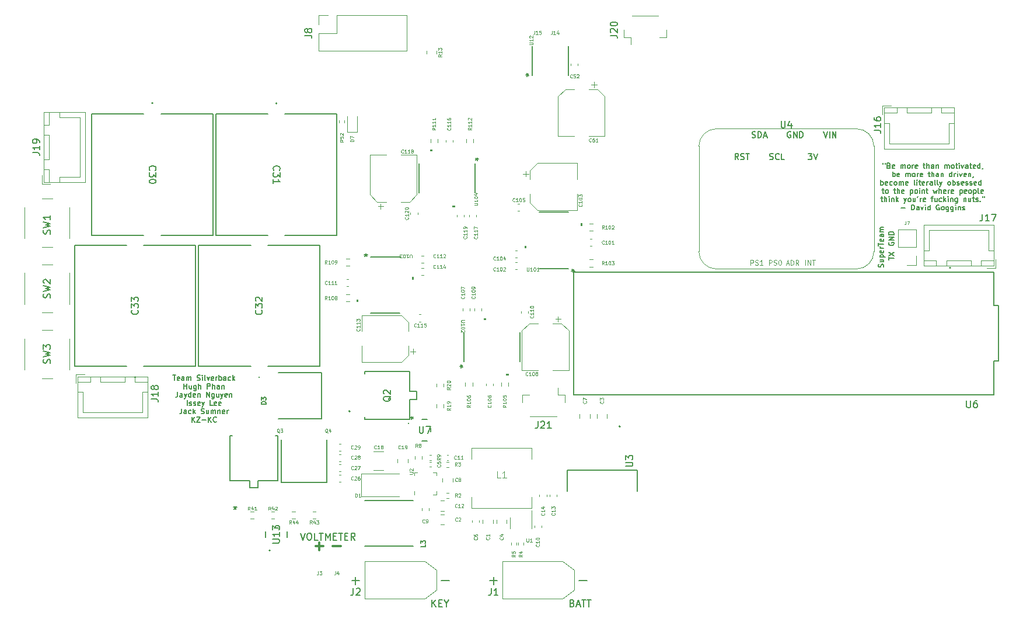
<source format=gbr>
%TF.GenerationSoftware,KiCad,Pcbnew,7.0.8*%
%TF.CreationDate,2023-11-18T19:30:00+11:00*%
%TF.ProjectId,Main 4.3,4d61696e-2034-42e3-932e-6b696361645f,rev?*%
%TF.SameCoordinates,Original*%
%TF.FileFunction,Legend,Top*%
%TF.FilePolarity,Positive*%
%FSLAX46Y46*%
G04 Gerber Fmt 4.6, Leading zero omitted, Abs format (unit mm)*
G04 Created by KiCad (PCBNEW 7.0.8) date 2023-11-18 19:30:00*
%MOMM*%
%LPD*%
G01*
G04 APERTURE LIST*
%ADD10C,0.150000*%
%ADD11C,0.300000*%
%ADD12C,0.100000*%
%ADD13C,0.097536*%
%ADD14C,0.142240*%
%ADD15C,0.152400*%
%ADD16C,0.120000*%
%ADD17C,0.127000*%
%ADD18C,0.200000*%
%ADD19C,0.050000*%
%ADD20C,0.203200*%
G04 APERTURE END LIST*
D10*
X210874878Y-147071428D02*
X210839164Y-147142857D01*
X210839164Y-147142857D02*
X210839164Y-147249999D01*
X210839164Y-147249999D02*
X210874878Y-147357142D01*
X210874878Y-147357142D02*
X210946307Y-147428571D01*
X210946307Y-147428571D02*
X211017735Y-147464285D01*
X211017735Y-147464285D02*
X211160592Y-147499999D01*
X211160592Y-147499999D02*
X211267735Y-147499999D01*
X211267735Y-147499999D02*
X211410592Y-147464285D01*
X211410592Y-147464285D02*
X211482021Y-147428571D01*
X211482021Y-147428571D02*
X211553450Y-147357142D01*
X211553450Y-147357142D02*
X211589164Y-147249999D01*
X211589164Y-147249999D02*
X211589164Y-147178571D01*
X211589164Y-147178571D02*
X211553450Y-147071428D01*
X211553450Y-147071428D02*
X211517735Y-147035714D01*
X211517735Y-147035714D02*
X211267735Y-147035714D01*
X211267735Y-147035714D02*
X211267735Y-147178571D01*
X211589164Y-146714285D02*
X210839164Y-146714285D01*
X210839164Y-146714285D02*
X211589164Y-146285714D01*
X211589164Y-146285714D02*
X210839164Y-146285714D01*
X211589164Y-145928571D02*
X210839164Y-145928571D01*
X210839164Y-145928571D02*
X210839164Y-145750000D01*
X210839164Y-145750000D02*
X210874878Y-145642857D01*
X210874878Y-145642857D02*
X210946307Y-145571428D01*
X210946307Y-145571428D02*
X211017735Y-145535714D01*
X211017735Y-145535714D02*
X211160592Y-145500000D01*
X211160592Y-145500000D02*
X211267735Y-145500000D01*
X211267735Y-145500000D02*
X211410592Y-145535714D01*
X211410592Y-145535714D02*
X211482021Y-145571428D01*
X211482021Y-145571428D02*
X211553450Y-145642857D01*
X211553450Y-145642857D02*
X211589164Y-145750000D01*
X211589164Y-145750000D02*
X211589164Y-145928571D01*
X106964285Y-166320414D02*
X107392857Y-166320414D01*
X107178571Y-167070414D02*
X107178571Y-166320414D01*
X107928571Y-167034700D02*
X107857143Y-167070414D01*
X107857143Y-167070414D02*
X107714286Y-167070414D01*
X107714286Y-167070414D02*
X107642857Y-167034700D01*
X107642857Y-167034700D02*
X107607143Y-166963271D01*
X107607143Y-166963271D02*
X107607143Y-166677557D01*
X107607143Y-166677557D02*
X107642857Y-166606128D01*
X107642857Y-166606128D02*
X107714286Y-166570414D01*
X107714286Y-166570414D02*
X107857143Y-166570414D01*
X107857143Y-166570414D02*
X107928571Y-166606128D01*
X107928571Y-166606128D02*
X107964286Y-166677557D01*
X107964286Y-166677557D02*
X107964286Y-166748985D01*
X107964286Y-166748985D02*
X107607143Y-166820414D01*
X108607143Y-167070414D02*
X108607143Y-166677557D01*
X108607143Y-166677557D02*
X108571428Y-166606128D01*
X108571428Y-166606128D02*
X108500000Y-166570414D01*
X108500000Y-166570414D02*
X108357143Y-166570414D01*
X108357143Y-166570414D02*
X108285714Y-166606128D01*
X108607143Y-167034700D02*
X108535714Y-167070414D01*
X108535714Y-167070414D02*
X108357143Y-167070414D01*
X108357143Y-167070414D02*
X108285714Y-167034700D01*
X108285714Y-167034700D02*
X108250000Y-166963271D01*
X108250000Y-166963271D02*
X108250000Y-166891842D01*
X108250000Y-166891842D02*
X108285714Y-166820414D01*
X108285714Y-166820414D02*
X108357143Y-166784700D01*
X108357143Y-166784700D02*
X108535714Y-166784700D01*
X108535714Y-166784700D02*
X108607143Y-166748985D01*
X108964285Y-167070414D02*
X108964285Y-166570414D01*
X108964285Y-166641842D02*
X108999999Y-166606128D01*
X108999999Y-166606128D02*
X109071428Y-166570414D01*
X109071428Y-166570414D02*
X109178571Y-166570414D01*
X109178571Y-166570414D02*
X109249999Y-166606128D01*
X109249999Y-166606128D02*
X109285714Y-166677557D01*
X109285714Y-166677557D02*
X109285714Y-167070414D01*
X109285714Y-166677557D02*
X109321428Y-166606128D01*
X109321428Y-166606128D02*
X109392856Y-166570414D01*
X109392856Y-166570414D02*
X109499999Y-166570414D01*
X109499999Y-166570414D02*
X109571428Y-166606128D01*
X109571428Y-166606128D02*
X109607142Y-166677557D01*
X109607142Y-166677557D02*
X109607142Y-167070414D01*
X110500000Y-167034700D02*
X110607143Y-167070414D01*
X110607143Y-167070414D02*
X110785714Y-167070414D01*
X110785714Y-167070414D02*
X110857143Y-167034700D01*
X110857143Y-167034700D02*
X110892857Y-166998985D01*
X110892857Y-166998985D02*
X110928571Y-166927557D01*
X110928571Y-166927557D02*
X110928571Y-166856128D01*
X110928571Y-166856128D02*
X110892857Y-166784700D01*
X110892857Y-166784700D02*
X110857143Y-166748985D01*
X110857143Y-166748985D02*
X110785714Y-166713271D01*
X110785714Y-166713271D02*
X110642857Y-166677557D01*
X110642857Y-166677557D02*
X110571428Y-166641842D01*
X110571428Y-166641842D02*
X110535714Y-166606128D01*
X110535714Y-166606128D02*
X110500000Y-166534700D01*
X110500000Y-166534700D02*
X110500000Y-166463271D01*
X110500000Y-166463271D02*
X110535714Y-166391842D01*
X110535714Y-166391842D02*
X110571428Y-166356128D01*
X110571428Y-166356128D02*
X110642857Y-166320414D01*
X110642857Y-166320414D02*
X110821428Y-166320414D01*
X110821428Y-166320414D02*
X110928571Y-166356128D01*
X111250000Y-167070414D02*
X111250000Y-166570414D01*
X111250000Y-166320414D02*
X111214286Y-166356128D01*
X111214286Y-166356128D02*
X111250000Y-166391842D01*
X111250000Y-166391842D02*
X111285714Y-166356128D01*
X111285714Y-166356128D02*
X111250000Y-166320414D01*
X111250000Y-166320414D02*
X111250000Y-166391842D01*
X111714286Y-167070414D02*
X111642857Y-167034700D01*
X111642857Y-167034700D02*
X111607143Y-166963271D01*
X111607143Y-166963271D02*
X111607143Y-166320414D01*
X111928571Y-166570414D02*
X112107143Y-167070414D01*
X112107143Y-167070414D02*
X112285714Y-166570414D01*
X112857143Y-167034700D02*
X112785715Y-167070414D01*
X112785715Y-167070414D02*
X112642858Y-167070414D01*
X112642858Y-167070414D02*
X112571429Y-167034700D01*
X112571429Y-167034700D02*
X112535715Y-166963271D01*
X112535715Y-166963271D02*
X112535715Y-166677557D01*
X112535715Y-166677557D02*
X112571429Y-166606128D01*
X112571429Y-166606128D02*
X112642858Y-166570414D01*
X112642858Y-166570414D02*
X112785715Y-166570414D01*
X112785715Y-166570414D02*
X112857143Y-166606128D01*
X112857143Y-166606128D02*
X112892858Y-166677557D01*
X112892858Y-166677557D02*
X112892858Y-166748985D01*
X112892858Y-166748985D02*
X112535715Y-166820414D01*
X113214286Y-167070414D02*
X113214286Y-166570414D01*
X113214286Y-166713271D02*
X113250000Y-166641842D01*
X113250000Y-166641842D02*
X113285715Y-166606128D01*
X113285715Y-166606128D02*
X113357143Y-166570414D01*
X113357143Y-166570414D02*
X113428572Y-166570414D01*
X113678572Y-167070414D02*
X113678572Y-166320414D01*
X113678572Y-166606128D02*
X113750001Y-166570414D01*
X113750001Y-166570414D02*
X113892858Y-166570414D01*
X113892858Y-166570414D02*
X113964286Y-166606128D01*
X113964286Y-166606128D02*
X114000001Y-166641842D01*
X114000001Y-166641842D02*
X114035715Y-166713271D01*
X114035715Y-166713271D02*
X114035715Y-166927557D01*
X114035715Y-166927557D02*
X114000001Y-166998985D01*
X114000001Y-166998985D02*
X113964286Y-167034700D01*
X113964286Y-167034700D02*
X113892858Y-167070414D01*
X113892858Y-167070414D02*
X113750001Y-167070414D01*
X113750001Y-167070414D02*
X113678572Y-167034700D01*
X114678572Y-167070414D02*
X114678572Y-166677557D01*
X114678572Y-166677557D02*
X114642857Y-166606128D01*
X114642857Y-166606128D02*
X114571429Y-166570414D01*
X114571429Y-166570414D02*
X114428572Y-166570414D01*
X114428572Y-166570414D02*
X114357143Y-166606128D01*
X114678572Y-167034700D02*
X114607143Y-167070414D01*
X114607143Y-167070414D02*
X114428572Y-167070414D01*
X114428572Y-167070414D02*
X114357143Y-167034700D01*
X114357143Y-167034700D02*
X114321429Y-166963271D01*
X114321429Y-166963271D02*
X114321429Y-166891842D01*
X114321429Y-166891842D02*
X114357143Y-166820414D01*
X114357143Y-166820414D02*
X114428572Y-166784700D01*
X114428572Y-166784700D02*
X114607143Y-166784700D01*
X114607143Y-166784700D02*
X114678572Y-166748985D01*
X115357143Y-167034700D02*
X115285714Y-167070414D01*
X115285714Y-167070414D02*
X115142857Y-167070414D01*
X115142857Y-167070414D02*
X115071428Y-167034700D01*
X115071428Y-167034700D02*
X115035714Y-166998985D01*
X115035714Y-166998985D02*
X115000000Y-166927557D01*
X115000000Y-166927557D02*
X115000000Y-166713271D01*
X115000000Y-166713271D02*
X115035714Y-166641842D01*
X115035714Y-166641842D02*
X115071428Y-166606128D01*
X115071428Y-166606128D02*
X115142857Y-166570414D01*
X115142857Y-166570414D02*
X115285714Y-166570414D01*
X115285714Y-166570414D02*
X115357143Y-166606128D01*
X115678571Y-167070414D02*
X115678571Y-166320414D01*
X115750000Y-166784700D02*
X115964285Y-167070414D01*
X115964285Y-166570414D02*
X115678571Y-166856128D01*
X108589287Y-168277914D02*
X108589287Y-167527914D01*
X108589287Y-167885057D02*
X109017858Y-167885057D01*
X109017858Y-168277914D02*
X109017858Y-167527914D01*
X109696430Y-167777914D02*
X109696430Y-168277914D01*
X109375001Y-167777914D02*
X109375001Y-168170771D01*
X109375001Y-168170771D02*
X109410715Y-168242200D01*
X109410715Y-168242200D02*
X109482144Y-168277914D01*
X109482144Y-168277914D02*
X109589287Y-168277914D01*
X109589287Y-168277914D02*
X109660715Y-168242200D01*
X109660715Y-168242200D02*
X109696430Y-168206485D01*
X110375001Y-167777914D02*
X110375001Y-168385057D01*
X110375001Y-168385057D02*
X110339286Y-168456485D01*
X110339286Y-168456485D02*
X110303572Y-168492200D01*
X110303572Y-168492200D02*
X110232143Y-168527914D01*
X110232143Y-168527914D02*
X110125001Y-168527914D01*
X110125001Y-168527914D02*
X110053572Y-168492200D01*
X110375001Y-168242200D02*
X110303572Y-168277914D01*
X110303572Y-168277914D02*
X110160715Y-168277914D01*
X110160715Y-168277914D02*
X110089286Y-168242200D01*
X110089286Y-168242200D02*
X110053572Y-168206485D01*
X110053572Y-168206485D02*
X110017858Y-168135057D01*
X110017858Y-168135057D02*
X110017858Y-167920771D01*
X110017858Y-167920771D02*
X110053572Y-167849342D01*
X110053572Y-167849342D02*
X110089286Y-167813628D01*
X110089286Y-167813628D02*
X110160715Y-167777914D01*
X110160715Y-167777914D02*
X110303572Y-167777914D01*
X110303572Y-167777914D02*
X110375001Y-167813628D01*
X110732143Y-168277914D02*
X110732143Y-167527914D01*
X111053572Y-168277914D02*
X111053572Y-167885057D01*
X111053572Y-167885057D02*
X111017857Y-167813628D01*
X111017857Y-167813628D02*
X110946429Y-167777914D01*
X110946429Y-167777914D02*
X110839286Y-167777914D01*
X110839286Y-167777914D02*
X110767857Y-167813628D01*
X110767857Y-167813628D02*
X110732143Y-167849342D01*
X111982143Y-168277914D02*
X111982143Y-167527914D01*
X111982143Y-167527914D02*
X112267857Y-167527914D01*
X112267857Y-167527914D02*
X112339286Y-167563628D01*
X112339286Y-167563628D02*
X112375000Y-167599342D01*
X112375000Y-167599342D02*
X112410714Y-167670771D01*
X112410714Y-167670771D02*
X112410714Y-167777914D01*
X112410714Y-167777914D02*
X112375000Y-167849342D01*
X112375000Y-167849342D02*
X112339286Y-167885057D01*
X112339286Y-167885057D02*
X112267857Y-167920771D01*
X112267857Y-167920771D02*
X111982143Y-167920771D01*
X112732143Y-168277914D02*
X112732143Y-167527914D01*
X113053572Y-168277914D02*
X113053572Y-167885057D01*
X113053572Y-167885057D02*
X113017857Y-167813628D01*
X113017857Y-167813628D02*
X112946429Y-167777914D01*
X112946429Y-167777914D02*
X112839286Y-167777914D01*
X112839286Y-167777914D02*
X112767857Y-167813628D01*
X112767857Y-167813628D02*
X112732143Y-167849342D01*
X113732143Y-168277914D02*
X113732143Y-167885057D01*
X113732143Y-167885057D02*
X113696428Y-167813628D01*
X113696428Y-167813628D02*
X113625000Y-167777914D01*
X113625000Y-167777914D02*
X113482143Y-167777914D01*
X113482143Y-167777914D02*
X113410714Y-167813628D01*
X113732143Y-168242200D02*
X113660714Y-168277914D01*
X113660714Y-168277914D02*
X113482143Y-168277914D01*
X113482143Y-168277914D02*
X113410714Y-168242200D01*
X113410714Y-168242200D02*
X113375000Y-168170771D01*
X113375000Y-168170771D02*
X113375000Y-168099342D01*
X113375000Y-168099342D02*
X113410714Y-168027914D01*
X113410714Y-168027914D02*
X113482143Y-167992200D01*
X113482143Y-167992200D02*
X113660714Y-167992200D01*
X113660714Y-167992200D02*
X113732143Y-167956485D01*
X114089285Y-167777914D02*
X114089285Y-168277914D01*
X114089285Y-167849342D02*
X114124999Y-167813628D01*
X114124999Y-167813628D02*
X114196428Y-167777914D01*
X114196428Y-167777914D02*
X114303571Y-167777914D01*
X114303571Y-167777914D02*
X114374999Y-167813628D01*
X114374999Y-167813628D02*
X114410714Y-167885057D01*
X114410714Y-167885057D02*
X114410714Y-168277914D01*
X107678572Y-168735414D02*
X107678572Y-169271128D01*
X107678572Y-169271128D02*
X107642857Y-169378271D01*
X107642857Y-169378271D02*
X107571429Y-169449700D01*
X107571429Y-169449700D02*
X107464286Y-169485414D01*
X107464286Y-169485414D02*
X107392857Y-169485414D01*
X108357144Y-169485414D02*
X108357144Y-169092557D01*
X108357144Y-169092557D02*
X108321429Y-169021128D01*
X108321429Y-169021128D02*
X108250001Y-168985414D01*
X108250001Y-168985414D02*
X108107144Y-168985414D01*
X108107144Y-168985414D02*
X108035715Y-169021128D01*
X108357144Y-169449700D02*
X108285715Y-169485414D01*
X108285715Y-169485414D02*
X108107144Y-169485414D01*
X108107144Y-169485414D02*
X108035715Y-169449700D01*
X108035715Y-169449700D02*
X108000001Y-169378271D01*
X108000001Y-169378271D02*
X108000001Y-169306842D01*
X108000001Y-169306842D02*
X108035715Y-169235414D01*
X108035715Y-169235414D02*
X108107144Y-169199700D01*
X108107144Y-169199700D02*
X108285715Y-169199700D01*
X108285715Y-169199700D02*
X108357144Y-169163985D01*
X108642857Y-168985414D02*
X108821429Y-169485414D01*
X109000000Y-168985414D02*
X108821429Y-169485414D01*
X108821429Y-169485414D02*
X108750000Y-169663985D01*
X108750000Y-169663985D02*
X108714286Y-169699700D01*
X108714286Y-169699700D02*
X108642857Y-169735414D01*
X109607144Y-169485414D02*
X109607144Y-168735414D01*
X109607144Y-169449700D02*
X109535715Y-169485414D01*
X109535715Y-169485414D02*
X109392858Y-169485414D01*
X109392858Y-169485414D02*
X109321429Y-169449700D01*
X109321429Y-169449700D02*
X109285715Y-169413985D01*
X109285715Y-169413985D02*
X109250001Y-169342557D01*
X109250001Y-169342557D02*
X109250001Y-169128271D01*
X109250001Y-169128271D02*
X109285715Y-169056842D01*
X109285715Y-169056842D02*
X109321429Y-169021128D01*
X109321429Y-169021128D02*
X109392858Y-168985414D01*
X109392858Y-168985414D02*
X109535715Y-168985414D01*
X109535715Y-168985414D02*
X109607144Y-169021128D01*
X110250000Y-169449700D02*
X110178572Y-169485414D01*
X110178572Y-169485414D02*
X110035715Y-169485414D01*
X110035715Y-169485414D02*
X109964286Y-169449700D01*
X109964286Y-169449700D02*
X109928572Y-169378271D01*
X109928572Y-169378271D02*
X109928572Y-169092557D01*
X109928572Y-169092557D02*
X109964286Y-169021128D01*
X109964286Y-169021128D02*
X110035715Y-168985414D01*
X110035715Y-168985414D02*
X110178572Y-168985414D01*
X110178572Y-168985414D02*
X110250000Y-169021128D01*
X110250000Y-169021128D02*
X110285715Y-169092557D01*
X110285715Y-169092557D02*
X110285715Y-169163985D01*
X110285715Y-169163985D02*
X109928572Y-169235414D01*
X110607143Y-168985414D02*
X110607143Y-169485414D01*
X110607143Y-169056842D02*
X110642857Y-169021128D01*
X110642857Y-169021128D02*
X110714286Y-168985414D01*
X110714286Y-168985414D02*
X110821429Y-168985414D01*
X110821429Y-168985414D02*
X110892857Y-169021128D01*
X110892857Y-169021128D02*
X110928572Y-169092557D01*
X110928572Y-169092557D02*
X110928572Y-169485414D01*
X111857143Y-169485414D02*
X111857143Y-168735414D01*
X111857143Y-168735414D02*
X112285714Y-169485414D01*
X112285714Y-169485414D02*
X112285714Y-168735414D01*
X112964286Y-168985414D02*
X112964286Y-169592557D01*
X112964286Y-169592557D02*
X112928571Y-169663985D01*
X112928571Y-169663985D02*
X112892857Y-169699700D01*
X112892857Y-169699700D02*
X112821428Y-169735414D01*
X112821428Y-169735414D02*
X112714286Y-169735414D01*
X112714286Y-169735414D02*
X112642857Y-169699700D01*
X112964286Y-169449700D02*
X112892857Y-169485414D01*
X112892857Y-169485414D02*
X112750000Y-169485414D01*
X112750000Y-169485414D02*
X112678571Y-169449700D01*
X112678571Y-169449700D02*
X112642857Y-169413985D01*
X112642857Y-169413985D02*
X112607143Y-169342557D01*
X112607143Y-169342557D02*
X112607143Y-169128271D01*
X112607143Y-169128271D02*
X112642857Y-169056842D01*
X112642857Y-169056842D02*
X112678571Y-169021128D01*
X112678571Y-169021128D02*
X112750000Y-168985414D01*
X112750000Y-168985414D02*
X112892857Y-168985414D01*
X112892857Y-168985414D02*
X112964286Y-169021128D01*
X113642857Y-168985414D02*
X113642857Y-169485414D01*
X113321428Y-168985414D02*
X113321428Y-169378271D01*
X113321428Y-169378271D02*
X113357142Y-169449700D01*
X113357142Y-169449700D02*
X113428571Y-169485414D01*
X113428571Y-169485414D02*
X113535714Y-169485414D01*
X113535714Y-169485414D02*
X113607142Y-169449700D01*
X113607142Y-169449700D02*
X113642857Y-169413985D01*
X113928570Y-168985414D02*
X114107142Y-169485414D01*
X114285713Y-168985414D02*
X114107142Y-169485414D01*
X114107142Y-169485414D02*
X114035713Y-169663985D01*
X114035713Y-169663985D02*
X113999999Y-169699700D01*
X113999999Y-169699700D02*
X113928570Y-169735414D01*
X114857142Y-169449700D02*
X114785714Y-169485414D01*
X114785714Y-169485414D02*
X114642857Y-169485414D01*
X114642857Y-169485414D02*
X114571428Y-169449700D01*
X114571428Y-169449700D02*
X114535714Y-169378271D01*
X114535714Y-169378271D02*
X114535714Y-169092557D01*
X114535714Y-169092557D02*
X114571428Y-169021128D01*
X114571428Y-169021128D02*
X114642857Y-168985414D01*
X114642857Y-168985414D02*
X114785714Y-168985414D01*
X114785714Y-168985414D02*
X114857142Y-169021128D01*
X114857142Y-169021128D02*
X114892857Y-169092557D01*
X114892857Y-169092557D02*
X114892857Y-169163985D01*
X114892857Y-169163985D02*
X114535714Y-169235414D01*
X115214285Y-168985414D02*
X115214285Y-169485414D01*
X115214285Y-169056842D02*
X115249999Y-169021128D01*
X115249999Y-169021128D02*
X115321428Y-168985414D01*
X115321428Y-168985414D02*
X115428571Y-168985414D01*
X115428571Y-168985414D02*
X115499999Y-169021128D01*
X115499999Y-169021128D02*
X115535714Y-169092557D01*
X115535714Y-169092557D02*
X115535714Y-169485414D01*
X109053571Y-170692914D02*
X109053571Y-169942914D01*
X109375000Y-170657200D02*
X109446428Y-170692914D01*
X109446428Y-170692914D02*
X109589285Y-170692914D01*
X109589285Y-170692914D02*
X109660714Y-170657200D01*
X109660714Y-170657200D02*
X109696428Y-170585771D01*
X109696428Y-170585771D02*
X109696428Y-170550057D01*
X109696428Y-170550057D02*
X109660714Y-170478628D01*
X109660714Y-170478628D02*
X109589285Y-170442914D01*
X109589285Y-170442914D02*
X109482143Y-170442914D01*
X109482143Y-170442914D02*
X109410714Y-170407200D01*
X109410714Y-170407200D02*
X109375000Y-170335771D01*
X109375000Y-170335771D02*
X109375000Y-170300057D01*
X109375000Y-170300057D02*
X109410714Y-170228628D01*
X109410714Y-170228628D02*
X109482143Y-170192914D01*
X109482143Y-170192914D02*
X109589285Y-170192914D01*
X109589285Y-170192914D02*
X109660714Y-170228628D01*
X109982143Y-170657200D02*
X110053571Y-170692914D01*
X110053571Y-170692914D02*
X110196428Y-170692914D01*
X110196428Y-170692914D02*
X110267857Y-170657200D01*
X110267857Y-170657200D02*
X110303571Y-170585771D01*
X110303571Y-170585771D02*
X110303571Y-170550057D01*
X110303571Y-170550057D02*
X110267857Y-170478628D01*
X110267857Y-170478628D02*
X110196428Y-170442914D01*
X110196428Y-170442914D02*
X110089286Y-170442914D01*
X110089286Y-170442914D02*
X110017857Y-170407200D01*
X110017857Y-170407200D02*
X109982143Y-170335771D01*
X109982143Y-170335771D02*
X109982143Y-170300057D01*
X109982143Y-170300057D02*
X110017857Y-170228628D01*
X110017857Y-170228628D02*
X110089286Y-170192914D01*
X110089286Y-170192914D02*
X110196428Y-170192914D01*
X110196428Y-170192914D02*
X110267857Y-170228628D01*
X110910714Y-170657200D02*
X110839286Y-170692914D01*
X110839286Y-170692914D02*
X110696429Y-170692914D01*
X110696429Y-170692914D02*
X110625000Y-170657200D01*
X110625000Y-170657200D02*
X110589286Y-170585771D01*
X110589286Y-170585771D02*
X110589286Y-170300057D01*
X110589286Y-170300057D02*
X110625000Y-170228628D01*
X110625000Y-170228628D02*
X110696429Y-170192914D01*
X110696429Y-170192914D02*
X110839286Y-170192914D01*
X110839286Y-170192914D02*
X110910714Y-170228628D01*
X110910714Y-170228628D02*
X110946429Y-170300057D01*
X110946429Y-170300057D02*
X110946429Y-170371485D01*
X110946429Y-170371485D02*
X110589286Y-170442914D01*
X111196428Y-170192914D02*
X111375000Y-170692914D01*
X111553571Y-170192914D02*
X111375000Y-170692914D01*
X111375000Y-170692914D02*
X111303571Y-170871485D01*
X111303571Y-170871485D02*
X111267857Y-170907200D01*
X111267857Y-170907200D02*
X111196428Y-170942914D01*
X112767858Y-170692914D02*
X112410715Y-170692914D01*
X112410715Y-170692914D02*
X112410715Y-169942914D01*
X113303572Y-170657200D02*
X113232144Y-170692914D01*
X113232144Y-170692914D02*
X113089287Y-170692914D01*
X113089287Y-170692914D02*
X113017858Y-170657200D01*
X113017858Y-170657200D02*
X112982144Y-170585771D01*
X112982144Y-170585771D02*
X112982144Y-170300057D01*
X112982144Y-170300057D02*
X113017858Y-170228628D01*
X113017858Y-170228628D02*
X113089287Y-170192914D01*
X113089287Y-170192914D02*
X113232144Y-170192914D01*
X113232144Y-170192914D02*
X113303572Y-170228628D01*
X113303572Y-170228628D02*
X113339287Y-170300057D01*
X113339287Y-170300057D02*
X113339287Y-170371485D01*
X113339287Y-170371485D02*
X112982144Y-170442914D01*
X113946429Y-170657200D02*
X113875001Y-170692914D01*
X113875001Y-170692914D02*
X113732144Y-170692914D01*
X113732144Y-170692914D02*
X113660715Y-170657200D01*
X113660715Y-170657200D02*
X113625001Y-170585771D01*
X113625001Y-170585771D02*
X113625001Y-170300057D01*
X113625001Y-170300057D02*
X113660715Y-170228628D01*
X113660715Y-170228628D02*
X113732144Y-170192914D01*
X113732144Y-170192914D02*
X113875001Y-170192914D01*
X113875001Y-170192914D02*
X113946429Y-170228628D01*
X113946429Y-170228628D02*
X113982144Y-170300057D01*
X113982144Y-170300057D02*
X113982144Y-170371485D01*
X113982144Y-170371485D02*
X113625001Y-170442914D01*
X108267857Y-171150414D02*
X108267857Y-171686128D01*
X108267857Y-171686128D02*
X108232142Y-171793271D01*
X108232142Y-171793271D02*
X108160714Y-171864700D01*
X108160714Y-171864700D02*
X108053571Y-171900414D01*
X108053571Y-171900414D02*
X107982142Y-171900414D01*
X108946429Y-171900414D02*
X108946429Y-171507557D01*
X108946429Y-171507557D02*
X108910714Y-171436128D01*
X108910714Y-171436128D02*
X108839286Y-171400414D01*
X108839286Y-171400414D02*
X108696429Y-171400414D01*
X108696429Y-171400414D02*
X108625000Y-171436128D01*
X108946429Y-171864700D02*
X108875000Y-171900414D01*
X108875000Y-171900414D02*
X108696429Y-171900414D01*
X108696429Y-171900414D02*
X108625000Y-171864700D01*
X108625000Y-171864700D02*
X108589286Y-171793271D01*
X108589286Y-171793271D02*
X108589286Y-171721842D01*
X108589286Y-171721842D02*
X108625000Y-171650414D01*
X108625000Y-171650414D02*
X108696429Y-171614700D01*
X108696429Y-171614700D02*
X108875000Y-171614700D01*
X108875000Y-171614700D02*
X108946429Y-171578985D01*
X109625000Y-171864700D02*
X109553571Y-171900414D01*
X109553571Y-171900414D02*
X109410714Y-171900414D01*
X109410714Y-171900414D02*
X109339285Y-171864700D01*
X109339285Y-171864700D02*
X109303571Y-171828985D01*
X109303571Y-171828985D02*
X109267857Y-171757557D01*
X109267857Y-171757557D02*
X109267857Y-171543271D01*
X109267857Y-171543271D02*
X109303571Y-171471842D01*
X109303571Y-171471842D02*
X109339285Y-171436128D01*
X109339285Y-171436128D02*
X109410714Y-171400414D01*
X109410714Y-171400414D02*
X109553571Y-171400414D01*
X109553571Y-171400414D02*
X109625000Y-171436128D01*
X109946428Y-171900414D02*
X109946428Y-171150414D01*
X110017857Y-171614700D02*
X110232142Y-171900414D01*
X110232142Y-171400414D02*
X109946428Y-171686128D01*
X111089286Y-171864700D02*
X111196429Y-171900414D01*
X111196429Y-171900414D02*
X111375000Y-171900414D01*
X111375000Y-171900414D02*
X111446429Y-171864700D01*
X111446429Y-171864700D02*
X111482143Y-171828985D01*
X111482143Y-171828985D02*
X111517857Y-171757557D01*
X111517857Y-171757557D02*
X111517857Y-171686128D01*
X111517857Y-171686128D02*
X111482143Y-171614700D01*
X111482143Y-171614700D02*
X111446429Y-171578985D01*
X111446429Y-171578985D02*
X111375000Y-171543271D01*
X111375000Y-171543271D02*
X111232143Y-171507557D01*
X111232143Y-171507557D02*
X111160714Y-171471842D01*
X111160714Y-171471842D02*
X111125000Y-171436128D01*
X111125000Y-171436128D02*
X111089286Y-171364700D01*
X111089286Y-171364700D02*
X111089286Y-171293271D01*
X111089286Y-171293271D02*
X111125000Y-171221842D01*
X111125000Y-171221842D02*
X111160714Y-171186128D01*
X111160714Y-171186128D02*
X111232143Y-171150414D01*
X111232143Y-171150414D02*
X111410714Y-171150414D01*
X111410714Y-171150414D02*
X111517857Y-171186128D01*
X112160715Y-171400414D02*
X112160715Y-171900414D01*
X111839286Y-171400414D02*
X111839286Y-171793271D01*
X111839286Y-171793271D02*
X111875000Y-171864700D01*
X111875000Y-171864700D02*
X111946429Y-171900414D01*
X111946429Y-171900414D02*
X112053572Y-171900414D01*
X112053572Y-171900414D02*
X112125000Y-171864700D01*
X112125000Y-171864700D02*
X112160715Y-171828985D01*
X112517857Y-171900414D02*
X112517857Y-171400414D01*
X112517857Y-171471842D02*
X112553571Y-171436128D01*
X112553571Y-171436128D02*
X112625000Y-171400414D01*
X112625000Y-171400414D02*
X112732143Y-171400414D01*
X112732143Y-171400414D02*
X112803571Y-171436128D01*
X112803571Y-171436128D02*
X112839286Y-171507557D01*
X112839286Y-171507557D02*
X112839286Y-171900414D01*
X112839286Y-171507557D02*
X112875000Y-171436128D01*
X112875000Y-171436128D02*
X112946428Y-171400414D01*
X112946428Y-171400414D02*
X113053571Y-171400414D01*
X113053571Y-171400414D02*
X113125000Y-171436128D01*
X113125000Y-171436128D02*
X113160714Y-171507557D01*
X113160714Y-171507557D02*
X113160714Y-171900414D01*
X113517857Y-171400414D02*
X113517857Y-171900414D01*
X113517857Y-171471842D02*
X113553571Y-171436128D01*
X113553571Y-171436128D02*
X113625000Y-171400414D01*
X113625000Y-171400414D02*
X113732143Y-171400414D01*
X113732143Y-171400414D02*
X113803571Y-171436128D01*
X113803571Y-171436128D02*
X113839286Y-171507557D01*
X113839286Y-171507557D02*
X113839286Y-171900414D01*
X114482142Y-171864700D02*
X114410714Y-171900414D01*
X114410714Y-171900414D02*
X114267857Y-171900414D01*
X114267857Y-171900414D02*
X114196428Y-171864700D01*
X114196428Y-171864700D02*
X114160714Y-171793271D01*
X114160714Y-171793271D02*
X114160714Y-171507557D01*
X114160714Y-171507557D02*
X114196428Y-171436128D01*
X114196428Y-171436128D02*
X114267857Y-171400414D01*
X114267857Y-171400414D02*
X114410714Y-171400414D01*
X114410714Y-171400414D02*
X114482142Y-171436128D01*
X114482142Y-171436128D02*
X114517857Y-171507557D01*
X114517857Y-171507557D02*
X114517857Y-171578985D01*
X114517857Y-171578985D02*
X114160714Y-171650414D01*
X114839285Y-171900414D02*
X114839285Y-171400414D01*
X114839285Y-171543271D02*
X114874999Y-171471842D01*
X114874999Y-171471842D02*
X114910714Y-171436128D01*
X114910714Y-171436128D02*
X114982142Y-171400414D01*
X114982142Y-171400414D02*
X115053571Y-171400414D01*
X109732143Y-173107914D02*
X109732143Y-172357914D01*
X110160714Y-173107914D02*
X109839286Y-172679342D01*
X110160714Y-172357914D02*
X109732143Y-172786485D01*
X110410714Y-172357914D02*
X110910714Y-172357914D01*
X110910714Y-172357914D02*
X110410714Y-173107914D01*
X110410714Y-173107914D02*
X110910714Y-173107914D01*
X111196429Y-172822200D02*
X111767858Y-172822200D01*
X112125000Y-173107914D02*
X112125000Y-172357914D01*
X112553571Y-173107914D02*
X112232143Y-172679342D01*
X112553571Y-172357914D02*
X112125000Y-172786485D01*
X113303571Y-173036485D02*
X113267857Y-173072200D01*
X113267857Y-173072200D02*
X113160714Y-173107914D01*
X113160714Y-173107914D02*
X113089286Y-173107914D01*
X113089286Y-173107914D02*
X112982143Y-173072200D01*
X112982143Y-173072200D02*
X112910714Y-173000771D01*
X112910714Y-173000771D02*
X112875000Y-172929342D01*
X112875000Y-172929342D02*
X112839286Y-172786485D01*
X112839286Y-172786485D02*
X112839286Y-172679342D01*
X112839286Y-172679342D02*
X112875000Y-172536485D01*
X112875000Y-172536485D02*
X112910714Y-172465057D01*
X112910714Y-172465057D02*
X112982143Y-172393628D01*
X112982143Y-172393628D02*
X113089286Y-172357914D01*
X113089286Y-172357914D02*
X113160714Y-172357914D01*
X113160714Y-172357914D02*
X113267857Y-172393628D01*
X113267857Y-172393628D02*
X113303571Y-172429342D01*
X210017858Y-135570414D02*
X210017858Y-135713271D01*
X210303572Y-135570414D02*
X210303572Y-135713271D01*
X210875001Y-135927557D02*
X210982144Y-135963271D01*
X210982144Y-135963271D02*
X211017858Y-135998985D01*
X211017858Y-135998985D02*
X211053572Y-136070414D01*
X211053572Y-136070414D02*
X211053572Y-136177557D01*
X211053572Y-136177557D02*
X211017858Y-136248985D01*
X211017858Y-136248985D02*
X210982144Y-136284700D01*
X210982144Y-136284700D02*
X210910715Y-136320414D01*
X210910715Y-136320414D02*
X210625001Y-136320414D01*
X210625001Y-136320414D02*
X210625001Y-135570414D01*
X210625001Y-135570414D02*
X210875001Y-135570414D01*
X210875001Y-135570414D02*
X210946430Y-135606128D01*
X210946430Y-135606128D02*
X210982144Y-135641842D01*
X210982144Y-135641842D02*
X211017858Y-135713271D01*
X211017858Y-135713271D02*
X211017858Y-135784700D01*
X211017858Y-135784700D02*
X210982144Y-135856128D01*
X210982144Y-135856128D02*
X210946430Y-135891842D01*
X210946430Y-135891842D02*
X210875001Y-135927557D01*
X210875001Y-135927557D02*
X210625001Y-135927557D01*
X211660715Y-136284700D02*
X211589287Y-136320414D01*
X211589287Y-136320414D02*
X211446430Y-136320414D01*
X211446430Y-136320414D02*
X211375001Y-136284700D01*
X211375001Y-136284700D02*
X211339287Y-136213271D01*
X211339287Y-136213271D02*
X211339287Y-135927557D01*
X211339287Y-135927557D02*
X211375001Y-135856128D01*
X211375001Y-135856128D02*
X211446430Y-135820414D01*
X211446430Y-135820414D02*
X211589287Y-135820414D01*
X211589287Y-135820414D02*
X211660715Y-135856128D01*
X211660715Y-135856128D02*
X211696430Y-135927557D01*
X211696430Y-135927557D02*
X211696430Y-135998985D01*
X211696430Y-135998985D02*
X211339287Y-136070414D01*
X212589287Y-136320414D02*
X212589287Y-135820414D01*
X212589287Y-135891842D02*
X212625001Y-135856128D01*
X212625001Y-135856128D02*
X212696430Y-135820414D01*
X212696430Y-135820414D02*
X212803573Y-135820414D01*
X212803573Y-135820414D02*
X212875001Y-135856128D01*
X212875001Y-135856128D02*
X212910716Y-135927557D01*
X212910716Y-135927557D02*
X212910716Y-136320414D01*
X212910716Y-135927557D02*
X212946430Y-135856128D01*
X212946430Y-135856128D02*
X213017858Y-135820414D01*
X213017858Y-135820414D02*
X213125001Y-135820414D01*
X213125001Y-135820414D02*
X213196430Y-135856128D01*
X213196430Y-135856128D02*
X213232144Y-135927557D01*
X213232144Y-135927557D02*
X213232144Y-136320414D01*
X213696430Y-136320414D02*
X213625001Y-136284700D01*
X213625001Y-136284700D02*
X213589287Y-136248985D01*
X213589287Y-136248985D02*
X213553573Y-136177557D01*
X213553573Y-136177557D02*
X213553573Y-135963271D01*
X213553573Y-135963271D02*
X213589287Y-135891842D01*
X213589287Y-135891842D02*
X213625001Y-135856128D01*
X213625001Y-135856128D02*
X213696430Y-135820414D01*
X213696430Y-135820414D02*
X213803573Y-135820414D01*
X213803573Y-135820414D02*
X213875001Y-135856128D01*
X213875001Y-135856128D02*
X213910716Y-135891842D01*
X213910716Y-135891842D02*
X213946430Y-135963271D01*
X213946430Y-135963271D02*
X213946430Y-136177557D01*
X213946430Y-136177557D02*
X213910716Y-136248985D01*
X213910716Y-136248985D02*
X213875001Y-136284700D01*
X213875001Y-136284700D02*
X213803573Y-136320414D01*
X213803573Y-136320414D02*
X213696430Y-136320414D01*
X214267858Y-136320414D02*
X214267858Y-135820414D01*
X214267858Y-135963271D02*
X214303572Y-135891842D01*
X214303572Y-135891842D02*
X214339287Y-135856128D01*
X214339287Y-135856128D02*
X214410715Y-135820414D01*
X214410715Y-135820414D02*
X214482144Y-135820414D01*
X215017858Y-136284700D02*
X214946430Y-136320414D01*
X214946430Y-136320414D02*
X214803573Y-136320414D01*
X214803573Y-136320414D02*
X214732144Y-136284700D01*
X214732144Y-136284700D02*
X214696430Y-136213271D01*
X214696430Y-136213271D02*
X214696430Y-135927557D01*
X214696430Y-135927557D02*
X214732144Y-135856128D01*
X214732144Y-135856128D02*
X214803573Y-135820414D01*
X214803573Y-135820414D02*
X214946430Y-135820414D01*
X214946430Y-135820414D02*
X215017858Y-135856128D01*
X215017858Y-135856128D02*
X215053573Y-135927557D01*
X215053573Y-135927557D02*
X215053573Y-135998985D01*
X215053573Y-135998985D02*
X214696430Y-136070414D01*
X215839287Y-135820414D02*
X216125001Y-135820414D01*
X215946430Y-135570414D02*
X215946430Y-136213271D01*
X215946430Y-136213271D02*
X215982144Y-136284700D01*
X215982144Y-136284700D02*
X216053573Y-136320414D01*
X216053573Y-136320414D02*
X216125001Y-136320414D01*
X216375001Y-136320414D02*
X216375001Y-135570414D01*
X216696430Y-136320414D02*
X216696430Y-135927557D01*
X216696430Y-135927557D02*
X216660715Y-135856128D01*
X216660715Y-135856128D02*
X216589287Y-135820414D01*
X216589287Y-135820414D02*
X216482144Y-135820414D01*
X216482144Y-135820414D02*
X216410715Y-135856128D01*
X216410715Y-135856128D02*
X216375001Y-135891842D01*
X217375001Y-136320414D02*
X217375001Y-135927557D01*
X217375001Y-135927557D02*
X217339286Y-135856128D01*
X217339286Y-135856128D02*
X217267858Y-135820414D01*
X217267858Y-135820414D02*
X217125001Y-135820414D01*
X217125001Y-135820414D02*
X217053572Y-135856128D01*
X217375001Y-136284700D02*
X217303572Y-136320414D01*
X217303572Y-136320414D02*
X217125001Y-136320414D01*
X217125001Y-136320414D02*
X217053572Y-136284700D01*
X217053572Y-136284700D02*
X217017858Y-136213271D01*
X217017858Y-136213271D02*
X217017858Y-136141842D01*
X217017858Y-136141842D02*
X217053572Y-136070414D01*
X217053572Y-136070414D02*
X217125001Y-136034700D01*
X217125001Y-136034700D02*
X217303572Y-136034700D01*
X217303572Y-136034700D02*
X217375001Y-135998985D01*
X217732143Y-135820414D02*
X217732143Y-136320414D01*
X217732143Y-135891842D02*
X217767857Y-135856128D01*
X217767857Y-135856128D02*
X217839286Y-135820414D01*
X217839286Y-135820414D02*
X217946429Y-135820414D01*
X217946429Y-135820414D02*
X218017857Y-135856128D01*
X218017857Y-135856128D02*
X218053572Y-135927557D01*
X218053572Y-135927557D02*
X218053572Y-136320414D01*
X218982143Y-136320414D02*
X218982143Y-135820414D01*
X218982143Y-135891842D02*
X219017857Y-135856128D01*
X219017857Y-135856128D02*
X219089286Y-135820414D01*
X219089286Y-135820414D02*
X219196429Y-135820414D01*
X219196429Y-135820414D02*
X219267857Y-135856128D01*
X219267857Y-135856128D02*
X219303572Y-135927557D01*
X219303572Y-135927557D02*
X219303572Y-136320414D01*
X219303572Y-135927557D02*
X219339286Y-135856128D01*
X219339286Y-135856128D02*
X219410714Y-135820414D01*
X219410714Y-135820414D02*
X219517857Y-135820414D01*
X219517857Y-135820414D02*
X219589286Y-135856128D01*
X219589286Y-135856128D02*
X219625000Y-135927557D01*
X219625000Y-135927557D02*
X219625000Y-136320414D01*
X220089286Y-136320414D02*
X220017857Y-136284700D01*
X220017857Y-136284700D02*
X219982143Y-136248985D01*
X219982143Y-136248985D02*
X219946429Y-136177557D01*
X219946429Y-136177557D02*
X219946429Y-135963271D01*
X219946429Y-135963271D02*
X219982143Y-135891842D01*
X219982143Y-135891842D02*
X220017857Y-135856128D01*
X220017857Y-135856128D02*
X220089286Y-135820414D01*
X220089286Y-135820414D02*
X220196429Y-135820414D01*
X220196429Y-135820414D02*
X220267857Y-135856128D01*
X220267857Y-135856128D02*
X220303572Y-135891842D01*
X220303572Y-135891842D02*
X220339286Y-135963271D01*
X220339286Y-135963271D02*
X220339286Y-136177557D01*
X220339286Y-136177557D02*
X220303572Y-136248985D01*
X220303572Y-136248985D02*
X220267857Y-136284700D01*
X220267857Y-136284700D02*
X220196429Y-136320414D01*
X220196429Y-136320414D02*
X220089286Y-136320414D01*
X220553571Y-135820414D02*
X220839285Y-135820414D01*
X220660714Y-135570414D02*
X220660714Y-136213271D01*
X220660714Y-136213271D02*
X220696428Y-136284700D01*
X220696428Y-136284700D02*
X220767857Y-136320414D01*
X220767857Y-136320414D02*
X220839285Y-136320414D01*
X221089285Y-136320414D02*
X221089285Y-135820414D01*
X221089285Y-135570414D02*
X221053571Y-135606128D01*
X221053571Y-135606128D02*
X221089285Y-135641842D01*
X221089285Y-135641842D02*
X221124999Y-135606128D01*
X221124999Y-135606128D02*
X221089285Y-135570414D01*
X221089285Y-135570414D02*
X221089285Y-135641842D01*
X221374999Y-135820414D02*
X221553571Y-136320414D01*
X221553571Y-136320414D02*
X221732142Y-135820414D01*
X222339286Y-136320414D02*
X222339286Y-135927557D01*
X222339286Y-135927557D02*
X222303571Y-135856128D01*
X222303571Y-135856128D02*
X222232143Y-135820414D01*
X222232143Y-135820414D02*
X222089286Y-135820414D01*
X222089286Y-135820414D02*
X222017857Y-135856128D01*
X222339286Y-136284700D02*
X222267857Y-136320414D01*
X222267857Y-136320414D02*
X222089286Y-136320414D01*
X222089286Y-136320414D02*
X222017857Y-136284700D01*
X222017857Y-136284700D02*
X221982143Y-136213271D01*
X221982143Y-136213271D02*
X221982143Y-136141842D01*
X221982143Y-136141842D02*
X222017857Y-136070414D01*
X222017857Y-136070414D02*
X222089286Y-136034700D01*
X222089286Y-136034700D02*
X222267857Y-136034700D01*
X222267857Y-136034700D02*
X222339286Y-135998985D01*
X222589285Y-135820414D02*
X222874999Y-135820414D01*
X222696428Y-135570414D02*
X222696428Y-136213271D01*
X222696428Y-136213271D02*
X222732142Y-136284700D01*
X222732142Y-136284700D02*
X222803571Y-136320414D01*
X222803571Y-136320414D02*
X222874999Y-136320414D01*
X223410713Y-136284700D02*
X223339285Y-136320414D01*
X223339285Y-136320414D02*
X223196428Y-136320414D01*
X223196428Y-136320414D02*
X223124999Y-136284700D01*
X223124999Y-136284700D02*
X223089285Y-136213271D01*
X223089285Y-136213271D02*
X223089285Y-135927557D01*
X223089285Y-135927557D02*
X223124999Y-135856128D01*
X223124999Y-135856128D02*
X223196428Y-135820414D01*
X223196428Y-135820414D02*
X223339285Y-135820414D01*
X223339285Y-135820414D02*
X223410713Y-135856128D01*
X223410713Y-135856128D02*
X223446428Y-135927557D01*
X223446428Y-135927557D02*
X223446428Y-135998985D01*
X223446428Y-135998985D02*
X223089285Y-136070414D01*
X224089285Y-136320414D02*
X224089285Y-135570414D01*
X224089285Y-136284700D02*
X224017856Y-136320414D01*
X224017856Y-136320414D02*
X223874999Y-136320414D01*
X223874999Y-136320414D02*
X223803570Y-136284700D01*
X223803570Y-136284700D02*
X223767856Y-136248985D01*
X223767856Y-136248985D02*
X223732142Y-136177557D01*
X223732142Y-136177557D02*
X223732142Y-135963271D01*
X223732142Y-135963271D02*
X223767856Y-135891842D01*
X223767856Y-135891842D02*
X223803570Y-135856128D01*
X223803570Y-135856128D02*
X223874999Y-135820414D01*
X223874999Y-135820414D02*
X224017856Y-135820414D01*
X224017856Y-135820414D02*
X224089285Y-135856128D01*
X224482141Y-136284700D02*
X224482141Y-136320414D01*
X224482141Y-136320414D02*
X224446427Y-136391842D01*
X224446427Y-136391842D02*
X224410713Y-136427557D01*
X211410715Y-137527914D02*
X211410715Y-136777914D01*
X211410715Y-137063628D02*
X211482144Y-137027914D01*
X211482144Y-137027914D02*
X211625001Y-137027914D01*
X211625001Y-137027914D02*
X211696429Y-137063628D01*
X211696429Y-137063628D02*
X211732144Y-137099342D01*
X211732144Y-137099342D02*
X211767858Y-137170771D01*
X211767858Y-137170771D02*
X211767858Y-137385057D01*
X211767858Y-137385057D02*
X211732144Y-137456485D01*
X211732144Y-137456485D02*
X211696429Y-137492200D01*
X211696429Y-137492200D02*
X211625001Y-137527914D01*
X211625001Y-137527914D02*
X211482144Y-137527914D01*
X211482144Y-137527914D02*
X211410715Y-137492200D01*
X212375000Y-137492200D02*
X212303572Y-137527914D01*
X212303572Y-137527914D02*
X212160715Y-137527914D01*
X212160715Y-137527914D02*
X212089286Y-137492200D01*
X212089286Y-137492200D02*
X212053572Y-137420771D01*
X212053572Y-137420771D02*
X212053572Y-137135057D01*
X212053572Y-137135057D02*
X212089286Y-137063628D01*
X212089286Y-137063628D02*
X212160715Y-137027914D01*
X212160715Y-137027914D02*
X212303572Y-137027914D01*
X212303572Y-137027914D02*
X212375000Y-137063628D01*
X212375000Y-137063628D02*
X212410715Y-137135057D01*
X212410715Y-137135057D02*
X212410715Y-137206485D01*
X212410715Y-137206485D02*
X212053572Y-137277914D01*
X213303572Y-137527914D02*
X213303572Y-137027914D01*
X213303572Y-137099342D02*
X213339286Y-137063628D01*
X213339286Y-137063628D02*
X213410715Y-137027914D01*
X213410715Y-137027914D02*
X213517858Y-137027914D01*
X213517858Y-137027914D02*
X213589286Y-137063628D01*
X213589286Y-137063628D02*
X213625001Y-137135057D01*
X213625001Y-137135057D02*
X213625001Y-137527914D01*
X213625001Y-137135057D02*
X213660715Y-137063628D01*
X213660715Y-137063628D02*
X213732143Y-137027914D01*
X213732143Y-137027914D02*
X213839286Y-137027914D01*
X213839286Y-137027914D02*
X213910715Y-137063628D01*
X213910715Y-137063628D02*
X213946429Y-137135057D01*
X213946429Y-137135057D02*
X213946429Y-137527914D01*
X214410715Y-137527914D02*
X214339286Y-137492200D01*
X214339286Y-137492200D02*
X214303572Y-137456485D01*
X214303572Y-137456485D02*
X214267858Y-137385057D01*
X214267858Y-137385057D02*
X214267858Y-137170771D01*
X214267858Y-137170771D02*
X214303572Y-137099342D01*
X214303572Y-137099342D02*
X214339286Y-137063628D01*
X214339286Y-137063628D02*
X214410715Y-137027914D01*
X214410715Y-137027914D02*
X214517858Y-137027914D01*
X214517858Y-137027914D02*
X214589286Y-137063628D01*
X214589286Y-137063628D02*
X214625001Y-137099342D01*
X214625001Y-137099342D02*
X214660715Y-137170771D01*
X214660715Y-137170771D02*
X214660715Y-137385057D01*
X214660715Y-137385057D02*
X214625001Y-137456485D01*
X214625001Y-137456485D02*
X214589286Y-137492200D01*
X214589286Y-137492200D02*
X214517858Y-137527914D01*
X214517858Y-137527914D02*
X214410715Y-137527914D01*
X214982143Y-137527914D02*
X214982143Y-137027914D01*
X214982143Y-137170771D02*
X215017857Y-137099342D01*
X215017857Y-137099342D02*
X215053572Y-137063628D01*
X215053572Y-137063628D02*
X215125000Y-137027914D01*
X215125000Y-137027914D02*
X215196429Y-137027914D01*
X215732143Y-137492200D02*
X215660715Y-137527914D01*
X215660715Y-137527914D02*
X215517858Y-137527914D01*
X215517858Y-137527914D02*
X215446429Y-137492200D01*
X215446429Y-137492200D02*
X215410715Y-137420771D01*
X215410715Y-137420771D02*
X215410715Y-137135057D01*
X215410715Y-137135057D02*
X215446429Y-137063628D01*
X215446429Y-137063628D02*
X215517858Y-137027914D01*
X215517858Y-137027914D02*
X215660715Y-137027914D01*
X215660715Y-137027914D02*
X215732143Y-137063628D01*
X215732143Y-137063628D02*
X215767858Y-137135057D01*
X215767858Y-137135057D02*
X215767858Y-137206485D01*
X215767858Y-137206485D02*
X215410715Y-137277914D01*
X216553572Y-137027914D02*
X216839286Y-137027914D01*
X216660715Y-136777914D02*
X216660715Y-137420771D01*
X216660715Y-137420771D02*
X216696429Y-137492200D01*
X216696429Y-137492200D02*
X216767858Y-137527914D01*
X216767858Y-137527914D02*
X216839286Y-137527914D01*
X217089286Y-137527914D02*
X217089286Y-136777914D01*
X217410715Y-137527914D02*
X217410715Y-137135057D01*
X217410715Y-137135057D02*
X217375000Y-137063628D01*
X217375000Y-137063628D02*
X217303572Y-137027914D01*
X217303572Y-137027914D02*
X217196429Y-137027914D01*
X217196429Y-137027914D02*
X217125000Y-137063628D01*
X217125000Y-137063628D02*
X217089286Y-137099342D01*
X218089286Y-137527914D02*
X218089286Y-137135057D01*
X218089286Y-137135057D02*
X218053571Y-137063628D01*
X218053571Y-137063628D02*
X217982143Y-137027914D01*
X217982143Y-137027914D02*
X217839286Y-137027914D01*
X217839286Y-137027914D02*
X217767857Y-137063628D01*
X218089286Y-137492200D02*
X218017857Y-137527914D01*
X218017857Y-137527914D02*
X217839286Y-137527914D01*
X217839286Y-137527914D02*
X217767857Y-137492200D01*
X217767857Y-137492200D02*
X217732143Y-137420771D01*
X217732143Y-137420771D02*
X217732143Y-137349342D01*
X217732143Y-137349342D02*
X217767857Y-137277914D01*
X217767857Y-137277914D02*
X217839286Y-137242200D01*
X217839286Y-137242200D02*
X218017857Y-137242200D01*
X218017857Y-137242200D02*
X218089286Y-137206485D01*
X218446428Y-137027914D02*
X218446428Y-137527914D01*
X218446428Y-137099342D02*
X218482142Y-137063628D01*
X218482142Y-137063628D02*
X218553571Y-137027914D01*
X218553571Y-137027914D02*
X218660714Y-137027914D01*
X218660714Y-137027914D02*
X218732142Y-137063628D01*
X218732142Y-137063628D02*
X218767857Y-137135057D01*
X218767857Y-137135057D02*
X218767857Y-137527914D01*
X220017857Y-137527914D02*
X220017857Y-136777914D01*
X220017857Y-137492200D02*
X219946428Y-137527914D01*
X219946428Y-137527914D02*
X219803571Y-137527914D01*
X219803571Y-137527914D02*
X219732142Y-137492200D01*
X219732142Y-137492200D02*
X219696428Y-137456485D01*
X219696428Y-137456485D02*
X219660714Y-137385057D01*
X219660714Y-137385057D02*
X219660714Y-137170771D01*
X219660714Y-137170771D02*
X219696428Y-137099342D01*
X219696428Y-137099342D02*
X219732142Y-137063628D01*
X219732142Y-137063628D02*
X219803571Y-137027914D01*
X219803571Y-137027914D02*
X219946428Y-137027914D01*
X219946428Y-137027914D02*
X220017857Y-137063628D01*
X220374999Y-137527914D02*
X220374999Y-137027914D01*
X220374999Y-137170771D02*
X220410713Y-137099342D01*
X220410713Y-137099342D02*
X220446428Y-137063628D01*
X220446428Y-137063628D02*
X220517856Y-137027914D01*
X220517856Y-137027914D02*
X220589285Y-137027914D01*
X220839285Y-137527914D02*
X220839285Y-137027914D01*
X220839285Y-136777914D02*
X220803571Y-136813628D01*
X220803571Y-136813628D02*
X220839285Y-136849342D01*
X220839285Y-136849342D02*
X220874999Y-136813628D01*
X220874999Y-136813628D02*
X220839285Y-136777914D01*
X220839285Y-136777914D02*
X220839285Y-136849342D01*
X221124999Y-137027914D02*
X221303571Y-137527914D01*
X221303571Y-137527914D02*
X221482142Y-137027914D01*
X222053571Y-137492200D02*
X221982143Y-137527914D01*
X221982143Y-137527914D02*
X221839286Y-137527914D01*
X221839286Y-137527914D02*
X221767857Y-137492200D01*
X221767857Y-137492200D02*
X221732143Y-137420771D01*
X221732143Y-137420771D02*
X221732143Y-137135057D01*
X221732143Y-137135057D02*
X221767857Y-137063628D01*
X221767857Y-137063628D02*
X221839286Y-137027914D01*
X221839286Y-137027914D02*
X221982143Y-137027914D01*
X221982143Y-137027914D02*
X222053571Y-137063628D01*
X222053571Y-137063628D02*
X222089286Y-137135057D01*
X222089286Y-137135057D02*
X222089286Y-137206485D01*
X222089286Y-137206485D02*
X221732143Y-137277914D01*
X222410714Y-137027914D02*
X222410714Y-137527914D01*
X222410714Y-137099342D02*
X222446428Y-137063628D01*
X222446428Y-137063628D02*
X222517857Y-137027914D01*
X222517857Y-137027914D02*
X222625000Y-137027914D01*
X222625000Y-137027914D02*
X222696428Y-137063628D01*
X222696428Y-137063628D02*
X222732143Y-137135057D01*
X222732143Y-137135057D02*
X222732143Y-137527914D01*
X223124999Y-137492200D02*
X223124999Y-137527914D01*
X223124999Y-137527914D02*
X223089285Y-137599342D01*
X223089285Y-137599342D02*
X223053571Y-137635057D01*
X209696429Y-138735414D02*
X209696429Y-137985414D01*
X209696429Y-138271128D02*
X209767858Y-138235414D01*
X209767858Y-138235414D02*
X209910715Y-138235414D01*
X209910715Y-138235414D02*
X209982143Y-138271128D01*
X209982143Y-138271128D02*
X210017858Y-138306842D01*
X210017858Y-138306842D02*
X210053572Y-138378271D01*
X210053572Y-138378271D02*
X210053572Y-138592557D01*
X210053572Y-138592557D02*
X210017858Y-138663985D01*
X210017858Y-138663985D02*
X209982143Y-138699700D01*
X209982143Y-138699700D02*
X209910715Y-138735414D01*
X209910715Y-138735414D02*
X209767858Y-138735414D01*
X209767858Y-138735414D02*
X209696429Y-138699700D01*
X210660714Y-138699700D02*
X210589286Y-138735414D01*
X210589286Y-138735414D02*
X210446429Y-138735414D01*
X210446429Y-138735414D02*
X210375000Y-138699700D01*
X210375000Y-138699700D02*
X210339286Y-138628271D01*
X210339286Y-138628271D02*
X210339286Y-138342557D01*
X210339286Y-138342557D02*
X210375000Y-138271128D01*
X210375000Y-138271128D02*
X210446429Y-138235414D01*
X210446429Y-138235414D02*
X210589286Y-138235414D01*
X210589286Y-138235414D02*
X210660714Y-138271128D01*
X210660714Y-138271128D02*
X210696429Y-138342557D01*
X210696429Y-138342557D02*
X210696429Y-138413985D01*
X210696429Y-138413985D02*
X210339286Y-138485414D01*
X211339286Y-138699700D02*
X211267857Y-138735414D01*
X211267857Y-138735414D02*
X211125000Y-138735414D01*
X211125000Y-138735414D02*
X211053571Y-138699700D01*
X211053571Y-138699700D02*
X211017857Y-138663985D01*
X211017857Y-138663985D02*
X210982143Y-138592557D01*
X210982143Y-138592557D02*
X210982143Y-138378271D01*
X210982143Y-138378271D02*
X211017857Y-138306842D01*
X211017857Y-138306842D02*
X211053571Y-138271128D01*
X211053571Y-138271128D02*
X211125000Y-138235414D01*
X211125000Y-138235414D02*
X211267857Y-138235414D01*
X211267857Y-138235414D02*
X211339286Y-138271128D01*
X211767857Y-138735414D02*
X211696428Y-138699700D01*
X211696428Y-138699700D02*
X211660714Y-138663985D01*
X211660714Y-138663985D02*
X211625000Y-138592557D01*
X211625000Y-138592557D02*
X211625000Y-138378271D01*
X211625000Y-138378271D02*
X211660714Y-138306842D01*
X211660714Y-138306842D02*
X211696428Y-138271128D01*
X211696428Y-138271128D02*
X211767857Y-138235414D01*
X211767857Y-138235414D02*
X211875000Y-138235414D01*
X211875000Y-138235414D02*
X211946428Y-138271128D01*
X211946428Y-138271128D02*
X211982143Y-138306842D01*
X211982143Y-138306842D02*
X212017857Y-138378271D01*
X212017857Y-138378271D02*
X212017857Y-138592557D01*
X212017857Y-138592557D02*
X211982143Y-138663985D01*
X211982143Y-138663985D02*
X211946428Y-138699700D01*
X211946428Y-138699700D02*
X211875000Y-138735414D01*
X211875000Y-138735414D02*
X211767857Y-138735414D01*
X212339285Y-138735414D02*
X212339285Y-138235414D01*
X212339285Y-138306842D02*
X212374999Y-138271128D01*
X212374999Y-138271128D02*
X212446428Y-138235414D01*
X212446428Y-138235414D02*
X212553571Y-138235414D01*
X212553571Y-138235414D02*
X212624999Y-138271128D01*
X212624999Y-138271128D02*
X212660714Y-138342557D01*
X212660714Y-138342557D02*
X212660714Y-138735414D01*
X212660714Y-138342557D02*
X212696428Y-138271128D01*
X212696428Y-138271128D02*
X212767856Y-138235414D01*
X212767856Y-138235414D02*
X212874999Y-138235414D01*
X212874999Y-138235414D02*
X212946428Y-138271128D01*
X212946428Y-138271128D02*
X212982142Y-138342557D01*
X212982142Y-138342557D02*
X212982142Y-138735414D01*
X213624999Y-138699700D02*
X213553571Y-138735414D01*
X213553571Y-138735414D02*
X213410714Y-138735414D01*
X213410714Y-138735414D02*
X213339285Y-138699700D01*
X213339285Y-138699700D02*
X213303571Y-138628271D01*
X213303571Y-138628271D02*
X213303571Y-138342557D01*
X213303571Y-138342557D02*
X213339285Y-138271128D01*
X213339285Y-138271128D02*
X213410714Y-138235414D01*
X213410714Y-138235414D02*
X213553571Y-138235414D01*
X213553571Y-138235414D02*
X213624999Y-138271128D01*
X213624999Y-138271128D02*
X213660714Y-138342557D01*
X213660714Y-138342557D02*
X213660714Y-138413985D01*
X213660714Y-138413985D02*
X213303571Y-138485414D01*
X214660714Y-138735414D02*
X214589285Y-138699700D01*
X214589285Y-138699700D02*
X214553571Y-138628271D01*
X214553571Y-138628271D02*
X214553571Y-137985414D01*
X214946428Y-138735414D02*
X214946428Y-138235414D01*
X214946428Y-137985414D02*
X214910714Y-138021128D01*
X214910714Y-138021128D02*
X214946428Y-138056842D01*
X214946428Y-138056842D02*
X214982142Y-138021128D01*
X214982142Y-138021128D02*
X214946428Y-137985414D01*
X214946428Y-137985414D02*
X214946428Y-138056842D01*
X215196428Y-138235414D02*
X215482142Y-138235414D01*
X215303571Y-137985414D02*
X215303571Y-138628271D01*
X215303571Y-138628271D02*
X215339285Y-138699700D01*
X215339285Y-138699700D02*
X215410714Y-138735414D01*
X215410714Y-138735414D02*
X215482142Y-138735414D01*
X216017856Y-138699700D02*
X215946428Y-138735414D01*
X215946428Y-138735414D02*
X215803571Y-138735414D01*
X215803571Y-138735414D02*
X215732142Y-138699700D01*
X215732142Y-138699700D02*
X215696428Y-138628271D01*
X215696428Y-138628271D02*
X215696428Y-138342557D01*
X215696428Y-138342557D02*
X215732142Y-138271128D01*
X215732142Y-138271128D02*
X215803571Y-138235414D01*
X215803571Y-138235414D02*
X215946428Y-138235414D01*
X215946428Y-138235414D02*
X216017856Y-138271128D01*
X216017856Y-138271128D02*
X216053571Y-138342557D01*
X216053571Y-138342557D02*
X216053571Y-138413985D01*
X216053571Y-138413985D02*
X215696428Y-138485414D01*
X216374999Y-138735414D02*
X216374999Y-138235414D01*
X216374999Y-138378271D02*
X216410713Y-138306842D01*
X216410713Y-138306842D02*
X216446428Y-138271128D01*
X216446428Y-138271128D02*
X216517856Y-138235414D01*
X216517856Y-138235414D02*
X216589285Y-138235414D01*
X217160714Y-138735414D02*
X217160714Y-138342557D01*
X217160714Y-138342557D02*
X217124999Y-138271128D01*
X217124999Y-138271128D02*
X217053571Y-138235414D01*
X217053571Y-138235414D02*
X216910714Y-138235414D01*
X216910714Y-138235414D02*
X216839285Y-138271128D01*
X217160714Y-138699700D02*
X217089285Y-138735414D01*
X217089285Y-138735414D02*
X216910714Y-138735414D01*
X216910714Y-138735414D02*
X216839285Y-138699700D01*
X216839285Y-138699700D02*
X216803571Y-138628271D01*
X216803571Y-138628271D02*
X216803571Y-138556842D01*
X216803571Y-138556842D02*
X216839285Y-138485414D01*
X216839285Y-138485414D02*
X216910714Y-138449700D01*
X216910714Y-138449700D02*
X217089285Y-138449700D01*
X217089285Y-138449700D02*
X217160714Y-138413985D01*
X217624999Y-138735414D02*
X217553570Y-138699700D01*
X217553570Y-138699700D02*
X217517856Y-138628271D01*
X217517856Y-138628271D02*
X217517856Y-137985414D01*
X218017856Y-138735414D02*
X217946427Y-138699700D01*
X217946427Y-138699700D02*
X217910713Y-138628271D01*
X217910713Y-138628271D02*
X217910713Y-137985414D01*
X218232141Y-138235414D02*
X218410713Y-138735414D01*
X218589284Y-138235414D02*
X218410713Y-138735414D01*
X218410713Y-138735414D02*
X218339284Y-138913985D01*
X218339284Y-138913985D02*
X218303570Y-138949700D01*
X218303570Y-138949700D02*
X218232141Y-138985414D01*
X219553571Y-138735414D02*
X219482142Y-138699700D01*
X219482142Y-138699700D02*
X219446428Y-138663985D01*
X219446428Y-138663985D02*
X219410714Y-138592557D01*
X219410714Y-138592557D02*
X219410714Y-138378271D01*
X219410714Y-138378271D02*
X219446428Y-138306842D01*
X219446428Y-138306842D02*
X219482142Y-138271128D01*
X219482142Y-138271128D02*
X219553571Y-138235414D01*
X219553571Y-138235414D02*
X219660714Y-138235414D01*
X219660714Y-138235414D02*
X219732142Y-138271128D01*
X219732142Y-138271128D02*
X219767857Y-138306842D01*
X219767857Y-138306842D02*
X219803571Y-138378271D01*
X219803571Y-138378271D02*
X219803571Y-138592557D01*
X219803571Y-138592557D02*
X219767857Y-138663985D01*
X219767857Y-138663985D02*
X219732142Y-138699700D01*
X219732142Y-138699700D02*
X219660714Y-138735414D01*
X219660714Y-138735414D02*
X219553571Y-138735414D01*
X220124999Y-138735414D02*
X220124999Y-137985414D01*
X220124999Y-138271128D02*
X220196428Y-138235414D01*
X220196428Y-138235414D02*
X220339285Y-138235414D01*
X220339285Y-138235414D02*
X220410713Y-138271128D01*
X220410713Y-138271128D02*
X220446428Y-138306842D01*
X220446428Y-138306842D02*
X220482142Y-138378271D01*
X220482142Y-138378271D02*
X220482142Y-138592557D01*
X220482142Y-138592557D02*
X220446428Y-138663985D01*
X220446428Y-138663985D02*
X220410713Y-138699700D01*
X220410713Y-138699700D02*
X220339285Y-138735414D01*
X220339285Y-138735414D02*
X220196428Y-138735414D01*
X220196428Y-138735414D02*
X220124999Y-138699700D01*
X220767856Y-138699700D02*
X220839284Y-138735414D01*
X220839284Y-138735414D02*
X220982141Y-138735414D01*
X220982141Y-138735414D02*
X221053570Y-138699700D01*
X221053570Y-138699700D02*
X221089284Y-138628271D01*
X221089284Y-138628271D02*
X221089284Y-138592557D01*
X221089284Y-138592557D02*
X221053570Y-138521128D01*
X221053570Y-138521128D02*
X220982141Y-138485414D01*
X220982141Y-138485414D02*
X220874999Y-138485414D01*
X220874999Y-138485414D02*
X220803570Y-138449700D01*
X220803570Y-138449700D02*
X220767856Y-138378271D01*
X220767856Y-138378271D02*
X220767856Y-138342557D01*
X220767856Y-138342557D02*
X220803570Y-138271128D01*
X220803570Y-138271128D02*
X220874999Y-138235414D01*
X220874999Y-138235414D02*
X220982141Y-138235414D01*
X220982141Y-138235414D02*
X221053570Y-138271128D01*
X221696427Y-138699700D02*
X221624999Y-138735414D01*
X221624999Y-138735414D02*
X221482142Y-138735414D01*
X221482142Y-138735414D02*
X221410713Y-138699700D01*
X221410713Y-138699700D02*
X221374999Y-138628271D01*
X221374999Y-138628271D02*
X221374999Y-138342557D01*
X221374999Y-138342557D02*
X221410713Y-138271128D01*
X221410713Y-138271128D02*
X221482142Y-138235414D01*
X221482142Y-138235414D02*
X221624999Y-138235414D01*
X221624999Y-138235414D02*
X221696427Y-138271128D01*
X221696427Y-138271128D02*
X221732142Y-138342557D01*
X221732142Y-138342557D02*
X221732142Y-138413985D01*
X221732142Y-138413985D02*
X221374999Y-138485414D01*
X222017856Y-138699700D02*
X222089284Y-138735414D01*
X222089284Y-138735414D02*
X222232141Y-138735414D01*
X222232141Y-138735414D02*
X222303570Y-138699700D01*
X222303570Y-138699700D02*
X222339284Y-138628271D01*
X222339284Y-138628271D02*
X222339284Y-138592557D01*
X222339284Y-138592557D02*
X222303570Y-138521128D01*
X222303570Y-138521128D02*
X222232141Y-138485414D01*
X222232141Y-138485414D02*
X222124999Y-138485414D01*
X222124999Y-138485414D02*
X222053570Y-138449700D01*
X222053570Y-138449700D02*
X222017856Y-138378271D01*
X222017856Y-138378271D02*
X222017856Y-138342557D01*
X222017856Y-138342557D02*
X222053570Y-138271128D01*
X222053570Y-138271128D02*
X222124999Y-138235414D01*
X222124999Y-138235414D02*
X222232141Y-138235414D01*
X222232141Y-138235414D02*
X222303570Y-138271128D01*
X222624999Y-138699700D02*
X222696427Y-138735414D01*
X222696427Y-138735414D02*
X222839284Y-138735414D01*
X222839284Y-138735414D02*
X222910713Y-138699700D01*
X222910713Y-138699700D02*
X222946427Y-138628271D01*
X222946427Y-138628271D02*
X222946427Y-138592557D01*
X222946427Y-138592557D02*
X222910713Y-138521128D01*
X222910713Y-138521128D02*
X222839284Y-138485414D01*
X222839284Y-138485414D02*
X222732142Y-138485414D01*
X222732142Y-138485414D02*
X222660713Y-138449700D01*
X222660713Y-138449700D02*
X222624999Y-138378271D01*
X222624999Y-138378271D02*
X222624999Y-138342557D01*
X222624999Y-138342557D02*
X222660713Y-138271128D01*
X222660713Y-138271128D02*
X222732142Y-138235414D01*
X222732142Y-138235414D02*
X222839284Y-138235414D01*
X222839284Y-138235414D02*
X222910713Y-138271128D01*
X223553570Y-138699700D02*
X223482142Y-138735414D01*
X223482142Y-138735414D02*
X223339285Y-138735414D01*
X223339285Y-138735414D02*
X223267856Y-138699700D01*
X223267856Y-138699700D02*
X223232142Y-138628271D01*
X223232142Y-138628271D02*
X223232142Y-138342557D01*
X223232142Y-138342557D02*
X223267856Y-138271128D01*
X223267856Y-138271128D02*
X223339285Y-138235414D01*
X223339285Y-138235414D02*
X223482142Y-138235414D01*
X223482142Y-138235414D02*
X223553570Y-138271128D01*
X223553570Y-138271128D02*
X223589285Y-138342557D01*
X223589285Y-138342557D02*
X223589285Y-138413985D01*
X223589285Y-138413985D02*
X223232142Y-138485414D01*
X224232142Y-138735414D02*
X224232142Y-137985414D01*
X224232142Y-138699700D02*
X224160713Y-138735414D01*
X224160713Y-138735414D02*
X224017856Y-138735414D01*
X224017856Y-138735414D02*
X223946427Y-138699700D01*
X223946427Y-138699700D02*
X223910713Y-138663985D01*
X223910713Y-138663985D02*
X223874999Y-138592557D01*
X223874999Y-138592557D02*
X223874999Y-138378271D01*
X223874999Y-138378271D02*
X223910713Y-138306842D01*
X223910713Y-138306842D02*
X223946427Y-138271128D01*
X223946427Y-138271128D02*
X224017856Y-138235414D01*
X224017856Y-138235414D02*
X224160713Y-138235414D01*
X224160713Y-138235414D02*
X224232142Y-138271128D01*
X209875002Y-139442914D02*
X210160716Y-139442914D01*
X209982145Y-139192914D02*
X209982145Y-139835771D01*
X209982145Y-139835771D02*
X210017859Y-139907200D01*
X210017859Y-139907200D02*
X210089288Y-139942914D01*
X210089288Y-139942914D02*
X210160716Y-139942914D01*
X210517859Y-139942914D02*
X210446430Y-139907200D01*
X210446430Y-139907200D02*
X210410716Y-139871485D01*
X210410716Y-139871485D02*
X210375002Y-139800057D01*
X210375002Y-139800057D02*
X210375002Y-139585771D01*
X210375002Y-139585771D02*
X210410716Y-139514342D01*
X210410716Y-139514342D02*
X210446430Y-139478628D01*
X210446430Y-139478628D02*
X210517859Y-139442914D01*
X210517859Y-139442914D02*
X210625002Y-139442914D01*
X210625002Y-139442914D02*
X210696430Y-139478628D01*
X210696430Y-139478628D02*
X210732145Y-139514342D01*
X210732145Y-139514342D02*
X210767859Y-139585771D01*
X210767859Y-139585771D02*
X210767859Y-139800057D01*
X210767859Y-139800057D02*
X210732145Y-139871485D01*
X210732145Y-139871485D02*
X210696430Y-139907200D01*
X210696430Y-139907200D02*
X210625002Y-139942914D01*
X210625002Y-139942914D02*
X210517859Y-139942914D01*
X211553573Y-139442914D02*
X211839287Y-139442914D01*
X211660716Y-139192914D02*
X211660716Y-139835771D01*
X211660716Y-139835771D02*
X211696430Y-139907200D01*
X211696430Y-139907200D02*
X211767859Y-139942914D01*
X211767859Y-139942914D02*
X211839287Y-139942914D01*
X212089287Y-139942914D02*
X212089287Y-139192914D01*
X212410716Y-139942914D02*
X212410716Y-139550057D01*
X212410716Y-139550057D02*
X212375001Y-139478628D01*
X212375001Y-139478628D02*
X212303573Y-139442914D01*
X212303573Y-139442914D02*
X212196430Y-139442914D01*
X212196430Y-139442914D02*
X212125001Y-139478628D01*
X212125001Y-139478628D02*
X212089287Y-139514342D01*
X213053572Y-139907200D02*
X212982144Y-139942914D01*
X212982144Y-139942914D02*
X212839287Y-139942914D01*
X212839287Y-139942914D02*
X212767858Y-139907200D01*
X212767858Y-139907200D02*
X212732144Y-139835771D01*
X212732144Y-139835771D02*
X212732144Y-139550057D01*
X212732144Y-139550057D02*
X212767858Y-139478628D01*
X212767858Y-139478628D02*
X212839287Y-139442914D01*
X212839287Y-139442914D02*
X212982144Y-139442914D01*
X212982144Y-139442914D02*
X213053572Y-139478628D01*
X213053572Y-139478628D02*
X213089287Y-139550057D01*
X213089287Y-139550057D02*
X213089287Y-139621485D01*
X213089287Y-139621485D02*
X212732144Y-139692914D01*
X213982144Y-139442914D02*
X213982144Y-140192914D01*
X213982144Y-139478628D02*
X214053573Y-139442914D01*
X214053573Y-139442914D02*
X214196430Y-139442914D01*
X214196430Y-139442914D02*
X214267858Y-139478628D01*
X214267858Y-139478628D02*
X214303573Y-139514342D01*
X214303573Y-139514342D02*
X214339287Y-139585771D01*
X214339287Y-139585771D02*
X214339287Y-139800057D01*
X214339287Y-139800057D02*
X214303573Y-139871485D01*
X214303573Y-139871485D02*
X214267858Y-139907200D01*
X214267858Y-139907200D02*
X214196430Y-139942914D01*
X214196430Y-139942914D02*
X214053573Y-139942914D01*
X214053573Y-139942914D02*
X213982144Y-139907200D01*
X214767858Y-139942914D02*
X214696429Y-139907200D01*
X214696429Y-139907200D02*
X214660715Y-139871485D01*
X214660715Y-139871485D02*
X214625001Y-139800057D01*
X214625001Y-139800057D02*
X214625001Y-139585771D01*
X214625001Y-139585771D02*
X214660715Y-139514342D01*
X214660715Y-139514342D02*
X214696429Y-139478628D01*
X214696429Y-139478628D02*
X214767858Y-139442914D01*
X214767858Y-139442914D02*
X214875001Y-139442914D01*
X214875001Y-139442914D02*
X214946429Y-139478628D01*
X214946429Y-139478628D02*
X214982144Y-139514342D01*
X214982144Y-139514342D02*
X215017858Y-139585771D01*
X215017858Y-139585771D02*
X215017858Y-139800057D01*
X215017858Y-139800057D02*
X214982144Y-139871485D01*
X214982144Y-139871485D02*
X214946429Y-139907200D01*
X214946429Y-139907200D02*
X214875001Y-139942914D01*
X214875001Y-139942914D02*
X214767858Y-139942914D01*
X215339286Y-139942914D02*
X215339286Y-139442914D01*
X215339286Y-139192914D02*
X215303572Y-139228628D01*
X215303572Y-139228628D02*
X215339286Y-139264342D01*
X215339286Y-139264342D02*
X215375000Y-139228628D01*
X215375000Y-139228628D02*
X215339286Y-139192914D01*
X215339286Y-139192914D02*
X215339286Y-139264342D01*
X215696429Y-139442914D02*
X215696429Y-139942914D01*
X215696429Y-139514342D02*
X215732143Y-139478628D01*
X215732143Y-139478628D02*
X215803572Y-139442914D01*
X215803572Y-139442914D02*
X215910715Y-139442914D01*
X215910715Y-139442914D02*
X215982143Y-139478628D01*
X215982143Y-139478628D02*
X216017858Y-139550057D01*
X216017858Y-139550057D02*
X216017858Y-139942914D01*
X216267857Y-139442914D02*
X216553571Y-139442914D01*
X216375000Y-139192914D02*
X216375000Y-139835771D01*
X216375000Y-139835771D02*
X216410714Y-139907200D01*
X216410714Y-139907200D02*
X216482143Y-139942914D01*
X216482143Y-139942914D02*
X216553571Y-139942914D01*
X217303571Y-139442914D02*
X217446429Y-139942914D01*
X217446429Y-139942914D02*
X217589286Y-139585771D01*
X217589286Y-139585771D02*
X217732143Y-139942914D01*
X217732143Y-139942914D02*
X217875000Y-139442914D01*
X218160714Y-139942914D02*
X218160714Y-139192914D01*
X218482143Y-139942914D02*
X218482143Y-139550057D01*
X218482143Y-139550057D02*
X218446428Y-139478628D01*
X218446428Y-139478628D02*
X218375000Y-139442914D01*
X218375000Y-139442914D02*
X218267857Y-139442914D01*
X218267857Y-139442914D02*
X218196428Y-139478628D01*
X218196428Y-139478628D02*
X218160714Y-139514342D01*
X219124999Y-139907200D02*
X219053571Y-139942914D01*
X219053571Y-139942914D02*
X218910714Y-139942914D01*
X218910714Y-139942914D02*
X218839285Y-139907200D01*
X218839285Y-139907200D02*
X218803571Y-139835771D01*
X218803571Y-139835771D02*
X218803571Y-139550057D01*
X218803571Y-139550057D02*
X218839285Y-139478628D01*
X218839285Y-139478628D02*
X218910714Y-139442914D01*
X218910714Y-139442914D02*
X219053571Y-139442914D01*
X219053571Y-139442914D02*
X219124999Y-139478628D01*
X219124999Y-139478628D02*
X219160714Y-139550057D01*
X219160714Y-139550057D02*
X219160714Y-139621485D01*
X219160714Y-139621485D02*
X218803571Y-139692914D01*
X219482142Y-139942914D02*
X219482142Y-139442914D01*
X219482142Y-139585771D02*
X219517856Y-139514342D01*
X219517856Y-139514342D02*
X219553571Y-139478628D01*
X219553571Y-139478628D02*
X219624999Y-139442914D01*
X219624999Y-139442914D02*
X219696428Y-139442914D01*
X220232142Y-139907200D02*
X220160714Y-139942914D01*
X220160714Y-139942914D02*
X220017857Y-139942914D01*
X220017857Y-139942914D02*
X219946428Y-139907200D01*
X219946428Y-139907200D02*
X219910714Y-139835771D01*
X219910714Y-139835771D02*
X219910714Y-139550057D01*
X219910714Y-139550057D02*
X219946428Y-139478628D01*
X219946428Y-139478628D02*
X220017857Y-139442914D01*
X220017857Y-139442914D02*
X220160714Y-139442914D01*
X220160714Y-139442914D02*
X220232142Y-139478628D01*
X220232142Y-139478628D02*
X220267857Y-139550057D01*
X220267857Y-139550057D02*
X220267857Y-139621485D01*
X220267857Y-139621485D02*
X219910714Y-139692914D01*
X221160714Y-139442914D02*
X221160714Y-140192914D01*
X221160714Y-139478628D02*
X221232143Y-139442914D01*
X221232143Y-139442914D02*
X221375000Y-139442914D01*
X221375000Y-139442914D02*
X221446428Y-139478628D01*
X221446428Y-139478628D02*
X221482143Y-139514342D01*
X221482143Y-139514342D02*
X221517857Y-139585771D01*
X221517857Y-139585771D02*
X221517857Y-139800057D01*
X221517857Y-139800057D02*
X221482143Y-139871485D01*
X221482143Y-139871485D02*
X221446428Y-139907200D01*
X221446428Y-139907200D02*
X221375000Y-139942914D01*
X221375000Y-139942914D02*
X221232143Y-139942914D01*
X221232143Y-139942914D02*
X221160714Y-139907200D01*
X222124999Y-139907200D02*
X222053571Y-139942914D01*
X222053571Y-139942914D02*
X221910714Y-139942914D01*
X221910714Y-139942914D02*
X221839285Y-139907200D01*
X221839285Y-139907200D02*
X221803571Y-139835771D01*
X221803571Y-139835771D02*
X221803571Y-139550057D01*
X221803571Y-139550057D02*
X221839285Y-139478628D01*
X221839285Y-139478628D02*
X221910714Y-139442914D01*
X221910714Y-139442914D02*
X222053571Y-139442914D01*
X222053571Y-139442914D02*
X222124999Y-139478628D01*
X222124999Y-139478628D02*
X222160714Y-139550057D01*
X222160714Y-139550057D02*
X222160714Y-139621485D01*
X222160714Y-139621485D02*
X221803571Y-139692914D01*
X222589285Y-139942914D02*
X222517856Y-139907200D01*
X222517856Y-139907200D02*
X222482142Y-139871485D01*
X222482142Y-139871485D02*
X222446428Y-139800057D01*
X222446428Y-139800057D02*
X222446428Y-139585771D01*
X222446428Y-139585771D02*
X222482142Y-139514342D01*
X222482142Y-139514342D02*
X222517856Y-139478628D01*
X222517856Y-139478628D02*
X222589285Y-139442914D01*
X222589285Y-139442914D02*
X222696428Y-139442914D01*
X222696428Y-139442914D02*
X222767856Y-139478628D01*
X222767856Y-139478628D02*
X222803571Y-139514342D01*
X222803571Y-139514342D02*
X222839285Y-139585771D01*
X222839285Y-139585771D02*
X222839285Y-139800057D01*
X222839285Y-139800057D02*
X222803571Y-139871485D01*
X222803571Y-139871485D02*
X222767856Y-139907200D01*
X222767856Y-139907200D02*
X222696428Y-139942914D01*
X222696428Y-139942914D02*
X222589285Y-139942914D01*
X223160713Y-139442914D02*
X223160713Y-140192914D01*
X223160713Y-139478628D02*
X223232142Y-139442914D01*
X223232142Y-139442914D02*
X223374999Y-139442914D01*
X223374999Y-139442914D02*
X223446427Y-139478628D01*
X223446427Y-139478628D02*
X223482142Y-139514342D01*
X223482142Y-139514342D02*
X223517856Y-139585771D01*
X223517856Y-139585771D02*
X223517856Y-139800057D01*
X223517856Y-139800057D02*
X223482142Y-139871485D01*
X223482142Y-139871485D02*
X223446427Y-139907200D01*
X223446427Y-139907200D02*
X223374999Y-139942914D01*
X223374999Y-139942914D02*
X223232142Y-139942914D01*
X223232142Y-139942914D02*
X223160713Y-139907200D01*
X223946427Y-139942914D02*
X223874998Y-139907200D01*
X223874998Y-139907200D02*
X223839284Y-139835771D01*
X223839284Y-139835771D02*
X223839284Y-139192914D01*
X224517855Y-139907200D02*
X224446427Y-139942914D01*
X224446427Y-139942914D02*
X224303570Y-139942914D01*
X224303570Y-139942914D02*
X224232141Y-139907200D01*
X224232141Y-139907200D02*
X224196427Y-139835771D01*
X224196427Y-139835771D02*
X224196427Y-139550057D01*
X224196427Y-139550057D02*
X224232141Y-139478628D01*
X224232141Y-139478628D02*
X224303570Y-139442914D01*
X224303570Y-139442914D02*
X224446427Y-139442914D01*
X224446427Y-139442914D02*
X224517855Y-139478628D01*
X224517855Y-139478628D02*
X224553570Y-139550057D01*
X224553570Y-139550057D02*
X224553570Y-139621485D01*
X224553570Y-139621485D02*
X224196427Y-139692914D01*
X209696429Y-140650414D02*
X209982143Y-140650414D01*
X209803572Y-140400414D02*
X209803572Y-141043271D01*
X209803572Y-141043271D02*
X209839286Y-141114700D01*
X209839286Y-141114700D02*
X209910715Y-141150414D01*
X209910715Y-141150414D02*
X209982143Y-141150414D01*
X210232143Y-141150414D02*
X210232143Y-140400414D01*
X210553572Y-141150414D02*
X210553572Y-140757557D01*
X210553572Y-140757557D02*
X210517857Y-140686128D01*
X210517857Y-140686128D02*
X210446429Y-140650414D01*
X210446429Y-140650414D02*
X210339286Y-140650414D01*
X210339286Y-140650414D02*
X210267857Y-140686128D01*
X210267857Y-140686128D02*
X210232143Y-140721842D01*
X210910714Y-141150414D02*
X210910714Y-140650414D01*
X210910714Y-140400414D02*
X210875000Y-140436128D01*
X210875000Y-140436128D02*
X210910714Y-140471842D01*
X210910714Y-140471842D02*
X210946428Y-140436128D01*
X210946428Y-140436128D02*
X210910714Y-140400414D01*
X210910714Y-140400414D02*
X210910714Y-140471842D01*
X211267857Y-140650414D02*
X211267857Y-141150414D01*
X211267857Y-140721842D02*
X211303571Y-140686128D01*
X211303571Y-140686128D02*
X211375000Y-140650414D01*
X211375000Y-140650414D02*
X211482143Y-140650414D01*
X211482143Y-140650414D02*
X211553571Y-140686128D01*
X211553571Y-140686128D02*
X211589286Y-140757557D01*
X211589286Y-140757557D02*
X211589286Y-141150414D01*
X211946428Y-141150414D02*
X211946428Y-140400414D01*
X212017857Y-140864700D02*
X212232142Y-141150414D01*
X212232142Y-140650414D02*
X211946428Y-140936128D01*
X213053571Y-140650414D02*
X213232143Y-141150414D01*
X213410714Y-140650414D02*
X213232143Y-141150414D01*
X213232143Y-141150414D02*
X213160714Y-141328985D01*
X213160714Y-141328985D02*
X213125000Y-141364700D01*
X213125000Y-141364700D02*
X213053571Y-141400414D01*
X213803572Y-141150414D02*
X213732143Y-141114700D01*
X213732143Y-141114700D02*
X213696429Y-141078985D01*
X213696429Y-141078985D02*
X213660715Y-141007557D01*
X213660715Y-141007557D02*
X213660715Y-140793271D01*
X213660715Y-140793271D02*
X213696429Y-140721842D01*
X213696429Y-140721842D02*
X213732143Y-140686128D01*
X213732143Y-140686128D02*
X213803572Y-140650414D01*
X213803572Y-140650414D02*
X213910715Y-140650414D01*
X213910715Y-140650414D02*
X213982143Y-140686128D01*
X213982143Y-140686128D02*
X214017858Y-140721842D01*
X214017858Y-140721842D02*
X214053572Y-140793271D01*
X214053572Y-140793271D02*
X214053572Y-141007557D01*
X214053572Y-141007557D02*
X214017858Y-141078985D01*
X214017858Y-141078985D02*
X213982143Y-141114700D01*
X213982143Y-141114700D02*
X213910715Y-141150414D01*
X213910715Y-141150414D02*
X213803572Y-141150414D01*
X214696429Y-140650414D02*
X214696429Y-141150414D01*
X214375000Y-140650414D02*
X214375000Y-141043271D01*
X214375000Y-141043271D02*
X214410714Y-141114700D01*
X214410714Y-141114700D02*
X214482143Y-141150414D01*
X214482143Y-141150414D02*
X214589286Y-141150414D01*
X214589286Y-141150414D02*
X214660714Y-141114700D01*
X214660714Y-141114700D02*
X214696429Y-141078985D01*
X215089285Y-140400414D02*
X215017857Y-140543271D01*
X215410714Y-141150414D02*
X215410714Y-140650414D01*
X215410714Y-140793271D02*
X215446428Y-140721842D01*
X215446428Y-140721842D02*
X215482143Y-140686128D01*
X215482143Y-140686128D02*
X215553571Y-140650414D01*
X215553571Y-140650414D02*
X215625000Y-140650414D01*
X216160714Y-141114700D02*
X216089286Y-141150414D01*
X216089286Y-141150414D02*
X215946429Y-141150414D01*
X215946429Y-141150414D02*
X215875000Y-141114700D01*
X215875000Y-141114700D02*
X215839286Y-141043271D01*
X215839286Y-141043271D02*
X215839286Y-140757557D01*
X215839286Y-140757557D02*
X215875000Y-140686128D01*
X215875000Y-140686128D02*
X215946429Y-140650414D01*
X215946429Y-140650414D02*
X216089286Y-140650414D01*
X216089286Y-140650414D02*
X216160714Y-140686128D01*
X216160714Y-140686128D02*
X216196429Y-140757557D01*
X216196429Y-140757557D02*
X216196429Y-140828985D01*
X216196429Y-140828985D02*
X215839286Y-140900414D01*
X216982143Y-140650414D02*
X217267857Y-140650414D01*
X217089286Y-141150414D02*
X217089286Y-140507557D01*
X217089286Y-140507557D02*
X217125000Y-140436128D01*
X217125000Y-140436128D02*
X217196429Y-140400414D01*
X217196429Y-140400414D02*
X217267857Y-140400414D01*
X217839286Y-140650414D02*
X217839286Y-141150414D01*
X217517857Y-140650414D02*
X217517857Y-141043271D01*
X217517857Y-141043271D02*
X217553571Y-141114700D01*
X217553571Y-141114700D02*
X217625000Y-141150414D01*
X217625000Y-141150414D02*
X217732143Y-141150414D01*
X217732143Y-141150414D02*
X217803571Y-141114700D01*
X217803571Y-141114700D02*
X217839286Y-141078985D01*
X218517857Y-141114700D02*
X218446428Y-141150414D01*
X218446428Y-141150414D02*
X218303571Y-141150414D01*
X218303571Y-141150414D02*
X218232142Y-141114700D01*
X218232142Y-141114700D02*
X218196428Y-141078985D01*
X218196428Y-141078985D02*
X218160714Y-141007557D01*
X218160714Y-141007557D02*
X218160714Y-140793271D01*
X218160714Y-140793271D02*
X218196428Y-140721842D01*
X218196428Y-140721842D02*
X218232142Y-140686128D01*
X218232142Y-140686128D02*
X218303571Y-140650414D01*
X218303571Y-140650414D02*
X218446428Y-140650414D01*
X218446428Y-140650414D02*
X218517857Y-140686128D01*
X218839285Y-141150414D02*
X218839285Y-140400414D01*
X218910714Y-140864700D02*
X219124999Y-141150414D01*
X219124999Y-140650414D02*
X218839285Y-140936128D01*
X219446428Y-141150414D02*
X219446428Y-140650414D01*
X219446428Y-140400414D02*
X219410714Y-140436128D01*
X219410714Y-140436128D02*
X219446428Y-140471842D01*
X219446428Y-140471842D02*
X219482142Y-140436128D01*
X219482142Y-140436128D02*
X219446428Y-140400414D01*
X219446428Y-140400414D02*
X219446428Y-140471842D01*
X219803571Y-140650414D02*
X219803571Y-141150414D01*
X219803571Y-140721842D02*
X219839285Y-140686128D01*
X219839285Y-140686128D02*
X219910714Y-140650414D01*
X219910714Y-140650414D02*
X220017857Y-140650414D01*
X220017857Y-140650414D02*
X220089285Y-140686128D01*
X220089285Y-140686128D02*
X220125000Y-140757557D01*
X220125000Y-140757557D02*
X220125000Y-141150414D01*
X220803571Y-140650414D02*
X220803571Y-141257557D01*
X220803571Y-141257557D02*
X220767856Y-141328985D01*
X220767856Y-141328985D02*
X220732142Y-141364700D01*
X220732142Y-141364700D02*
X220660713Y-141400414D01*
X220660713Y-141400414D02*
X220553571Y-141400414D01*
X220553571Y-141400414D02*
X220482142Y-141364700D01*
X220803571Y-141114700D02*
X220732142Y-141150414D01*
X220732142Y-141150414D02*
X220589285Y-141150414D01*
X220589285Y-141150414D02*
X220517856Y-141114700D01*
X220517856Y-141114700D02*
X220482142Y-141078985D01*
X220482142Y-141078985D02*
X220446428Y-141007557D01*
X220446428Y-141007557D02*
X220446428Y-140793271D01*
X220446428Y-140793271D02*
X220482142Y-140721842D01*
X220482142Y-140721842D02*
X220517856Y-140686128D01*
X220517856Y-140686128D02*
X220589285Y-140650414D01*
X220589285Y-140650414D02*
X220732142Y-140650414D01*
X220732142Y-140650414D02*
X220803571Y-140686128D01*
X221732142Y-140650414D02*
X221732142Y-141150414D01*
X221732142Y-140721842D02*
X221767856Y-140686128D01*
X221767856Y-140686128D02*
X221839285Y-140650414D01*
X221839285Y-140650414D02*
X221946428Y-140650414D01*
X221946428Y-140650414D02*
X222017856Y-140686128D01*
X222017856Y-140686128D02*
X222053571Y-140757557D01*
X222053571Y-140757557D02*
X222053571Y-141150414D01*
X222732142Y-140650414D02*
X222732142Y-141150414D01*
X222410713Y-140650414D02*
X222410713Y-141043271D01*
X222410713Y-141043271D02*
X222446427Y-141114700D01*
X222446427Y-141114700D02*
X222517856Y-141150414D01*
X222517856Y-141150414D02*
X222624999Y-141150414D01*
X222624999Y-141150414D02*
X222696427Y-141114700D01*
X222696427Y-141114700D02*
X222732142Y-141078985D01*
X222982141Y-140650414D02*
X223267855Y-140650414D01*
X223089284Y-140400414D02*
X223089284Y-141043271D01*
X223089284Y-141043271D02*
X223124998Y-141114700D01*
X223124998Y-141114700D02*
X223196427Y-141150414D01*
X223196427Y-141150414D02*
X223267855Y-141150414D01*
X223482141Y-141114700D02*
X223553569Y-141150414D01*
X223553569Y-141150414D02*
X223696426Y-141150414D01*
X223696426Y-141150414D02*
X223767855Y-141114700D01*
X223767855Y-141114700D02*
X223803569Y-141043271D01*
X223803569Y-141043271D02*
X223803569Y-141007557D01*
X223803569Y-141007557D02*
X223767855Y-140936128D01*
X223767855Y-140936128D02*
X223696426Y-140900414D01*
X223696426Y-140900414D02*
X223589284Y-140900414D01*
X223589284Y-140900414D02*
X223517855Y-140864700D01*
X223517855Y-140864700D02*
X223482141Y-140793271D01*
X223482141Y-140793271D02*
X223482141Y-140757557D01*
X223482141Y-140757557D02*
X223517855Y-140686128D01*
X223517855Y-140686128D02*
X223589284Y-140650414D01*
X223589284Y-140650414D02*
X223696426Y-140650414D01*
X223696426Y-140650414D02*
X223767855Y-140686128D01*
X224124998Y-141078985D02*
X224160712Y-141114700D01*
X224160712Y-141114700D02*
X224124998Y-141150414D01*
X224124998Y-141150414D02*
X224089284Y-141114700D01*
X224089284Y-141114700D02*
X224124998Y-141078985D01*
X224124998Y-141078985D02*
X224124998Y-141150414D01*
X224446427Y-140400414D02*
X224446427Y-140543271D01*
X224732141Y-140400414D02*
X224732141Y-140543271D01*
X212660715Y-142072200D02*
X213232144Y-142072200D01*
X214160715Y-142357914D02*
X214160715Y-141607914D01*
X214160715Y-141607914D02*
X214339286Y-141607914D01*
X214339286Y-141607914D02*
X214446429Y-141643628D01*
X214446429Y-141643628D02*
X214517858Y-141715057D01*
X214517858Y-141715057D02*
X214553572Y-141786485D01*
X214553572Y-141786485D02*
X214589286Y-141929342D01*
X214589286Y-141929342D02*
X214589286Y-142036485D01*
X214589286Y-142036485D02*
X214553572Y-142179342D01*
X214553572Y-142179342D02*
X214517858Y-142250771D01*
X214517858Y-142250771D02*
X214446429Y-142322200D01*
X214446429Y-142322200D02*
X214339286Y-142357914D01*
X214339286Y-142357914D02*
X214160715Y-142357914D01*
X215232144Y-142357914D02*
X215232144Y-141965057D01*
X215232144Y-141965057D02*
X215196429Y-141893628D01*
X215196429Y-141893628D02*
X215125001Y-141857914D01*
X215125001Y-141857914D02*
X214982144Y-141857914D01*
X214982144Y-141857914D02*
X214910715Y-141893628D01*
X215232144Y-142322200D02*
X215160715Y-142357914D01*
X215160715Y-142357914D02*
X214982144Y-142357914D01*
X214982144Y-142357914D02*
X214910715Y-142322200D01*
X214910715Y-142322200D02*
X214875001Y-142250771D01*
X214875001Y-142250771D02*
X214875001Y-142179342D01*
X214875001Y-142179342D02*
X214910715Y-142107914D01*
X214910715Y-142107914D02*
X214982144Y-142072200D01*
X214982144Y-142072200D02*
X215160715Y-142072200D01*
X215160715Y-142072200D02*
X215232144Y-142036485D01*
X215517857Y-141857914D02*
X215696429Y-142357914D01*
X215696429Y-142357914D02*
X215875000Y-141857914D01*
X216160715Y-142357914D02*
X216160715Y-141857914D01*
X216160715Y-141607914D02*
X216125001Y-141643628D01*
X216125001Y-141643628D02*
X216160715Y-141679342D01*
X216160715Y-141679342D02*
X216196429Y-141643628D01*
X216196429Y-141643628D02*
X216160715Y-141607914D01*
X216160715Y-141607914D02*
X216160715Y-141679342D01*
X216839287Y-142357914D02*
X216839287Y-141607914D01*
X216839287Y-142322200D02*
X216767858Y-142357914D01*
X216767858Y-142357914D02*
X216625001Y-142357914D01*
X216625001Y-142357914D02*
X216553572Y-142322200D01*
X216553572Y-142322200D02*
X216517858Y-142286485D01*
X216517858Y-142286485D02*
X216482144Y-142215057D01*
X216482144Y-142215057D02*
X216482144Y-142000771D01*
X216482144Y-142000771D02*
X216517858Y-141929342D01*
X216517858Y-141929342D02*
X216553572Y-141893628D01*
X216553572Y-141893628D02*
X216625001Y-141857914D01*
X216625001Y-141857914D02*
X216767858Y-141857914D01*
X216767858Y-141857914D02*
X216839287Y-141893628D01*
X218160715Y-141643628D02*
X218089287Y-141607914D01*
X218089287Y-141607914D02*
X217982144Y-141607914D01*
X217982144Y-141607914D02*
X217875001Y-141643628D01*
X217875001Y-141643628D02*
X217803572Y-141715057D01*
X217803572Y-141715057D02*
X217767858Y-141786485D01*
X217767858Y-141786485D02*
X217732144Y-141929342D01*
X217732144Y-141929342D02*
X217732144Y-142036485D01*
X217732144Y-142036485D02*
X217767858Y-142179342D01*
X217767858Y-142179342D02*
X217803572Y-142250771D01*
X217803572Y-142250771D02*
X217875001Y-142322200D01*
X217875001Y-142322200D02*
X217982144Y-142357914D01*
X217982144Y-142357914D02*
X218053572Y-142357914D01*
X218053572Y-142357914D02*
X218160715Y-142322200D01*
X218160715Y-142322200D02*
X218196429Y-142286485D01*
X218196429Y-142286485D02*
X218196429Y-142036485D01*
X218196429Y-142036485D02*
X218053572Y-142036485D01*
X218625001Y-142357914D02*
X218553572Y-142322200D01*
X218553572Y-142322200D02*
X218517858Y-142286485D01*
X218517858Y-142286485D02*
X218482144Y-142215057D01*
X218482144Y-142215057D02*
X218482144Y-142000771D01*
X218482144Y-142000771D02*
X218517858Y-141929342D01*
X218517858Y-141929342D02*
X218553572Y-141893628D01*
X218553572Y-141893628D02*
X218625001Y-141857914D01*
X218625001Y-141857914D02*
X218732144Y-141857914D01*
X218732144Y-141857914D02*
X218803572Y-141893628D01*
X218803572Y-141893628D02*
X218839287Y-141929342D01*
X218839287Y-141929342D02*
X218875001Y-142000771D01*
X218875001Y-142000771D02*
X218875001Y-142215057D01*
X218875001Y-142215057D02*
X218839287Y-142286485D01*
X218839287Y-142286485D02*
X218803572Y-142322200D01*
X218803572Y-142322200D02*
X218732144Y-142357914D01*
X218732144Y-142357914D02*
X218625001Y-142357914D01*
X219517858Y-141857914D02*
X219517858Y-142465057D01*
X219517858Y-142465057D02*
X219482143Y-142536485D01*
X219482143Y-142536485D02*
X219446429Y-142572200D01*
X219446429Y-142572200D02*
X219375000Y-142607914D01*
X219375000Y-142607914D02*
X219267858Y-142607914D01*
X219267858Y-142607914D02*
X219196429Y-142572200D01*
X219517858Y-142322200D02*
X219446429Y-142357914D01*
X219446429Y-142357914D02*
X219303572Y-142357914D01*
X219303572Y-142357914D02*
X219232143Y-142322200D01*
X219232143Y-142322200D02*
X219196429Y-142286485D01*
X219196429Y-142286485D02*
X219160715Y-142215057D01*
X219160715Y-142215057D02*
X219160715Y-142000771D01*
X219160715Y-142000771D02*
X219196429Y-141929342D01*
X219196429Y-141929342D02*
X219232143Y-141893628D01*
X219232143Y-141893628D02*
X219303572Y-141857914D01*
X219303572Y-141857914D02*
X219446429Y-141857914D01*
X219446429Y-141857914D02*
X219517858Y-141893628D01*
X220196429Y-141857914D02*
X220196429Y-142465057D01*
X220196429Y-142465057D02*
X220160714Y-142536485D01*
X220160714Y-142536485D02*
X220125000Y-142572200D01*
X220125000Y-142572200D02*
X220053571Y-142607914D01*
X220053571Y-142607914D02*
X219946429Y-142607914D01*
X219946429Y-142607914D02*
X219875000Y-142572200D01*
X220196429Y-142322200D02*
X220125000Y-142357914D01*
X220125000Y-142357914D02*
X219982143Y-142357914D01*
X219982143Y-142357914D02*
X219910714Y-142322200D01*
X219910714Y-142322200D02*
X219875000Y-142286485D01*
X219875000Y-142286485D02*
X219839286Y-142215057D01*
X219839286Y-142215057D02*
X219839286Y-142000771D01*
X219839286Y-142000771D02*
X219875000Y-141929342D01*
X219875000Y-141929342D02*
X219910714Y-141893628D01*
X219910714Y-141893628D02*
X219982143Y-141857914D01*
X219982143Y-141857914D02*
X220125000Y-141857914D01*
X220125000Y-141857914D02*
X220196429Y-141893628D01*
X220553571Y-142357914D02*
X220553571Y-141857914D01*
X220553571Y-141607914D02*
X220517857Y-141643628D01*
X220517857Y-141643628D02*
X220553571Y-141679342D01*
X220553571Y-141679342D02*
X220589285Y-141643628D01*
X220589285Y-141643628D02*
X220553571Y-141607914D01*
X220553571Y-141607914D02*
X220553571Y-141679342D01*
X220910714Y-141857914D02*
X220910714Y-142357914D01*
X220910714Y-141929342D02*
X220946428Y-141893628D01*
X220946428Y-141893628D02*
X221017857Y-141857914D01*
X221017857Y-141857914D02*
X221125000Y-141857914D01*
X221125000Y-141857914D02*
X221196428Y-141893628D01*
X221196428Y-141893628D02*
X221232143Y-141965057D01*
X221232143Y-141965057D02*
X221232143Y-142357914D01*
X221553571Y-142322200D02*
X221624999Y-142357914D01*
X221624999Y-142357914D02*
X221767856Y-142357914D01*
X221767856Y-142357914D02*
X221839285Y-142322200D01*
X221839285Y-142322200D02*
X221874999Y-142250771D01*
X221874999Y-142250771D02*
X221874999Y-142215057D01*
X221874999Y-142215057D02*
X221839285Y-142143628D01*
X221839285Y-142143628D02*
X221767856Y-142107914D01*
X221767856Y-142107914D02*
X221660714Y-142107914D01*
X221660714Y-142107914D02*
X221589285Y-142072200D01*
X221589285Y-142072200D02*
X221553571Y-142000771D01*
X221553571Y-142000771D02*
X221553571Y-141965057D01*
X221553571Y-141965057D02*
X221589285Y-141893628D01*
X221589285Y-141893628D02*
X221660714Y-141857914D01*
X221660714Y-141857914D02*
X221767856Y-141857914D01*
X221767856Y-141857914D02*
X221839285Y-141893628D01*
X125500000Y-189204819D02*
X125833333Y-190204819D01*
X125833333Y-190204819D02*
X126166666Y-189204819D01*
X126690476Y-189204819D02*
X126880952Y-189204819D01*
X126880952Y-189204819D02*
X126976190Y-189252438D01*
X126976190Y-189252438D02*
X127071428Y-189347676D01*
X127071428Y-189347676D02*
X127119047Y-189538152D01*
X127119047Y-189538152D02*
X127119047Y-189871485D01*
X127119047Y-189871485D02*
X127071428Y-190061961D01*
X127071428Y-190061961D02*
X126976190Y-190157200D01*
X126976190Y-190157200D02*
X126880952Y-190204819D01*
X126880952Y-190204819D02*
X126690476Y-190204819D01*
X126690476Y-190204819D02*
X126595238Y-190157200D01*
X126595238Y-190157200D02*
X126500000Y-190061961D01*
X126500000Y-190061961D02*
X126452381Y-189871485D01*
X126452381Y-189871485D02*
X126452381Y-189538152D01*
X126452381Y-189538152D02*
X126500000Y-189347676D01*
X126500000Y-189347676D02*
X126595238Y-189252438D01*
X126595238Y-189252438D02*
X126690476Y-189204819D01*
X128023809Y-190204819D02*
X127547619Y-190204819D01*
X127547619Y-190204819D02*
X127547619Y-189204819D01*
X128214286Y-189204819D02*
X128785714Y-189204819D01*
X128500000Y-190204819D02*
X128500000Y-189204819D01*
X129119048Y-190204819D02*
X129119048Y-189204819D01*
X129119048Y-189204819D02*
X129452381Y-189919104D01*
X129452381Y-189919104D02*
X129785714Y-189204819D01*
X129785714Y-189204819D02*
X129785714Y-190204819D01*
X130261905Y-189681009D02*
X130595238Y-189681009D01*
X130738095Y-190204819D02*
X130261905Y-190204819D01*
X130261905Y-190204819D02*
X130261905Y-189204819D01*
X130261905Y-189204819D02*
X130738095Y-189204819D01*
X131023810Y-189204819D02*
X131595238Y-189204819D01*
X131309524Y-190204819D02*
X131309524Y-189204819D01*
X131928572Y-189681009D02*
X132261905Y-189681009D01*
X132404762Y-190204819D02*
X131928572Y-190204819D01*
X131928572Y-190204819D02*
X131928572Y-189204819D01*
X131928572Y-189204819D02*
X132404762Y-189204819D01*
X133404762Y-190204819D02*
X133071429Y-189728628D01*
X132833334Y-190204819D02*
X132833334Y-189204819D01*
X132833334Y-189204819D02*
X133214286Y-189204819D01*
X133214286Y-189204819D02*
X133309524Y-189252438D01*
X133309524Y-189252438D02*
X133357143Y-189300057D01*
X133357143Y-189300057D02*
X133404762Y-189395295D01*
X133404762Y-189395295D02*
X133404762Y-189538152D01*
X133404762Y-189538152D02*
X133357143Y-189633390D01*
X133357143Y-189633390D02*
X133309524Y-189681009D01*
X133309524Y-189681009D02*
X133214286Y-189728628D01*
X133214286Y-189728628D02*
X132833334Y-189728628D01*
X144586779Y-199869819D02*
X144586779Y-198869819D01*
X145158207Y-199869819D02*
X144729636Y-199298390D01*
X145158207Y-198869819D02*
X144586779Y-199441247D01*
X145586779Y-199346009D02*
X145920112Y-199346009D01*
X146062969Y-199869819D02*
X145586779Y-199869819D01*
X145586779Y-199869819D02*
X145586779Y-198869819D01*
X145586779Y-198869819D02*
X146062969Y-198869819D01*
X146682017Y-199393628D02*
X146682017Y-199869819D01*
X146348684Y-198869819D02*
X146682017Y-199393628D01*
X146682017Y-199393628D02*
X147015350Y-198869819D01*
D11*
X130178571Y-191106900D02*
X131321429Y-191106900D01*
D10*
X210839164Y-149571428D02*
X210839164Y-149142857D01*
X211589164Y-149357142D02*
X210839164Y-149357142D01*
X210839164Y-148964285D02*
X211589164Y-148464285D01*
X210839164Y-148464285D02*
X211589164Y-148964285D01*
X164920112Y-199346009D02*
X165062969Y-199393628D01*
X165062969Y-199393628D02*
X165110588Y-199441247D01*
X165110588Y-199441247D02*
X165158207Y-199536485D01*
X165158207Y-199536485D02*
X165158207Y-199679342D01*
X165158207Y-199679342D02*
X165110588Y-199774580D01*
X165110588Y-199774580D02*
X165062969Y-199822200D01*
X165062969Y-199822200D02*
X164967731Y-199869819D01*
X164967731Y-199869819D02*
X164586779Y-199869819D01*
X164586779Y-199869819D02*
X164586779Y-198869819D01*
X164586779Y-198869819D02*
X164920112Y-198869819D01*
X164920112Y-198869819D02*
X165015350Y-198917438D01*
X165015350Y-198917438D02*
X165062969Y-198965057D01*
X165062969Y-198965057D02*
X165110588Y-199060295D01*
X165110588Y-199060295D02*
X165110588Y-199155533D01*
X165110588Y-199155533D02*
X165062969Y-199250771D01*
X165062969Y-199250771D02*
X165015350Y-199298390D01*
X165015350Y-199298390D02*
X164920112Y-199346009D01*
X164920112Y-199346009D02*
X164586779Y-199346009D01*
X165539160Y-199584104D02*
X166015350Y-199584104D01*
X165443922Y-199869819D02*
X165777255Y-198869819D01*
X165777255Y-198869819D02*
X166110588Y-199869819D01*
X166301065Y-198869819D02*
X166872493Y-198869819D01*
X166586779Y-199869819D02*
X166586779Y-198869819D01*
X167062970Y-198869819D02*
X167634398Y-198869819D01*
X167348684Y-199869819D02*
X167348684Y-198869819D01*
X210053450Y-150642856D02*
X210089164Y-150535714D01*
X210089164Y-150535714D02*
X210089164Y-150357142D01*
X210089164Y-150357142D02*
X210053450Y-150285714D01*
X210053450Y-150285714D02*
X210017735Y-150249999D01*
X210017735Y-150249999D02*
X209946307Y-150214285D01*
X209946307Y-150214285D02*
X209874878Y-150214285D01*
X209874878Y-150214285D02*
X209803450Y-150249999D01*
X209803450Y-150249999D02*
X209767735Y-150285714D01*
X209767735Y-150285714D02*
X209732021Y-150357142D01*
X209732021Y-150357142D02*
X209696307Y-150499999D01*
X209696307Y-150499999D02*
X209660592Y-150571428D01*
X209660592Y-150571428D02*
X209624878Y-150607142D01*
X209624878Y-150607142D02*
X209553450Y-150642856D01*
X209553450Y-150642856D02*
X209482021Y-150642856D01*
X209482021Y-150642856D02*
X209410592Y-150607142D01*
X209410592Y-150607142D02*
X209374878Y-150571428D01*
X209374878Y-150571428D02*
X209339164Y-150499999D01*
X209339164Y-150499999D02*
X209339164Y-150321428D01*
X209339164Y-150321428D02*
X209374878Y-150214285D01*
X209589164Y-149571428D02*
X210089164Y-149571428D01*
X209589164Y-149892856D02*
X209982021Y-149892856D01*
X209982021Y-149892856D02*
X210053450Y-149857142D01*
X210053450Y-149857142D02*
X210089164Y-149785713D01*
X210089164Y-149785713D02*
X210089164Y-149678570D01*
X210089164Y-149678570D02*
X210053450Y-149607142D01*
X210053450Y-149607142D02*
X210017735Y-149571428D01*
X209589164Y-149214285D02*
X210339164Y-149214285D01*
X209624878Y-149214285D02*
X209589164Y-149142857D01*
X209589164Y-149142857D02*
X209589164Y-148999999D01*
X209589164Y-148999999D02*
X209624878Y-148928571D01*
X209624878Y-148928571D02*
X209660592Y-148892857D01*
X209660592Y-148892857D02*
X209732021Y-148857142D01*
X209732021Y-148857142D02*
X209946307Y-148857142D01*
X209946307Y-148857142D02*
X210017735Y-148892857D01*
X210017735Y-148892857D02*
X210053450Y-148928571D01*
X210053450Y-148928571D02*
X210089164Y-148999999D01*
X210089164Y-148999999D02*
X210089164Y-149142857D01*
X210089164Y-149142857D02*
X210053450Y-149214285D01*
X210053450Y-148250000D02*
X210089164Y-148321428D01*
X210089164Y-148321428D02*
X210089164Y-148464286D01*
X210089164Y-148464286D02*
X210053450Y-148535714D01*
X210053450Y-148535714D02*
X209982021Y-148571428D01*
X209982021Y-148571428D02*
X209696307Y-148571428D01*
X209696307Y-148571428D02*
X209624878Y-148535714D01*
X209624878Y-148535714D02*
X209589164Y-148464286D01*
X209589164Y-148464286D02*
X209589164Y-148321428D01*
X209589164Y-148321428D02*
X209624878Y-148250000D01*
X209624878Y-148250000D02*
X209696307Y-148214286D01*
X209696307Y-148214286D02*
X209767735Y-148214286D01*
X209767735Y-148214286D02*
X209839164Y-148571428D01*
X210089164Y-147892857D02*
X209589164Y-147892857D01*
X209732021Y-147892857D02*
X209660592Y-147857143D01*
X209660592Y-147857143D02*
X209624878Y-147821429D01*
X209624878Y-147821429D02*
X209589164Y-147750000D01*
X209589164Y-147750000D02*
X209589164Y-147678571D01*
X209339164Y-147535714D02*
X209339164Y-147107143D01*
X210089164Y-147321428D02*
X209339164Y-147321428D01*
X210053450Y-146571428D02*
X210089164Y-146642856D01*
X210089164Y-146642856D02*
X210089164Y-146785714D01*
X210089164Y-146785714D02*
X210053450Y-146857142D01*
X210053450Y-146857142D02*
X209982021Y-146892856D01*
X209982021Y-146892856D02*
X209696307Y-146892856D01*
X209696307Y-146892856D02*
X209624878Y-146857142D01*
X209624878Y-146857142D02*
X209589164Y-146785714D01*
X209589164Y-146785714D02*
X209589164Y-146642856D01*
X209589164Y-146642856D02*
X209624878Y-146571428D01*
X209624878Y-146571428D02*
X209696307Y-146535714D01*
X209696307Y-146535714D02*
X209767735Y-146535714D01*
X209767735Y-146535714D02*
X209839164Y-146892856D01*
X210089164Y-145892857D02*
X209696307Y-145892857D01*
X209696307Y-145892857D02*
X209624878Y-145928571D01*
X209624878Y-145928571D02*
X209589164Y-145999999D01*
X209589164Y-145999999D02*
X209589164Y-146142857D01*
X209589164Y-146142857D02*
X209624878Y-146214285D01*
X210053450Y-145892857D02*
X210089164Y-145964285D01*
X210089164Y-145964285D02*
X210089164Y-146142857D01*
X210089164Y-146142857D02*
X210053450Y-146214285D01*
X210053450Y-146214285D02*
X209982021Y-146249999D01*
X209982021Y-146249999D02*
X209910592Y-146249999D01*
X209910592Y-146249999D02*
X209839164Y-146214285D01*
X209839164Y-146214285D02*
X209803450Y-146142857D01*
X209803450Y-146142857D02*
X209803450Y-145964285D01*
X209803450Y-145964285D02*
X209767735Y-145892857D01*
X210089164Y-145535714D02*
X209589164Y-145535714D01*
X209660592Y-145535714D02*
X209624878Y-145500000D01*
X209624878Y-145500000D02*
X209589164Y-145428571D01*
X209589164Y-145428571D02*
X209589164Y-145321428D01*
X209589164Y-145321428D02*
X209624878Y-145250000D01*
X209624878Y-145250000D02*
X209696307Y-145214286D01*
X209696307Y-145214286D02*
X210089164Y-145214286D01*
X209696307Y-145214286D02*
X209624878Y-145178571D01*
X209624878Y-145178571D02*
X209589164Y-145107143D01*
X209589164Y-145107143D02*
X209589164Y-145000000D01*
X209589164Y-145000000D02*
X209624878Y-144928571D01*
X209624878Y-144928571D02*
X209696307Y-144892857D01*
X209696307Y-144892857D02*
X210089164Y-144892857D01*
D11*
X127678571Y-191106900D02*
X128821429Y-191106900D01*
X128250000Y-191678328D02*
X128250000Y-190535471D01*
D10*
X103640419Y-136607142D02*
X103592800Y-136559523D01*
X103592800Y-136559523D02*
X103545180Y-136416666D01*
X103545180Y-136416666D02*
X103545180Y-136321428D01*
X103545180Y-136321428D02*
X103592800Y-136178571D01*
X103592800Y-136178571D02*
X103688038Y-136083333D01*
X103688038Y-136083333D02*
X103783276Y-136035714D01*
X103783276Y-136035714D02*
X103973752Y-135988095D01*
X103973752Y-135988095D02*
X104116609Y-135988095D01*
X104116609Y-135988095D02*
X104307085Y-136035714D01*
X104307085Y-136035714D02*
X104402323Y-136083333D01*
X104402323Y-136083333D02*
X104497561Y-136178571D01*
X104497561Y-136178571D02*
X104545180Y-136321428D01*
X104545180Y-136321428D02*
X104545180Y-136416666D01*
X104545180Y-136416666D02*
X104497561Y-136559523D01*
X104497561Y-136559523D02*
X104449942Y-136607142D01*
X104545180Y-136940476D02*
X104545180Y-137559523D01*
X104545180Y-137559523D02*
X104164228Y-137226190D01*
X104164228Y-137226190D02*
X104164228Y-137369047D01*
X104164228Y-137369047D02*
X104116609Y-137464285D01*
X104116609Y-137464285D02*
X104068990Y-137511904D01*
X104068990Y-137511904D02*
X103973752Y-137559523D01*
X103973752Y-137559523D02*
X103735657Y-137559523D01*
X103735657Y-137559523D02*
X103640419Y-137511904D01*
X103640419Y-137511904D02*
X103592800Y-137464285D01*
X103592800Y-137464285D02*
X103545180Y-137369047D01*
X103545180Y-137369047D02*
X103545180Y-137083333D01*
X103545180Y-137083333D02*
X103592800Y-136988095D01*
X103592800Y-136988095D02*
X103640419Y-136940476D01*
X104545180Y-138178571D02*
X104545180Y-138273809D01*
X104545180Y-138273809D02*
X104497561Y-138369047D01*
X104497561Y-138369047D02*
X104449942Y-138416666D01*
X104449942Y-138416666D02*
X104354704Y-138464285D01*
X104354704Y-138464285D02*
X104164228Y-138511904D01*
X104164228Y-138511904D02*
X103926133Y-138511904D01*
X103926133Y-138511904D02*
X103735657Y-138464285D01*
X103735657Y-138464285D02*
X103640419Y-138416666D01*
X103640419Y-138416666D02*
X103592800Y-138369047D01*
X103592800Y-138369047D02*
X103545180Y-138273809D01*
X103545180Y-138273809D02*
X103545180Y-138178571D01*
X103545180Y-138178571D02*
X103592800Y-138083333D01*
X103592800Y-138083333D02*
X103640419Y-138035714D01*
X103640419Y-138035714D02*
X103735657Y-137988095D01*
X103735657Y-137988095D02*
X103926133Y-137940476D01*
X103926133Y-137940476D02*
X104164228Y-137940476D01*
X104164228Y-137940476D02*
X104354704Y-137988095D01*
X104354704Y-137988095D02*
X104449942Y-138035714D01*
X104449942Y-138035714D02*
X104497561Y-138083333D01*
X104497561Y-138083333D02*
X104545180Y-138178571D01*
D12*
X147226109Y-168071428D02*
X146988014Y-168238094D01*
X147226109Y-168357142D02*
X146726109Y-168357142D01*
X146726109Y-168357142D02*
X146726109Y-168166666D01*
X146726109Y-168166666D02*
X146749919Y-168119047D01*
X146749919Y-168119047D02*
X146773728Y-168095237D01*
X146773728Y-168095237D02*
X146821347Y-168071428D01*
X146821347Y-168071428D02*
X146892776Y-168071428D01*
X146892776Y-168071428D02*
X146940395Y-168095237D01*
X146940395Y-168095237D02*
X146964204Y-168119047D01*
X146964204Y-168119047D02*
X146988014Y-168166666D01*
X146988014Y-168166666D02*
X146988014Y-168357142D01*
X146773728Y-167880951D02*
X146749919Y-167857142D01*
X146749919Y-167857142D02*
X146726109Y-167809523D01*
X146726109Y-167809523D02*
X146726109Y-167690475D01*
X146726109Y-167690475D02*
X146749919Y-167642856D01*
X146749919Y-167642856D02*
X146773728Y-167619047D01*
X146773728Y-167619047D02*
X146821347Y-167595237D01*
X146821347Y-167595237D02*
X146868966Y-167595237D01*
X146868966Y-167595237D02*
X146940395Y-167619047D01*
X146940395Y-167619047D02*
X147226109Y-167904761D01*
X147226109Y-167904761D02*
X147226109Y-167595237D01*
X146726109Y-167285714D02*
X146726109Y-167238095D01*
X146726109Y-167238095D02*
X146749919Y-167190476D01*
X146749919Y-167190476D02*
X146773728Y-167166666D01*
X146773728Y-167166666D02*
X146821347Y-167142857D01*
X146821347Y-167142857D02*
X146916585Y-167119047D01*
X146916585Y-167119047D02*
X147035633Y-167119047D01*
X147035633Y-167119047D02*
X147130871Y-167142857D01*
X147130871Y-167142857D02*
X147178490Y-167166666D01*
X147178490Y-167166666D02*
X147202300Y-167190476D01*
X147202300Y-167190476D02*
X147226109Y-167238095D01*
X147226109Y-167238095D02*
X147226109Y-167285714D01*
X147226109Y-167285714D02*
X147202300Y-167333333D01*
X147202300Y-167333333D02*
X147178490Y-167357142D01*
X147178490Y-167357142D02*
X147130871Y-167380952D01*
X147130871Y-167380952D02*
X147035633Y-167404761D01*
X147035633Y-167404761D02*
X146916585Y-167404761D01*
X146916585Y-167404761D02*
X146821347Y-167380952D01*
X146821347Y-167380952D02*
X146773728Y-167357142D01*
X146773728Y-167357142D02*
X146749919Y-167333333D01*
X146749919Y-167333333D02*
X146726109Y-167285714D01*
X140003571Y-176940990D02*
X139979762Y-176964800D01*
X139979762Y-176964800D02*
X139908333Y-176988609D01*
X139908333Y-176988609D02*
X139860714Y-176988609D01*
X139860714Y-176988609D02*
X139789286Y-176964800D01*
X139789286Y-176964800D02*
X139741667Y-176917180D01*
X139741667Y-176917180D02*
X139717857Y-176869561D01*
X139717857Y-176869561D02*
X139694048Y-176774323D01*
X139694048Y-176774323D02*
X139694048Y-176702895D01*
X139694048Y-176702895D02*
X139717857Y-176607657D01*
X139717857Y-176607657D02*
X139741667Y-176560038D01*
X139741667Y-176560038D02*
X139789286Y-176512419D01*
X139789286Y-176512419D02*
X139860714Y-176488609D01*
X139860714Y-176488609D02*
X139908333Y-176488609D01*
X139908333Y-176488609D02*
X139979762Y-176512419D01*
X139979762Y-176512419D02*
X140003571Y-176536228D01*
X140479762Y-176988609D02*
X140194048Y-176988609D01*
X140336905Y-176988609D02*
X140336905Y-176488609D01*
X140336905Y-176488609D02*
X140289286Y-176560038D01*
X140289286Y-176560038D02*
X140241667Y-176607657D01*
X140241667Y-176607657D02*
X140194048Y-176631466D01*
X140717857Y-176988609D02*
X140813095Y-176988609D01*
X140813095Y-176988609D02*
X140860714Y-176964800D01*
X140860714Y-176964800D02*
X140884523Y-176940990D01*
X140884523Y-176940990D02*
X140932142Y-176869561D01*
X140932142Y-176869561D02*
X140955952Y-176774323D01*
X140955952Y-176774323D02*
X140955952Y-176583847D01*
X140955952Y-176583847D02*
X140932142Y-176536228D01*
X140932142Y-176536228D02*
X140908333Y-176512419D01*
X140908333Y-176512419D02*
X140860714Y-176488609D01*
X140860714Y-176488609D02*
X140765476Y-176488609D01*
X140765476Y-176488609D02*
X140717857Y-176512419D01*
X140717857Y-176512419D02*
X140694047Y-176536228D01*
X140694047Y-176536228D02*
X140670238Y-176583847D01*
X140670238Y-176583847D02*
X140670238Y-176702895D01*
X140670238Y-176702895D02*
X140694047Y-176750514D01*
X140694047Y-176750514D02*
X140717857Y-176774323D01*
X140717857Y-176774323D02*
X140765476Y-176798133D01*
X140765476Y-176798133D02*
X140860714Y-176798133D01*
X140860714Y-176798133D02*
X140908333Y-176774323D01*
X140908333Y-176774323D02*
X140932142Y-176750514D01*
X140932142Y-176750514D02*
X140955952Y-176702895D01*
D10*
X153166666Y-197204819D02*
X153166666Y-197919104D01*
X153166666Y-197919104D02*
X153119047Y-198061961D01*
X153119047Y-198061961D02*
X153023809Y-198157200D01*
X153023809Y-198157200D02*
X152880952Y-198204819D01*
X152880952Y-198204819D02*
X152785714Y-198204819D01*
X154166666Y-198204819D02*
X153595238Y-198204819D01*
X153880952Y-198204819D02*
X153880952Y-197204819D01*
X153880952Y-197204819D02*
X153785714Y-197347676D01*
X153785714Y-197347676D02*
X153690476Y-197442914D01*
X153690476Y-197442914D02*
X153595238Y-197490533D01*
X165928571Y-196114700D02*
X167071429Y-196114700D01*
X152928571Y-196114700D02*
X154071429Y-196114700D01*
X153500000Y-196686128D02*
X153500000Y-195543271D01*
D12*
X141103490Y-143409523D02*
X141127300Y-143433332D01*
X141127300Y-143433332D02*
X141151109Y-143504761D01*
X141151109Y-143504761D02*
X141151109Y-143552380D01*
X141151109Y-143552380D02*
X141127300Y-143623808D01*
X141127300Y-143623808D02*
X141079680Y-143671427D01*
X141079680Y-143671427D02*
X141032061Y-143695237D01*
X141032061Y-143695237D02*
X140936823Y-143719046D01*
X140936823Y-143719046D02*
X140865395Y-143719046D01*
X140865395Y-143719046D02*
X140770157Y-143695237D01*
X140770157Y-143695237D02*
X140722538Y-143671427D01*
X140722538Y-143671427D02*
X140674919Y-143623808D01*
X140674919Y-143623808D02*
X140651109Y-143552380D01*
X140651109Y-143552380D02*
X140651109Y-143504761D01*
X140651109Y-143504761D02*
X140674919Y-143433332D01*
X140674919Y-143433332D02*
X140698728Y-143409523D01*
X141151109Y-142933332D02*
X141151109Y-143219046D01*
X141151109Y-143076189D02*
X140651109Y-143076189D01*
X140651109Y-143076189D02*
X140722538Y-143123808D01*
X140722538Y-143123808D02*
X140770157Y-143171427D01*
X140770157Y-143171427D02*
X140793966Y-143219046D01*
X140698728Y-142742856D02*
X140674919Y-142719047D01*
X140674919Y-142719047D02*
X140651109Y-142671428D01*
X140651109Y-142671428D02*
X140651109Y-142552380D01*
X140651109Y-142552380D02*
X140674919Y-142504761D01*
X140674919Y-142504761D02*
X140698728Y-142480952D01*
X140698728Y-142480952D02*
X140746347Y-142457142D01*
X140746347Y-142457142D02*
X140793966Y-142457142D01*
X140793966Y-142457142D02*
X140865395Y-142480952D01*
X140865395Y-142480952D02*
X141151109Y-142766666D01*
X141151109Y-142766666D02*
X141151109Y-142457142D01*
X140651109Y-142147619D02*
X140651109Y-142100000D01*
X140651109Y-142100000D02*
X140674919Y-142052381D01*
X140674919Y-142052381D02*
X140698728Y-142028571D01*
X140698728Y-142028571D02*
X140746347Y-142004762D01*
X140746347Y-142004762D02*
X140841585Y-141980952D01*
X140841585Y-141980952D02*
X140960633Y-141980952D01*
X140960633Y-141980952D02*
X141055871Y-142004762D01*
X141055871Y-142004762D02*
X141103490Y-142028571D01*
X141103490Y-142028571D02*
X141127300Y-142052381D01*
X141127300Y-142052381D02*
X141151109Y-142100000D01*
X141151109Y-142100000D02*
X141151109Y-142147619D01*
X141151109Y-142147619D02*
X141127300Y-142195238D01*
X141127300Y-142195238D02*
X141103490Y-142219047D01*
X141103490Y-142219047D02*
X141055871Y-142242857D01*
X141055871Y-142242857D02*
X140960633Y-142266666D01*
X140960633Y-142266666D02*
X140841585Y-142266666D01*
X140841585Y-142266666D02*
X140746347Y-142242857D01*
X140746347Y-142242857D02*
X140698728Y-142219047D01*
X140698728Y-142219047D02*
X140674919Y-142195238D01*
X140674919Y-142195238D02*
X140651109Y-142147619D01*
X145976109Y-119821428D02*
X145738014Y-119988094D01*
X145976109Y-120107142D02*
X145476109Y-120107142D01*
X145476109Y-120107142D02*
X145476109Y-119916666D01*
X145476109Y-119916666D02*
X145499919Y-119869047D01*
X145499919Y-119869047D02*
X145523728Y-119845237D01*
X145523728Y-119845237D02*
X145571347Y-119821428D01*
X145571347Y-119821428D02*
X145642776Y-119821428D01*
X145642776Y-119821428D02*
X145690395Y-119845237D01*
X145690395Y-119845237D02*
X145714204Y-119869047D01*
X145714204Y-119869047D02*
X145738014Y-119916666D01*
X145738014Y-119916666D02*
X145738014Y-120107142D01*
X145976109Y-119345237D02*
X145976109Y-119630951D01*
X145976109Y-119488094D02*
X145476109Y-119488094D01*
X145476109Y-119488094D02*
X145547538Y-119535713D01*
X145547538Y-119535713D02*
X145595157Y-119583332D01*
X145595157Y-119583332D02*
X145618966Y-119630951D01*
X145476109Y-119178571D02*
X145476109Y-118869047D01*
X145476109Y-118869047D02*
X145666585Y-119035714D01*
X145666585Y-119035714D02*
X145666585Y-118964285D01*
X145666585Y-118964285D02*
X145690395Y-118916666D01*
X145690395Y-118916666D02*
X145714204Y-118892857D01*
X145714204Y-118892857D02*
X145761823Y-118869047D01*
X145761823Y-118869047D02*
X145880871Y-118869047D01*
X145880871Y-118869047D02*
X145928490Y-118892857D01*
X145928490Y-118892857D02*
X145952300Y-118916666D01*
X145952300Y-118916666D02*
X145976109Y-118964285D01*
X145976109Y-118964285D02*
X145976109Y-119107142D01*
X145976109Y-119107142D02*
X145952300Y-119154761D01*
X145952300Y-119154761D02*
X145928490Y-119178571D01*
X134057490Y-159584523D02*
X134081300Y-159608332D01*
X134081300Y-159608332D02*
X134105109Y-159679761D01*
X134105109Y-159679761D02*
X134105109Y-159727380D01*
X134105109Y-159727380D02*
X134081300Y-159798808D01*
X134081300Y-159798808D02*
X134033680Y-159846427D01*
X134033680Y-159846427D02*
X133986061Y-159870237D01*
X133986061Y-159870237D02*
X133890823Y-159894046D01*
X133890823Y-159894046D02*
X133819395Y-159894046D01*
X133819395Y-159894046D02*
X133724157Y-159870237D01*
X133724157Y-159870237D02*
X133676538Y-159846427D01*
X133676538Y-159846427D02*
X133628919Y-159798808D01*
X133628919Y-159798808D02*
X133605109Y-159727380D01*
X133605109Y-159727380D02*
X133605109Y-159679761D01*
X133605109Y-159679761D02*
X133628919Y-159608332D01*
X133628919Y-159608332D02*
X133652728Y-159584523D01*
X134105109Y-159108332D02*
X134105109Y-159394046D01*
X134105109Y-159251189D02*
X133605109Y-159251189D01*
X133605109Y-159251189D02*
X133676538Y-159298808D01*
X133676538Y-159298808D02*
X133724157Y-159346427D01*
X133724157Y-159346427D02*
X133747966Y-159394046D01*
X134105109Y-158632142D02*
X134105109Y-158917856D01*
X134105109Y-158774999D02*
X133605109Y-158774999D01*
X133605109Y-158774999D02*
X133676538Y-158822618D01*
X133676538Y-158822618D02*
X133724157Y-158870237D01*
X133724157Y-158870237D02*
X133747966Y-158917856D01*
X133605109Y-158465476D02*
X133605109Y-158155952D01*
X133605109Y-158155952D02*
X133795585Y-158322619D01*
X133795585Y-158322619D02*
X133795585Y-158251190D01*
X133795585Y-158251190D02*
X133819395Y-158203571D01*
X133819395Y-158203571D02*
X133843204Y-158179762D01*
X133843204Y-158179762D02*
X133890823Y-158155952D01*
X133890823Y-158155952D02*
X134009871Y-158155952D01*
X134009871Y-158155952D02*
X134057490Y-158179762D01*
X134057490Y-158179762D02*
X134081300Y-158203571D01*
X134081300Y-158203571D02*
X134105109Y-158251190D01*
X134105109Y-158251190D02*
X134105109Y-158394047D01*
X134105109Y-158394047D02*
X134081300Y-158441666D01*
X134081300Y-158441666D02*
X134057490Y-158465476D01*
X213333333Y-143976109D02*
X213333333Y-144333252D01*
X213333333Y-144333252D02*
X213309524Y-144404680D01*
X213309524Y-144404680D02*
X213261905Y-144452300D01*
X213261905Y-144452300D02*
X213190476Y-144476109D01*
X213190476Y-144476109D02*
X213142857Y-144476109D01*
X213523809Y-143976109D02*
X213857142Y-143976109D01*
X213857142Y-143976109D02*
X213642857Y-144476109D01*
X159445238Y-116376109D02*
X159445238Y-116733252D01*
X159445238Y-116733252D02*
X159421429Y-116804680D01*
X159421429Y-116804680D02*
X159373810Y-116852300D01*
X159373810Y-116852300D02*
X159302381Y-116876109D01*
X159302381Y-116876109D02*
X159254762Y-116876109D01*
X159945238Y-116876109D02*
X159659524Y-116876109D01*
X159802381Y-116876109D02*
X159802381Y-116376109D01*
X159802381Y-116376109D02*
X159754762Y-116447538D01*
X159754762Y-116447538D02*
X159707143Y-116495157D01*
X159707143Y-116495157D02*
X159659524Y-116518966D01*
X160397618Y-116376109D02*
X160159523Y-116376109D01*
X160159523Y-116376109D02*
X160135714Y-116614204D01*
X160135714Y-116614204D02*
X160159523Y-116590395D01*
X160159523Y-116590395D02*
X160207142Y-116566585D01*
X160207142Y-116566585D02*
X160326190Y-116566585D01*
X160326190Y-116566585D02*
X160373809Y-116590395D01*
X160373809Y-116590395D02*
X160397618Y-116614204D01*
X160397618Y-116614204D02*
X160421428Y-116661823D01*
X160421428Y-116661823D02*
X160421428Y-116780871D01*
X160421428Y-116780871D02*
X160397618Y-116828490D01*
X160397618Y-116828490D02*
X160373809Y-116852300D01*
X160373809Y-116852300D02*
X160326190Y-116876109D01*
X160326190Y-116876109D02*
X160207142Y-116876109D01*
X160207142Y-116876109D02*
X160159523Y-116852300D01*
X160159523Y-116852300D02*
X160135714Y-116828490D01*
D10*
X120481876Y-170490381D02*
X119841876Y-170490381D01*
X119841876Y-170490381D02*
X119841876Y-170338000D01*
X119841876Y-170338000D02*
X119872352Y-170246571D01*
X119872352Y-170246571D02*
X119933304Y-170185619D01*
X119933304Y-170185619D02*
X119994257Y-170155142D01*
X119994257Y-170155142D02*
X120116161Y-170124666D01*
X120116161Y-170124666D02*
X120207590Y-170124666D01*
X120207590Y-170124666D02*
X120329495Y-170155142D01*
X120329495Y-170155142D02*
X120390447Y-170185619D01*
X120390447Y-170185619D02*
X120451400Y-170246571D01*
X120451400Y-170246571D02*
X120481876Y-170338000D01*
X120481876Y-170338000D02*
X120481876Y-170490381D01*
X119841876Y-169911333D02*
X119841876Y-169515142D01*
X119841876Y-169515142D02*
X120085685Y-169728476D01*
X120085685Y-169728476D02*
X120085685Y-169637047D01*
X120085685Y-169637047D02*
X120116161Y-169576095D01*
X120116161Y-169576095D02*
X120146638Y-169545619D01*
X120146638Y-169545619D02*
X120207590Y-169515142D01*
X120207590Y-169515142D02*
X120359971Y-169515142D01*
X120359971Y-169515142D02*
X120420923Y-169545619D01*
X120420923Y-169545619D02*
X120451400Y-169576095D01*
X120451400Y-169576095D02*
X120481876Y-169637047D01*
X120481876Y-169637047D02*
X120481876Y-169819904D01*
X120481876Y-169819904D02*
X120451400Y-169880857D01*
X120451400Y-169880857D02*
X120420923Y-169911333D01*
D12*
X133167971Y-181444842D02*
X133144162Y-181468652D01*
X133144162Y-181468652D02*
X133072733Y-181492461D01*
X133072733Y-181492461D02*
X133025114Y-181492461D01*
X133025114Y-181492461D02*
X132953686Y-181468652D01*
X132953686Y-181468652D02*
X132906067Y-181421032D01*
X132906067Y-181421032D02*
X132882257Y-181373413D01*
X132882257Y-181373413D02*
X132858448Y-181278175D01*
X132858448Y-181278175D02*
X132858448Y-181206747D01*
X132858448Y-181206747D02*
X132882257Y-181111509D01*
X132882257Y-181111509D02*
X132906067Y-181063890D01*
X132906067Y-181063890D02*
X132953686Y-181016271D01*
X132953686Y-181016271D02*
X133025114Y-180992461D01*
X133025114Y-180992461D02*
X133072733Y-180992461D01*
X133072733Y-180992461D02*
X133144162Y-181016271D01*
X133144162Y-181016271D02*
X133167971Y-181040080D01*
X133358448Y-181040080D02*
X133382257Y-181016271D01*
X133382257Y-181016271D02*
X133429876Y-180992461D01*
X133429876Y-180992461D02*
X133548924Y-180992461D01*
X133548924Y-180992461D02*
X133596543Y-181016271D01*
X133596543Y-181016271D02*
X133620352Y-181040080D01*
X133620352Y-181040080D02*
X133644162Y-181087699D01*
X133644162Y-181087699D02*
X133644162Y-181135318D01*
X133644162Y-181135318D02*
X133620352Y-181206747D01*
X133620352Y-181206747D02*
X133334638Y-181492461D01*
X133334638Y-181492461D02*
X133644162Y-181492461D01*
X134072733Y-180992461D02*
X133977495Y-180992461D01*
X133977495Y-180992461D02*
X133929876Y-181016271D01*
X133929876Y-181016271D02*
X133906066Y-181040080D01*
X133906066Y-181040080D02*
X133858447Y-181111509D01*
X133858447Y-181111509D02*
X133834638Y-181206747D01*
X133834638Y-181206747D02*
X133834638Y-181397223D01*
X133834638Y-181397223D02*
X133858447Y-181444842D01*
X133858447Y-181444842D02*
X133882257Y-181468652D01*
X133882257Y-181468652D02*
X133929876Y-181492461D01*
X133929876Y-181492461D02*
X134025114Y-181492461D01*
X134025114Y-181492461D02*
X134072733Y-181468652D01*
X134072733Y-181468652D02*
X134096542Y-181444842D01*
X134096542Y-181444842D02*
X134120352Y-181397223D01*
X134120352Y-181397223D02*
X134120352Y-181278175D01*
X134120352Y-181278175D02*
X134096542Y-181230556D01*
X134096542Y-181230556D02*
X134072733Y-181206747D01*
X134072733Y-181206747D02*
X134025114Y-181182937D01*
X134025114Y-181182937D02*
X133929876Y-181182937D01*
X133929876Y-181182937D02*
X133882257Y-181206747D01*
X133882257Y-181206747D02*
X133858447Y-181230556D01*
X133858447Y-181230556D02*
X133834638Y-181278175D01*
X145101109Y-130459523D02*
X144863014Y-130626189D01*
X145101109Y-130745237D02*
X144601109Y-130745237D01*
X144601109Y-130745237D02*
X144601109Y-130554761D01*
X144601109Y-130554761D02*
X144624919Y-130507142D01*
X144624919Y-130507142D02*
X144648728Y-130483332D01*
X144648728Y-130483332D02*
X144696347Y-130459523D01*
X144696347Y-130459523D02*
X144767776Y-130459523D01*
X144767776Y-130459523D02*
X144815395Y-130483332D01*
X144815395Y-130483332D02*
X144839204Y-130507142D01*
X144839204Y-130507142D02*
X144863014Y-130554761D01*
X144863014Y-130554761D02*
X144863014Y-130745237D01*
X145101109Y-129983332D02*
X145101109Y-130269046D01*
X145101109Y-130126189D02*
X144601109Y-130126189D01*
X144601109Y-130126189D02*
X144672538Y-130173808D01*
X144672538Y-130173808D02*
X144720157Y-130221427D01*
X144720157Y-130221427D02*
X144743966Y-130269046D01*
X145101109Y-129507142D02*
X145101109Y-129792856D01*
X145101109Y-129649999D02*
X144601109Y-129649999D01*
X144601109Y-129649999D02*
X144672538Y-129697618D01*
X144672538Y-129697618D02*
X144720157Y-129745237D01*
X144720157Y-129745237D02*
X144743966Y-129792856D01*
X145101109Y-129030952D02*
X145101109Y-129316666D01*
X145101109Y-129173809D02*
X144601109Y-129173809D01*
X144601109Y-129173809D02*
X144672538Y-129221428D01*
X144672538Y-129221428D02*
X144720157Y-129269047D01*
X144720157Y-129269047D02*
X144743966Y-129316666D01*
X133167971Y-179944842D02*
X133144162Y-179968652D01*
X133144162Y-179968652D02*
X133072733Y-179992461D01*
X133072733Y-179992461D02*
X133025114Y-179992461D01*
X133025114Y-179992461D02*
X132953686Y-179968652D01*
X132953686Y-179968652D02*
X132906067Y-179921032D01*
X132906067Y-179921032D02*
X132882257Y-179873413D01*
X132882257Y-179873413D02*
X132858448Y-179778175D01*
X132858448Y-179778175D02*
X132858448Y-179706747D01*
X132858448Y-179706747D02*
X132882257Y-179611509D01*
X132882257Y-179611509D02*
X132906067Y-179563890D01*
X132906067Y-179563890D02*
X132953686Y-179516271D01*
X132953686Y-179516271D02*
X133025114Y-179492461D01*
X133025114Y-179492461D02*
X133072733Y-179492461D01*
X133072733Y-179492461D02*
X133144162Y-179516271D01*
X133144162Y-179516271D02*
X133167971Y-179540080D01*
X133358448Y-179540080D02*
X133382257Y-179516271D01*
X133382257Y-179516271D02*
X133429876Y-179492461D01*
X133429876Y-179492461D02*
X133548924Y-179492461D01*
X133548924Y-179492461D02*
X133596543Y-179516271D01*
X133596543Y-179516271D02*
X133620352Y-179540080D01*
X133620352Y-179540080D02*
X133644162Y-179587699D01*
X133644162Y-179587699D02*
X133644162Y-179635318D01*
X133644162Y-179635318D02*
X133620352Y-179706747D01*
X133620352Y-179706747D02*
X133334638Y-179992461D01*
X133334638Y-179992461D02*
X133644162Y-179992461D01*
X133810828Y-179492461D02*
X134144161Y-179492461D01*
X134144161Y-179492461D02*
X133929876Y-179992461D01*
X133167971Y-176944842D02*
X133144162Y-176968652D01*
X133144162Y-176968652D02*
X133072733Y-176992461D01*
X133072733Y-176992461D02*
X133025114Y-176992461D01*
X133025114Y-176992461D02*
X132953686Y-176968652D01*
X132953686Y-176968652D02*
X132906067Y-176921032D01*
X132906067Y-176921032D02*
X132882257Y-176873413D01*
X132882257Y-176873413D02*
X132858448Y-176778175D01*
X132858448Y-176778175D02*
X132858448Y-176706747D01*
X132858448Y-176706747D02*
X132882257Y-176611509D01*
X132882257Y-176611509D02*
X132906067Y-176563890D01*
X132906067Y-176563890D02*
X132953686Y-176516271D01*
X132953686Y-176516271D02*
X133025114Y-176492461D01*
X133025114Y-176492461D02*
X133072733Y-176492461D01*
X133072733Y-176492461D02*
X133144162Y-176516271D01*
X133144162Y-176516271D02*
X133167971Y-176540080D01*
X133358448Y-176540080D02*
X133382257Y-176516271D01*
X133382257Y-176516271D02*
X133429876Y-176492461D01*
X133429876Y-176492461D02*
X133548924Y-176492461D01*
X133548924Y-176492461D02*
X133596543Y-176516271D01*
X133596543Y-176516271D02*
X133620352Y-176540080D01*
X133620352Y-176540080D02*
X133644162Y-176587699D01*
X133644162Y-176587699D02*
X133644162Y-176635318D01*
X133644162Y-176635318D02*
X133620352Y-176706747D01*
X133620352Y-176706747D02*
X133334638Y-176992461D01*
X133334638Y-176992461D02*
X133644162Y-176992461D01*
X133882257Y-176992461D02*
X133977495Y-176992461D01*
X133977495Y-176992461D02*
X134025114Y-176968652D01*
X134025114Y-176968652D02*
X134048923Y-176944842D01*
X134048923Y-176944842D02*
X134096542Y-176873413D01*
X134096542Y-176873413D02*
X134120352Y-176778175D01*
X134120352Y-176778175D02*
X134120352Y-176587699D01*
X134120352Y-176587699D02*
X134096542Y-176540080D01*
X134096542Y-176540080D02*
X134072733Y-176516271D01*
X134072733Y-176516271D02*
X134025114Y-176492461D01*
X134025114Y-176492461D02*
X133929876Y-176492461D01*
X133929876Y-176492461D02*
X133882257Y-176516271D01*
X133882257Y-176516271D02*
X133858447Y-176540080D01*
X133858447Y-176540080D02*
X133834638Y-176587699D01*
X133834638Y-176587699D02*
X133834638Y-176706747D01*
X133834638Y-176706747D02*
X133858447Y-176754366D01*
X133858447Y-176754366D02*
X133882257Y-176778175D01*
X133882257Y-176778175D02*
X133929876Y-176801985D01*
X133929876Y-176801985D02*
X134025114Y-176801985D01*
X134025114Y-176801985D02*
X134072733Y-176778175D01*
X134072733Y-176778175D02*
X134096542Y-176754366D01*
X134096542Y-176754366D02*
X134120352Y-176706747D01*
D10*
X89157200Y-155083332D02*
X89204819Y-154940475D01*
X89204819Y-154940475D02*
X89204819Y-154702380D01*
X89204819Y-154702380D02*
X89157200Y-154607142D01*
X89157200Y-154607142D02*
X89109580Y-154559523D01*
X89109580Y-154559523D02*
X89014342Y-154511904D01*
X89014342Y-154511904D02*
X88919104Y-154511904D01*
X88919104Y-154511904D02*
X88823866Y-154559523D01*
X88823866Y-154559523D02*
X88776247Y-154607142D01*
X88776247Y-154607142D02*
X88728628Y-154702380D01*
X88728628Y-154702380D02*
X88681009Y-154892856D01*
X88681009Y-154892856D02*
X88633390Y-154988094D01*
X88633390Y-154988094D02*
X88585771Y-155035713D01*
X88585771Y-155035713D02*
X88490533Y-155083332D01*
X88490533Y-155083332D02*
X88395295Y-155083332D01*
X88395295Y-155083332D02*
X88300057Y-155035713D01*
X88300057Y-155035713D02*
X88252438Y-154988094D01*
X88252438Y-154988094D02*
X88204819Y-154892856D01*
X88204819Y-154892856D02*
X88204819Y-154654761D01*
X88204819Y-154654761D02*
X88252438Y-154511904D01*
X88204819Y-154178570D02*
X89204819Y-153940475D01*
X89204819Y-153940475D02*
X88490533Y-153749999D01*
X88490533Y-153749999D02*
X89204819Y-153559523D01*
X89204819Y-153559523D02*
X88204819Y-153321428D01*
X88300057Y-152988094D02*
X88252438Y-152940475D01*
X88252438Y-152940475D02*
X88204819Y-152845237D01*
X88204819Y-152845237D02*
X88204819Y-152607142D01*
X88204819Y-152607142D02*
X88252438Y-152511904D01*
X88252438Y-152511904D02*
X88300057Y-152464285D01*
X88300057Y-152464285D02*
X88395295Y-152416666D01*
X88395295Y-152416666D02*
X88490533Y-152416666D01*
X88490533Y-152416666D02*
X88633390Y-152464285D01*
X88633390Y-152464285D02*
X89204819Y-153035713D01*
X89204819Y-153035713D02*
X89204819Y-152416666D01*
D12*
X158303797Y-189976109D02*
X158303797Y-190380871D01*
X158303797Y-190380871D02*
X158327607Y-190428490D01*
X158327607Y-190428490D02*
X158351416Y-190452300D01*
X158351416Y-190452300D02*
X158399035Y-190476109D01*
X158399035Y-190476109D02*
X158494273Y-190476109D01*
X158494273Y-190476109D02*
X158541892Y-190452300D01*
X158541892Y-190452300D02*
X158565702Y-190428490D01*
X158565702Y-190428490D02*
X158589511Y-190380871D01*
X158589511Y-190380871D02*
X158589511Y-189976109D01*
X159089512Y-190476109D02*
X158803798Y-190476109D01*
X158946655Y-190476109D02*
X158946655Y-189976109D01*
X158946655Y-189976109D02*
X158899036Y-190047538D01*
X158899036Y-190047538D02*
X158851417Y-190095157D01*
X158851417Y-190095157D02*
X158803798Y-190118966D01*
X154863240Y-189833333D02*
X154887050Y-189857142D01*
X154887050Y-189857142D02*
X154910859Y-189928571D01*
X154910859Y-189928571D02*
X154910859Y-189976190D01*
X154910859Y-189976190D02*
X154887050Y-190047618D01*
X154887050Y-190047618D02*
X154839430Y-190095237D01*
X154839430Y-190095237D02*
X154791811Y-190119047D01*
X154791811Y-190119047D02*
X154696573Y-190142856D01*
X154696573Y-190142856D02*
X154625145Y-190142856D01*
X154625145Y-190142856D02*
X154529907Y-190119047D01*
X154529907Y-190119047D02*
X154482288Y-190095237D01*
X154482288Y-190095237D02*
X154434669Y-190047618D01*
X154434669Y-190047618D02*
X154410859Y-189976190D01*
X154410859Y-189976190D02*
X154410859Y-189928571D01*
X154410859Y-189928571D02*
X154434669Y-189857142D01*
X154434669Y-189857142D02*
X154458478Y-189833333D01*
X154577526Y-189404761D02*
X154910859Y-189404761D01*
X154387050Y-189523809D02*
X154744192Y-189642856D01*
X154744192Y-189642856D02*
X154744192Y-189333333D01*
X145090476Y-150778490D02*
X145066667Y-150802300D01*
X145066667Y-150802300D02*
X144995238Y-150826109D01*
X144995238Y-150826109D02*
X144947619Y-150826109D01*
X144947619Y-150826109D02*
X144876191Y-150802300D01*
X144876191Y-150802300D02*
X144828572Y-150754680D01*
X144828572Y-150754680D02*
X144804762Y-150707061D01*
X144804762Y-150707061D02*
X144780953Y-150611823D01*
X144780953Y-150611823D02*
X144780953Y-150540395D01*
X144780953Y-150540395D02*
X144804762Y-150445157D01*
X144804762Y-150445157D02*
X144828572Y-150397538D01*
X144828572Y-150397538D02*
X144876191Y-150349919D01*
X144876191Y-150349919D02*
X144947619Y-150326109D01*
X144947619Y-150326109D02*
X144995238Y-150326109D01*
X144995238Y-150326109D02*
X145066667Y-150349919D01*
X145066667Y-150349919D02*
X145090476Y-150373728D01*
X145566667Y-150826109D02*
X145280953Y-150826109D01*
X145423810Y-150826109D02*
X145423810Y-150326109D01*
X145423810Y-150326109D02*
X145376191Y-150397538D01*
X145376191Y-150397538D02*
X145328572Y-150445157D01*
X145328572Y-150445157D02*
X145280953Y-150468966D01*
X146042857Y-150826109D02*
X145757143Y-150826109D01*
X145900000Y-150826109D02*
X145900000Y-150326109D01*
X145900000Y-150326109D02*
X145852381Y-150397538D01*
X145852381Y-150397538D02*
X145804762Y-150445157D01*
X145804762Y-150445157D02*
X145757143Y-150468966D01*
X146471428Y-150492776D02*
X146471428Y-150826109D01*
X146352380Y-150302300D02*
X146233333Y-150659442D01*
X146233333Y-150659442D02*
X146542856Y-150659442D01*
X156590476Y-141103490D02*
X156566667Y-141127300D01*
X156566667Y-141127300D02*
X156495238Y-141151109D01*
X156495238Y-141151109D02*
X156447619Y-141151109D01*
X156447619Y-141151109D02*
X156376191Y-141127300D01*
X156376191Y-141127300D02*
X156328572Y-141079680D01*
X156328572Y-141079680D02*
X156304762Y-141032061D01*
X156304762Y-141032061D02*
X156280953Y-140936823D01*
X156280953Y-140936823D02*
X156280953Y-140865395D01*
X156280953Y-140865395D02*
X156304762Y-140770157D01*
X156304762Y-140770157D02*
X156328572Y-140722538D01*
X156328572Y-140722538D02*
X156376191Y-140674919D01*
X156376191Y-140674919D02*
X156447619Y-140651109D01*
X156447619Y-140651109D02*
X156495238Y-140651109D01*
X156495238Y-140651109D02*
X156566667Y-140674919D01*
X156566667Y-140674919D02*
X156590476Y-140698728D01*
X157066667Y-141151109D02*
X156780953Y-141151109D01*
X156923810Y-141151109D02*
X156923810Y-140651109D01*
X156923810Y-140651109D02*
X156876191Y-140722538D01*
X156876191Y-140722538D02*
X156828572Y-140770157D01*
X156828572Y-140770157D02*
X156780953Y-140793966D01*
X157376190Y-140651109D02*
X157423809Y-140651109D01*
X157423809Y-140651109D02*
X157471428Y-140674919D01*
X157471428Y-140674919D02*
X157495238Y-140698728D01*
X157495238Y-140698728D02*
X157519047Y-140746347D01*
X157519047Y-140746347D02*
X157542857Y-140841585D01*
X157542857Y-140841585D02*
X157542857Y-140960633D01*
X157542857Y-140960633D02*
X157519047Y-141055871D01*
X157519047Y-141055871D02*
X157495238Y-141103490D01*
X157495238Y-141103490D02*
X157471428Y-141127300D01*
X157471428Y-141127300D02*
X157423809Y-141151109D01*
X157423809Y-141151109D02*
X157376190Y-141151109D01*
X157376190Y-141151109D02*
X157328571Y-141127300D01*
X157328571Y-141127300D02*
X157304762Y-141103490D01*
X157304762Y-141103490D02*
X157280952Y-141055871D01*
X157280952Y-141055871D02*
X157257143Y-140960633D01*
X157257143Y-140960633D02*
X157257143Y-140841585D01*
X157257143Y-140841585D02*
X157280952Y-140746347D01*
X157280952Y-140746347D02*
X157304762Y-140698728D01*
X157304762Y-140698728D02*
X157328571Y-140674919D01*
X157328571Y-140674919D02*
X157376190Y-140651109D01*
X157995237Y-140651109D02*
X157757142Y-140651109D01*
X157757142Y-140651109D02*
X157733333Y-140889204D01*
X157733333Y-140889204D02*
X157757142Y-140865395D01*
X157757142Y-140865395D02*
X157804761Y-140841585D01*
X157804761Y-140841585D02*
X157923809Y-140841585D01*
X157923809Y-140841585D02*
X157971428Y-140865395D01*
X157971428Y-140865395D02*
X157995237Y-140889204D01*
X157995237Y-140889204D02*
X158019047Y-140936823D01*
X158019047Y-140936823D02*
X158019047Y-141055871D01*
X158019047Y-141055871D02*
X157995237Y-141103490D01*
X157995237Y-141103490D02*
X157971428Y-141127300D01*
X157971428Y-141127300D02*
X157923809Y-141151109D01*
X157923809Y-141151109D02*
X157804761Y-141151109D01*
X157804761Y-141151109D02*
X157757142Y-141127300D01*
X157757142Y-141127300D02*
X157733333Y-141103490D01*
X133468452Y-183988609D02*
X133468452Y-183488609D01*
X133468452Y-183488609D02*
X133587500Y-183488609D01*
X133587500Y-183488609D02*
X133658928Y-183512419D01*
X133658928Y-183512419D02*
X133706547Y-183560038D01*
X133706547Y-183560038D02*
X133730357Y-183607657D01*
X133730357Y-183607657D02*
X133754166Y-183702895D01*
X133754166Y-183702895D02*
X133754166Y-183774323D01*
X133754166Y-183774323D02*
X133730357Y-183869561D01*
X133730357Y-183869561D02*
X133706547Y-183917180D01*
X133706547Y-183917180D02*
X133658928Y-183964800D01*
X133658928Y-183964800D02*
X133587500Y-183988609D01*
X133587500Y-183988609D02*
X133468452Y-183988609D01*
X134230357Y-183988609D02*
X133944643Y-183988609D01*
X134087500Y-183988609D02*
X134087500Y-183488609D01*
X134087500Y-183488609D02*
X134039881Y-183560038D01*
X134039881Y-183560038D02*
X133992262Y-183607657D01*
X133992262Y-183607657D02*
X133944643Y-183631466D01*
X136503571Y-176940990D02*
X136479762Y-176964800D01*
X136479762Y-176964800D02*
X136408333Y-176988609D01*
X136408333Y-176988609D02*
X136360714Y-176988609D01*
X136360714Y-176988609D02*
X136289286Y-176964800D01*
X136289286Y-176964800D02*
X136241667Y-176917180D01*
X136241667Y-176917180D02*
X136217857Y-176869561D01*
X136217857Y-176869561D02*
X136194048Y-176774323D01*
X136194048Y-176774323D02*
X136194048Y-176702895D01*
X136194048Y-176702895D02*
X136217857Y-176607657D01*
X136217857Y-176607657D02*
X136241667Y-176560038D01*
X136241667Y-176560038D02*
X136289286Y-176512419D01*
X136289286Y-176512419D02*
X136360714Y-176488609D01*
X136360714Y-176488609D02*
X136408333Y-176488609D01*
X136408333Y-176488609D02*
X136479762Y-176512419D01*
X136479762Y-176512419D02*
X136503571Y-176536228D01*
X136979762Y-176988609D02*
X136694048Y-176988609D01*
X136836905Y-176988609D02*
X136836905Y-176488609D01*
X136836905Y-176488609D02*
X136789286Y-176560038D01*
X136789286Y-176560038D02*
X136741667Y-176607657D01*
X136741667Y-176607657D02*
X136694048Y-176631466D01*
X137265476Y-176702895D02*
X137217857Y-176679085D01*
X137217857Y-176679085D02*
X137194047Y-176655276D01*
X137194047Y-176655276D02*
X137170238Y-176607657D01*
X137170238Y-176607657D02*
X137170238Y-176583847D01*
X137170238Y-176583847D02*
X137194047Y-176536228D01*
X137194047Y-176536228D02*
X137217857Y-176512419D01*
X137217857Y-176512419D02*
X137265476Y-176488609D01*
X137265476Y-176488609D02*
X137360714Y-176488609D01*
X137360714Y-176488609D02*
X137408333Y-176512419D01*
X137408333Y-176512419D02*
X137432142Y-176536228D01*
X137432142Y-176536228D02*
X137455952Y-176583847D01*
X137455952Y-176583847D02*
X137455952Y-176607657D01*
X137455952Y-176607657D02*
X137432142Y-176655276D01*
X137432142Y-176655276D02*
X137408333Y-176679085D01*
X137408333Y-176679085D02*
X137360714Y-176702895D01*
X137360714Y-176702895D02*
X137265476Y-176702895D01*
X137265476Y-176702895D02*
X137217857Y-176726704D01*
X137217857Y-176726704D02*
X137194047Y-176750514D01*
X137194047Y-176750514D02*
X137170238Y-176798133D01*
X137170238Y-176798133D02*
X137170238Y-176893371D01*
X137170238Y-176893371D02*
X137194047Y-176940990D01*
X137194047Y-176940990D02*
X137217857Y-176964800D01*
X137217857Y-176964800D02*
X137265476Y-176988609D01*
X137265476Y-176988609D02*
X137360714Y-176988609D01*
X137360714Y-176988609D02*
X137408333Y-176964800D01*
X137408333Y-176964800D02*
X137432142Y-176940990D01*
X137432142Y-176940990D02*
X137455952Y-176893371D01*
X137455952Y-176893371D02*
X137455952Y-176798133D01*
X137455952Y-176798133D02*
X137432142Y-176750514D01*
X137432142Y-176750514D02*
X137408333Y-176726704D01*
X137408333Y-176726704D02*
X137360714Y-176702895D01*
X150301109Y-130459523D02*
X150063014Y-130626189D01*
X150301109Y-130745237D02*
X149801109Y-130745237D01*
X149801109Y-130745237D02*
X149801109Y-130554761D01*
X149801109Y-130554761D02*
X149824919Y-130507142D01*
X149824919Y-130507142D02*
X149848728Y-130483332D01*
X149848728Y-130483332D02*
X149896347Y-130459523D01*
X149896347Y-130459523D02*
X149967776Y-130459523D01*
X149967776Y-130459523D02*
X150015395Y-130483332D01*
X150015395Y-130483332D02*
X150039204Y-130507142D01*
X150039204Y-130507142D02*
X150063014Y-130554761D01*
X150063014Y-130554761D02*
X150063014Y-130745237D01*
X150301109Y-129983332D02*
X150301109Y-130269046D01*
X150301109Y-130126189D02*
X149801109Y-130126189D01*
X149801109Y-130126189D02*
X149872538Y-130173808D01*
X149872538Y-130173808D02*
X149920157Y-130221427D01*
X149920157Y-130221427D02*
X149943966Y-130269046D01*
X150301109Y-129507142D02*
X150301109Y-129792856D01*
X150301109Y-129649999D02*
X149801109Y-129649999D01*
X149801109Y-129649999D02*
X149872538Y-129697618D01*
X149872538Y-129697618D02*
X149920157Y-129745237D01*
X149920157Y-129745237D02*
X149943966Y-129792856D01*
X149848728Y-129316666D02*
X149824919Y-129292857D01*
X149824919Y-129292857D02*
X149801109Y-129245238D01*
X149801109Y-129245238D02*
X149801109Y-129126190D01*
X149801109Y-129126190D02*
X149824919Y-129078571D01*
X149824919Y-129078571D02*
X149848728Y-129054762D01*
X149848728Y-129054762D02*
X149896347Y-129030952D01*
X149896347Y-129030952D02*
X149943966Y-129030952D01*
X149943966Y-129030952D02*
X150015395Y-129054762D01*
X150015395Y-129054762D02*
X150301109Y-129340476D01*
X150301109Y-129340476D02*
X150301109Y-129030952D01*
X166928490Y-170083333D02*
X166952300Y-170107142D01*
X166952300Y-170107142D02*
X166976109Y-170178571D01*
X166976109Y-170178571D02*
X166976109Y-170226190D01*
X166976109Y-170226190D02*
X166952300Y-170297618D01*
X166952300Y-170297618D02*
X166904680Y-170345237D01*
X166904680Y-170345237D02*
X166857061Y-170369047D01*
X166857061Y-170369047D02*
X166761823Y-170392856D01*
X166761823Y-170392856D02*
X166690395Y-170392856D01*
X166690395Y-170392856D02*
X166595157Y-170369047D01*
X166595157Y-170369047D02*
X166547538Y-170345237D01*
X166547538Y-170345237D02*
X166499919Y-170297618D01*
X166499919Y-170297618D02*
X166476109Y-170226190D01*
X166476109Y-170226190D02*
X166476109Y-170178571D01*
X166476109Y-170178571D02*
X166499919Y-170107142D01*
X166499919Y-170107142D02*
X166523728Y-170083333D01*
X166476109Y-169916666D02*
X166476109Y-169583333D01*
X166476109Y-169583333D02*
X166976109Y-169797618D01*
X143504166Y-187678490D02*
X143480357Y-187702300D01*
X143480357Y-187702300D02*
X143408928Y-187726109D01*
X143408928Y-187726109D02*
X143361309Y-187726109D01*
X143361309Y-187726109D02*
X143289881Y-187702300D01*
X143289881Y-187702300D02*
X143242262Y-187654680D01*
X143242262Y-187654680D02*
X143218452Y-187607061D01*
X143218452Y-187607061D02*
X143194643Y-187511823D01*
X143194643Y-187511823D02*
X143194643Y-187440395D01*
X143194643Y-187440395D02*
X143218452Y-187345157D01*
X143218452Y-187345157D02*
X143242262Y-187297538D01*
X143242262Y-187297538D02*
X143289881Y-187249919D01*
X143289881Y-187249919D02*
X143361309Y-187226109D01*
X143361309Y-187226109D02*
X143408928Y-187226109D01*
X143408928Y-187226109D02*
X143480357Y-187249919D01*
X143480357Y-187249919D02*
X143504166Y-187273728D01*
X143742262Y-187726109D02*
X143837500Y-187726109D01*
X143837500Y-187726109D02*
X143885119Y-187702300D01*
X143885119Y-187702300D02*
X143908928Y-187678490D01*
X143908928Y-187678490D02*
X143956547Y-187607061D01*
X143956547Y-187607061D02*
X143980357Y-187511823D01*
X143980357Y-187511823D02*
X143980357Y-187321347D01*
X143980357Y-187321347D02*
X143956547Y-187273728D01*
X143956547Y-187273728D02*
X143932738Y-187249919D01*
X143932738Y-187249919D02*
X143885119Y-187226109D01*
X143885119Y-187226109D02*
X143789881Y-187226109D01*
X143789881Y-187226109D02*
X143742262Y-187249919D01*
X143742262Y-187249919D02*
X143718452Y-187273728D01*
X143718452Y-187273728D02*
X143694643Y-187321347D01*
X143694643Y-187321347D02*
X143694643Y-187440395D01*
X143694643Y-187440395D02*
X143718452Y-187488014D01*
X143718452Y-187488014D02*
X143742262Y-187511823D01*
X143742262Y-187511823D02*
X143789881Y-187535633D01*
X143789881Y-187535633D02*
X143885119Y-187535633D01*
X143885119Y-187535633D02*
X143932738Y-187511823D01*
X143932738Y-187511823D02*
X143956547Y-187488014D01*
X143956547Y-187488014D02*
X143980357Y-187440395D01*
D10*
X103854819Y-169759523D02*
X104569104Y-169759523D01*
X104569104Y-169759523D02*
X104711961Y-169807142D01*
X104711961Y-169807142D02*
X104807200Y-169902380D01*
X104807200Y-169902380D02*
X104854819Y-170045237D01*
X104854819Y-170045237D02*
X104854819Y-170140475D01*
X104854819Y-168759523D02*
X104854819Y-169330951D01*
X104854819Y-169045237D02*
X103854819Y-169045237D01*
X103854819Y-169045237D02*
X103997676Y-169140475D01*
X103997676Y-169140475D02*
X104092914Y-169235713D01*
X104092914Y-169235713D02*
X104140533Y-169330951D01*
X104283390Y-168188094D02*
X104235771Y-168283332D01*
X104235771Y-168283332D02*
X104188152Y-168330951D01*
X104188152Y-168330951D02*
X104092914Y-168378570D01*
X104092914Y-168378570D02*
X104045295Y-168378570D01*
X104045295Y-168378570D02*
X103950057Y-168330951D01*
X103950057Y-168330951D02*
X103902438Y-168283332D01*
X103902438Y-168283332D02*
X103854819Y-168188094D01*
X103854819Y-168188094D02*
X103854819Y-167997618D01*
X103854819Y-167997618D02*
X103902438Y-167902380D01*
X103902438Y-167902380D02*
X103950057Y-167854761D01*
X103950057Y-167854761D02*
X104045295Y-167807142D01*
X104045295Y-167807142D02*
X104092914Y-167807142D01*
X104092914Y-167807142D02*
X104188152Y-167854761D01*
X104188152Y-167854761D02*
X104235771Y-167902380D01*
X104235771Y-167902380D02*
X104283390Y-167997618D01*
X104283390Y-167997618D02*
X104283390Y-168188094D01*
X104283390Y-168188094D02*
X104331009Y-168283332D01*
X104331009Y-168283332D02*
X104378628Y-168330951D01*
X104378628Y-168330951D02*
X104473866Y-168378570D01*
X104473866Y-168378570D02*
X104664342Y-168378570D01*
X104664342Y-168378570D02*
X104759580Y-168330951D01*
X104759580Y-168330951D02*
X104807200Y-168283332D01*
X104807200Y-168283332D02*
X104854819Y-168188094D01*
X104854819Y-168188094D02*
X104854819Y-167997618D01*
X104854819Y-167997618D02*
X104807200Y-167902380D01*
X104807200Y-167902380D02*
X104759580Y-167854761D01*
X104759580Y-167854761D02*
X104664342Y-167807142D01*
X104664342Y-167807142D02*
X104473866Y-167807142D01*
X104473866Y-167807142D02*
X104378628Y-167854761D01*
X104378628Y-167854761D02*
X104331009Y-167902380D01*
X104331009Y-167902380D02*
X104283390Y-167997618D01*
D12*
X148216071Y-185428490D02*
X148192262Y-185452300D01*
X148192262Y-185452300D02*
X148120833Y-185476109D01*
X148120833Y-185476109D02*
X148073214Y-185476109D01*
X148073214Y-185476109D02*
X148001786Y-185452300D01*
X148001786Y-185452300D02*
X147954167Y-185404680D01*
X147954167Y-185404680D02*
X147930357Y-185357061D01*
X147930357Y-185357061D02*
X147906548Y-185261823D01*
X147906548Y-185261823D02*
X147906548Y-185190395D01*
X147906548Y-185190395D02*
X147930357Y-185095157D01*
X147930357Y-185095157D02*
X147954167Y-185047538D01*
X147954167Y-185047538D02*
X148001786Y-184999919D01*
X148001786Y-184999919D02*
X148073214Y-184976109D01*
X148073214Y-184976109D02*
X148120833Y-184976109D01*
X148120833Y-184976109D02*
X148192262Y-184999919D01*
X148192262Y-184999919D02*
X148216071Y-185023728D01*
X148692262Y-185476109D02*
X148406548Y-185476109D01*
X148549405Y-185476109D02*
X148549405Y-184976109D01*
X148549405Y-184976109D02*
X148501786Y-185047538D01*
X148501786Y-185047538D02*
X148454167Y-185095157D01*
X148454167Y-185095157D02*
X148406548Y-185118966D01*
X148882738Y-185023728D02*
X148906547Y-184999919D01*
X148906547Y-184999919D02*
X148954166Y-184976109D01*
X148954166Y-184976109D02*
X149073214Y-184976109D01*
X149073214Y-184976109D02*
X149120833Y-184999919D01*
X149120833Y-184999919D02*
X149144642Y-185023728D01*
X149144642Y-185023728D02*
X149168452Y-185071347D01*
X149168452Y-185071347D02*
X149168452Y-185118966D01*
X149168452Y-185118966D02*
X149144642Y-185190395D01*
X149144642Y-185190395D02*
X148858928Y-185476109D01*
X148858928Y-185476109D02*
X149168452Y-185476109D01*
X162363240Y-186321428D02*
X162387050Y-186345237D01*
X162387050Y-186345237D02*
X162410859Y-186416666D01*
X162410859Y-186416666D02*
X162410859Y-186464285D01*
X162410859Y-186464285D02*
X162387050Y-186535713D01*
X162387050Y-186535713D02*
X162339430Y-186583332D01*
X162339430Y-186583332D02*
X162291811Y-186607142D01*
X162291811Y-186607142D02*
X162196573Y-186630951D01*
X162196573Y-186630951D02*
X162125145Y-186630951D01*
X162125145Y-186630951D02*
X162029907Y-186607142D01*
X162029907Y-186607142D02*
X161982288Y-186583332D01*
X161982288Y-186583332D02*
X161934669Y-186535713D01*
X161934669Y-186535713D02*
X161910859Y-186464285D01*
X161910859Y-186464285D02*
X161910859Y-186416666D01*
X161910859Y-186416666D02*
X161934669Y-186345237D01*
X161934669Y-186345237D02*
X161958478Y-186321428D01*
X162410859Y-185845237D02*
X162410859Y-186130951D01*
X162410859Y-185988094D02*
X161910859Y-185988094D01*
X161910859Y-185988094D02*
X161982288Y-186035713D01*
X161982288Y-186035713D02*
X162029907Y-186083332D01*
X162029907Y-186083332D02*
X162053716Y-186130951D01*
X161910859Y-185678571D02*
X161910859Y-185369047D01*
X161910859Y-185369047D02*
X162101335Y-185535714D01*
X162101335Y-185535714D02*
X162101335Y-185464285D01*
X162101335Y-185464285D02*
X162125145Y-185416666D01*
X162125145Y-185416666D02*
X162148954Y-185392857D01*
X162148954Y-185392857D02*
X162196573Y-185369047D01*
X162196573Y-185369047D02*
X162315621Y-185369047D01*
X162315621Y-185369047D02*
X162363240Y-185392857D01*
X162363240Y-185392857D02*
X162387050Y-185416666D01*
X162387050Y-185416666D02*
X162410859Y-185464285D01*
X162410859Y-185464285D02*
X162410859Y-185607142D01*
X162410859Y-185607142D02*
X162387050Y-185654761D01*
X162387050Y-185654761D02*
X162363240Y-185678571D01*
X158465476Y-166299490D02*
X158441667Y-166323300D01*
X158441667Y-166323300D02*
X158370238Y-166347109D01*
X158370238Y-166347109D02*
X158322619Y-166347109D01*
X158322619Y-166347109D02*
X158251191Y-166323300D01*
X158251191Y-166323300D02*
X158203572Y-166275680D01*
X158203572Y-166275680D02*
X158179762Y-166228061D01*
X158179762Y-166228061D02*
X158155953Y-166132823D01*
X158155953Y-166132823D02*
X158155953Y-166061395D01*
X158155953Y-166061395D02*
X158179762Y-165966157D01*
X158179762Y-165966157D02*
X158203572Y-165918538D01*
X158203572Y-165918538D02*
X158251191Y-165870919D01*
X158251191Y-165870919D02*
X158322619Y-165847109D01*
X158322619Y-165847109D02*
X158370238Y-165847109D01*
X158370238Y-165847109D02*
X158441667Y-165870919D01*
X158441667Y-165870919D02*
X158465476Y-165894728D01*
X158941667Y-166347109D02*
X158655953Y-166347109D01*
X158798810Y-166347109D02*
X158798810Y-165847109D01*
X158798810Y-165847109D02*
X158751191Y-165918538D01*
X158751191Y-165918538D02*
X158703572Y-165966157D01*
X158703572Y-165966157D02*
X158655953Y-165989966D01*
X159251190Y-165847109D02*
X159298809Y-165847109D01*
X159298809Y-165847109D02*
X159346428Y-165870919D01*
X159346428Y-165870919D02*
X159370238Y-165894728D01*
X159370238Y-165894728D02*
X159394047Y-165942347D01*
X159394047Y-165942347D02*
X159417857Y-166037585D01*
X159417857Y-166037585D02*
X159417857Y-166156633D01*
X159417857Y-166156633D02*
X159394047Y-166251871D01*
X159394047Y-166251871D02*
X159370238Y-166299490D01*
X159370238Y-166299490D02*
X159346428Y-166323300D01*
X159346428Y-166323300D02*
X159298809Y-166347109D01*
X159298809Y-166347109D02*
X159251190Y-166347109D01*
X159251190Y-166347109D02*
X159203571Y-166323300D01*
X159203571Y-166323300D02*
X159179762Y-166299490D01*
X159179762Y-166299490D02*
X159155952Y-166251871D01*
X159155952Y-166251871D02*
X159132143Y-166156633D01*
X159132143Y-166156633D02*
X159132143Y-166037585D01*
X159132143Y-166037585D02*
X159155952Y-165942347D01*
X159155952Y-165942347D02*
X159179762Y-165894728D01*
X159179762Y-165894728D02*
X159203571Y-165870919D01*
X159203571Y-165870919D02*
X159251190Y-165847109D01*
X159703571Y-166061395D02*
X159655952Y-166037585D01*
X159655952Y-166037585D02*
X159632142Y-166013776D01*
X159632142Y-166013776D02*
X159608333Y-165966157D01*
X159608333Y-165966157D02*
X159608333Y-165942347D01*
X159608333Y-165942347D02*
X159632142Y-165894728D01*
X159632142Y-165894728D02*
X159655952Y-165870919D01*
X159655952Y-165870919D02*
X159703571Y-165847109D01*
X159703571Y-165847109D02*
X159798809Y-165847109D01*
X159798809Y-165847109D02*
X159846428Y-165870919D01*
X159846428Y-165870919D02*
X159870237Y-165894728D01*
X159870237Y-165894728D02*
X159894047Y-165942347D01*
X159894047Y-165942347D02*
X159894047Y-165966157D01*
X159894047Y-165966157D02*
X159870237Y-166013776D01*
X159870237Y-166013776D02*
X159846428Y-166037585D01*
X159846428Y-166037585D02*
X159798809Y-166061395D01*
X159798809Y-166061395D02*
X159703571Y-166061395D01*
X159703571Y-166061395D02*
X159655952Y-166085204D01*
X159655952Y-166085204D02*
X159632142Y-166109014D01*
X159632142Y-166109014D02*
X159608333Y-166156633D01*
X159608333Y-166156633D02*
X159608333Y-166251871D01*
X159608333Y-166251871D02*
X159632142Y-166299490D01*
X159632142Y-166299490D02*
X159655952Y-166323300D01*
X159655952Y-166323300D02*
X159703571Y-166347109D01*
X159703571Y-166347109D02*
X159798809Y-166347109D01*
X159798809Y-166347109D02*
X159846428Y-166323300D01*
X159846428Y-166323300D02*
X159870237Y-166299490D01*
X159870237Y-166299490D02*
X159894047Y-166251871D01*
X159894047Y-166251871D02*
X159894047Y-166156633D01*
X159894047Y-166156633D02*
X159870237Y-166109014D01*
X159870237Y-166109014D02*
X159846428Y-166085204D01*
X159846428Y-166085204D02*
X159798809Y-166061395D01*
D10*
X119859580Y-156892857D02*
X119907200Y-156940476D01*
X119907200Y-156940476D02*
X119954819Y-157083333D01*
X119954819Y-157083333D02*
X119954819Y-157178571D01*
X119954819Y-157178571D02*
X119907200Y-157321428D01*
X119907200Y-157321428D02*
X119811961Y-157416666D01*
X119811961Y-157416666D02*
X119716723Y-157464285D01*
X119716723Y-157464285D02*
X119526247Y-157511904D01*
X119526247Y-157511904D02*
X119383390Y-157511904D01*
X119383390Y-157511904D02*
X119192914Y-157464285D01*
X119192914Y-157464285D02*
X119097676Y-157416666D01*
X119097676Y-157416666D02*
X119002438Y-157321428D01*
X119002438Y-157321428D02*
X118954819Y-157178571D01*
X118954819Y-157178571D02*
X118954819Y-157083333D01*
X118954819Y-157083333D02*
X119002438Y-156940476D01*
X119002438Y-156940476D02*
X119050057Y-156892857D01*
X118954819Y-156559523D02*
X118954819Y-155940476D01*
X118954819Y-155940476D02*
X119335771Y-156273809D01*
X119335771Y-156273809D02*
X119335771Y-156130952D01*
X119335771Y-156130952D02*
X119383390Y-156035714D01*
X119383390Y-156035714D02*
X119431009Y-155988095D01*
X119431009Y-155988095D02*
X119526247Y-155940476D01*
X119526247Y-155940476D02*
X119764342Y-155940476D01*
X119764342Y-155940476D02*
X119859580Y-155988095D01*
X119859580Y-155988095D02*
X119907200Y-156035714D01*
X119907200Y-156035714D02*
X119954819Y-156130952D01*
X119954819Y-156130952D02*
X119954819Y-156416666D01*
X119954819Y-156416666D02*
X119907200Y-156511904D01*
X119907200Y-156511904D02*
X119859580Y-156559523D01*
X119050057Y-155559523D02*
X119002438Y-155511904D01*
X119002438Y-155511904D02*
X118954819Y-155416666D01*
X118954819Y-155416666D02*
X118954819Y-155178571D01*
X118954819Y-155178571D02*
X119002438Y-155083333D01*
X119002438Y-155083333D02*
X119050057Y-155035714D01*
X119050057Y-155035714D02*
X119145295Y-154988095D01*
X119145295Y-154988095D02*
X119240533Y-154988095D01*
X119240533Y-154988095D02*
X119383390Y-155035714D01*
X119383390Y-155035714D02*
X119954819Y-155607142D01*
X119954819Y-155607142D02*
X119954819Y-154988095D01*
X195238095Y-129454819D02*
X195238095Y-130264342D01*
X195238095Y-130264342D02*
X195285714Y-130359580D01*
X195285714Y-130359580D02*
X195333333Y-130407200D01*
X195333333Y-130407200D02*
X195428571Y-130454819D01*
X195428571Y-130454819D02*
X195619047Y-130454819D01*
X195619047Y-130454819D02*
X195714285Y-130407200D01*
X195714285Y-130407200D02*
X195761904Y-130359580D01*
X195761904Y-130359580D02*
X195809523Y-130264342D01*
X195809523Y-130264342D02*
X195809523Y-129454819D01*
X196714285Y-129788152D02*
X196714285Y-130454819D01*
X196476190Y-129407200D02*
X196238095Y-130121485D01*
X196238095Y-130121485D02*
X196857142Y-130121485D01*
D13*
X190818464Y-150346823D02*
X190818464Y-149631559D01*
X190818464Y-149631559D02*
X191090946Y-149631559D01*
X191090946Y-149631559D02*
X191159066Y-149665619D01*
X191159066Y-149665619D02*
X191193127Y-149699679D01*
X191193127Y-149699679D02*
X191227187Y-149767799D01*
X191227187Y-149767799D02*
X191227187Y-149869980D01*
X191227187Y-149869980D02*
X191193127Y-149938100D01*
X191193127Y-149938100D02*
X191159066Y-149972161D01*
X191159066Y-149972161D02*
X191090946Y-150006221D01*
X191090946Y-150006221D02*
X190818464Y-150006221D01*
X191499668Y-150312763D02*
X191601849Y-150346823D01*
X191601849Y-150346823D02*
X191772150Y-150346823D01*
X191772150Y-150346823D02*
X191840270Y-150312763D01*
X191840270Y-150312763D02*
X191874330Y-150278702D01*
X191874330Y-150278702D02*
X191908391Y-150210582D01*
X191908391Y-150210582D02*
X191908391Y-150142462D01*
X191908391Y-150142462D02*
X191874330Y-150074341D01*
X191874330Y-150074341D02*
X191840270Y-150040281D01*
X191840270Y-150040281D02*
X191772150Y-150006221D01*
X191772150Y-150006221D02*
X191635909Y-149972161D01*
X191635909Y-149972161D02*
X191567789Y-149938100D01*
X191567789Y-149938100D02*
X191533728Y-149904040D01*
X191533728Y-149904040D02*
X191499668Y-149835920D01*
X191499668Y-149835920D02*
X191499668Y-149767799D01*
X191499668Y-149767799D02*
X191533728Y-149699679D01*
X191533728Y-149699679D02*
X191567789Y-149665619D01*
X191567789Y-149665619D02*
X191635909Y-149631559D01*
X191635909Y-149631559D02*
X191806210Y-149631559D01*
X191806210Y-149631559D02*
X191908391Y-149665619D01*
X192589595Y-150346823D02*
X192180872Y-150346823D01*
X192385233Y-150346823D02*
X192385233Y-149631559D01*
X192385233Y-149631559D02*
X192317113Y-149733739D01*
X192317113Y-149733739D02*
X192248993Y-149801860D01*
X192248993Y-149801860D02*
X192180872Y-149835920D01*
X193485464Y-150346823D02*
X193485464Y-149631559D01*
X193485464Y-149631559D02*
X193757946Y-149631559D01*
X193757946Y-149631559D02*
X193826066Y-149665619D01*
X193826066Y-149665619D02*
X193860127Y-149699679D01*
X193860127Y-149699679D02*
X193894187Y-149767799D01*
X193894187Y-149767799D02*
X193894187Y-149869980D01*
X193894187Y-149869980D02*
X193860127Y-149938100D01*
X193860127Y-149938100D02*
X193826066Y-149972161D01*
X193826066Y-149972161D02*
X193757946Y-150006221D01*
X193757946Y-150006221D02*
X193485464Y-150006221D01*
X194166668Y-150312763D02*
X194268849Y-150346823D01*
X194268849Y-150346823D02*
X194439150Y-150346823D01*
X194439150Y-150346823D02*
X194507270Y-150312763D01*
X194507270Y-150312763D02*
X194541330Y-150278702D01*
X194541330Y-150278702D02*
X194575391Y-150210582D01*
X194575391Y-150210582D02*
X194575391Y-150142462D01*
X194575391Y-150142462D02*
X194541330Y-150074341D01*
X194541330Y-150074341D02*
X194507270Y-150040281D01*
X194507270Y-150040281D02*
X194439150Y-150006221D01*
X194439150Y-150006221D02*
X194302909Y-149972161D01*
X194302909Y-149972161D02*
X194234789Y-149938100D01*
X194234789Y-149938100D02*
X194200728Y-149904040D01*
X194200728Y-149904040D02*
X194166668Y-149835920D01*
X194166668Y-149835920D02*
X194166668Y-149767799D01*
X194166668Y-149767799D02*
X194200728Y-149699679D01*
X194200728Y-149699679D02*
X194234789Y-149665619D01*
X194234789Y-149665619D02*
X194302909Y-149631559D01*
X194302909Y-149631559D02*
X194473210Y-149631559D01*
X194473210Y-149631559D02*
X194575391Y-149665619D01*
X195018173Y-149631559D02*
X195086294Y-149631559D01*
X195086294Y-149631559D02*
X195154414Y-149665619D01*
X195154414Y-149665619D02*
X195188474Y-149699679D01*
X195188474Y-149699679D02*
X195222534Y-149767799D01*
X195222534Y-149767799D02*
X195256595Y-149904040D01*
X195256595Y-149904040D02*
X195256595Y-150074341D01*
X195256595Y-150074341D02*
X195222534Y-150210582D01*
X195222534Y-150210582D02*
X195188474Y-150278702D01*
X195188474Y-150278702D02*
X195154414Y-150312763D01*
X195154414Y-150312763D02*
X195086294Y-150346823D01*
X195086294Y-150346823D02*
X195018173Y-150346823D01*
X195018173Y-150346823D02*
X194950053Y-150312763D01*
X194950053Y-150312763D02*
X194915993Y-150278702D01*
X194915993Y-150278702D02*
X194881932Y-150210582D01*
X194881932Y-150210582D02*
X194847872Y-150074341D01*
X194847872Y-150074341D02*
X194847872Y-149904040D01*
X194847872Y-149904040D02*
X194881932Y-149767799D01*
X194881932Y-149767799D02*
X194915993Y-149699679D01*
X194915993Y-149699679D02*
X194950053Y-149665619D01*
X194950053Y-149665619D02*
X195018173Y-149631559D01*
X198755856Y-150331323D02*
X198755856Y-149616059D01*
X199096458Y-150331323D02*
X199096458Y-149616059D01*
X199096458Y-149616059D02*
X199505181Y-150331323D01*
X199505181Y-150331323D02*
X199505181Y-149616059D01*
X199743602Y-149616059D02*
X200152324Y-149616059D01*
X199947963Y-150331323D02*
X199947963Y-149616059D01*
D14*
X199144278Y-134177061D02*
X199685177Y-134177061D01*
X199685177Y-134177061D02*
X199393924Y-134509922D01*
X199393924Y-134509922D02*
X199518747Y-134509922D01*
X199518747Y-134509922D02*
X199601962Y-134551530D01*
X199601962Y-134551530D02*
X199643570Y-134593137D01*
X199643570Y-134593137D02*
X199685177Y-134676353D01*
X199685177Y-134676353D02*
X199685177Y-134884391D01*
X199685177Y-134884391D02*
X199643570Y-134967606D01*
X199643570Y-134967606D02*
X199601962Y-135009214D01*
X199601962Y-135009214D02*
X199518747Y-135050821D01*
X199518747Y-135050821D02*
X199269101Y-135050821D01*
X199269101Y-135050821D02*
X199185886Y-135009214D01*
X199185886Y-135009214D02*
X199144278Y-134967606D01*
X199934823Y-134177061D02*
X200226076Y-135050821D01*
X200226076Y-135050821D02*
X200517329Y-134177061D01*
X191002006Y-131834214D02*
X191126829Y-131875821D01*
X191126829Y-131875821D02*
X191334867Y-131875821D01*
X191334867Y-131875821D02*
X191418082Y-131834214D01*
X191418082Y-131834214D02*
X191459690Y-131792606D01*
X191459690Y-131792606D02*
X191501297Y-131709391D01*
X191501297Y-131709391D02*
X191501297Y-131626175D01*
X191501297Y-131626175D02*
X191459690Y-131542960D01*
X191459690Y-131542960D02*
X191418082Y-131501353D01*
X191418082Y-131501353D02*
X191334867Y-131459745D01*
X191334867Y-131459745D02*
X191168436Y-131418137D01*
X191168436Y-131418137D02*
X191085221Y-131376530D01*
X191085221Y-131376530D02*
X191043614Y-131334922D01*
X191043614Y-131334922D02*
X191002006Y-131251707D01*
X191002006Y-131251707D02*
X191002006Y-131168492D01*
X191002006Y-131168492D02*
X191043614Y-131085276D01*
X191043614Y-131085276D02*
X191085221Y-131043669D01*
X191085221Y-131043669D02*
X191168436Y-131002061D01*
X191168436Y-131002061D02*
X191376475Y-131002061D01*
X191376475Y-131002061D02*
X191501297Y-131043669D01*
X191875766Y-131875821D02*
X191875766Y-131002061D01*
X191875766Y-131002061D02*
X192083804Y-131002061D01*
X192083804Y-131002061D02*
X192208627Y-131043669D01*
X192208627Y-131043669D02*
X192291842Y-131126884D01*
X192291842Y-131126884D02*
X192333449Y-131210099D01*
X192333449Y-131210099D02*
X192375057Y-131376530D01*
X192375057Y-131376530D02*
X192375057Y-131501353D01*
X192375057Y-131501353D02*
X192333449Y-131667783D01*
X192333449Y-131667783D02*
X192291842Y-131750998D01*
X192291842Y-131750998D02*
X192208627Y-131834214D01*
X192208627Y-131834214D02*
X192083804Y-131875821D01*
X192083804Y-131875821D02*
X191875766Y-131875821D01*
X192707918Y-131626175D02*
X193123994Y-131626175D01*
X192624703Y-131875821D02*
X192915956Y-131002061D01*
X192915956Y-131002061D02*
X193207209Y-131875821D01*
X201393025Y-131002061D02*
X201684278Y-131875821D01*
X201684278Y-131875821D02*
X201975531Y-131002061D01*
X202266785Y-131875821D02*
X202266785Y-131002061D01*
X202682861Y-131875821D02*
X202682861Y-131002061D01*
X202682861Y-131002061D02*
X203182152Y-131875821D01*
X203182152Y-131875821D02*
X203182152Y-131002061D01*
D13*
X195994435Y-150142462D02*
X196335037Y-150142462D01*
X195926315Y-150346823D02*
X196164736Y-149631559D01*
X196164736Y-149631559D02*
X196403158Y-150346823D01*
X196641578Y-150346823D02*
X196641578Y-149631559D01*
X196641578Y-149631559D02*
X196811879Y-149631559D01*
X196811879Y-149631559D02*
X196914060Y-149665619D01*
X196914060Y-149665619D02*
X196982180Y-149733739D01*
X196982180Y-149733739D02*
X197016241Y-149801860D01*
X197016241Y-149801860D02*
X197050301Y-149938100D01*
X197050301Y-149938100D02*
X197050301Y-150040281D01*
X197050301Y-150040281D02*
X197016241Y-150176522D01*
X197016241Y-150176522D02*
X196982180Y-150244642D01*
X196982180Y-150244642D02*
X196914060Y-150312763D01*
X196914060Y-150312763D02*
X196811879Y-150346823D01*
X196811879Y-150346823D02*
X196641578Y-150346823D01*
X197765565Y-150346823D02*
X197527143Y-150006221D01*
X197356842Y-150346823D02*
X197356842Y-149631559D01*
X197356842Y-149631559D02*
X197629324Y-149631559D01*
X197629324Y-149631559D02*
X197697444Y-149665619D01*
X197697444Y-149665619D02*
X197731505Y-149699679D01*
X197731505Y-149699679D02*
X197765565Y-149767799D01*
X197765565Y-149767799D02*
X197765565Y-149869980D01*
X197765565Y-149869980D02*
X197731505Y-149938100D01*
X197731505Y-149938100D02*
X197697444Y-149972161D01*
X197697444Y-149972161D02*
X197629324Y-150006221D01*
X197629324Y-150006221D02*
X197356842Y-150006221D01*
D14*
X193562809Y-135009214D02*
X193687632Y-135050821D01*
X193687632Y-135050821D02*
X193895670Y-135050821D01*
X193895670Y-135050821D02*
X193978885Y-135009214D01*
X193978885Y-135009214D02*
X194020493Y-134967606D01*
X194020493Y-134967606D02*
X194062100Y-134884391D01*
X194062100Y-134884391D02*
X194062100Y-134801175D01*
X194062100Y-134801175D02*
X194020493Y-134717960D01*
X194020493Y-134717960D02*
X193978885Y-134676353D01*
X193978885Y-134676353D02*
X193895670Y-134634745D01*
X193895670Y-134634745D02*
X193729239Y-134593137D01*
X193729239Y-134593137D02*
X193646024Y-134551530D01*
X193646024Y-134551530D02*
X193604417Y-134509922D01*
X193604417Y-134509922D02*
X193562809Y-134426707D01*
X193562809Y-134426707D02*
X193562809Y-134343492D01*
X193562809Y-134343492D02*
X193604417Y-134260276D01*
X193604417Y-134260276D02*
X193646024Y-134218669D01*
X193646024Y-134218669D02*
X193729239Y-134177061D01*
X193729239Y-134177061D02*
X193937278Y-134177061D01*
X193937278Y-134177061D02*
X194062100Y-134218669D01*
X194935860Y-134967606D02*
X194894252Y-135009214D01*
X194894252Y-135009214D02*
X194769430Y-135050821D01*
X194769430Y-135050821D02*
X194686214Y-135050821D01*
X194686214Y-135050821D02*
X194561391Y-135009214D01*
X194561391Y-135009214D02*
X194478176Y-134925998D01*
X194478176Y-134925998D02*
X194436569Y-134842783D01*
X194436569Y-134842783D02*
X194394961Y-134676353D01*
X194394961Y-134676353D02*
X194394961Y-134551530D01*
X194394961Y-134551530D02*
X194436569Y-134385099D01*
X194436569Y-134385099D02*
X194478176Y-134301884D01*
X194478176Y-134301884D02*
X194561391Y-134218669D01*
X194561391Y-134218669D02*
X194686214Y-134177061D01*
X194686214Y-134177061D02*
X194769430Y-134177061D01*
X194769430Y-134177061D02*
X194894252Y-134218669D01*
X194894252Y-134218669D02*
X194935860Y-134260276D01*
X195726405Y-135050821D02*
X195310329Y-135050821D01*
X195310329Y-135050821D02*
X195310329Y-134177061D01*
X189044512Y-135050821D02*
X188753259Y-134634745D01*
X188545221Y-135050821D02*
X188545221Y-134177061D01*
X188545221Y-134177061D02*
X188878082Y-134177061D01*
X188878082Y-134177061D02*
X188961297Y-134218669D01*
X188961297Y-134218669D02*
X189002904Y-134260276D01*
X189002904Y-134260276D02*
X189044512Y-134343492D01*
X189044512Y-134343492D02*
X189044512Y-134468314D01*
X189044512Y-134468314D02*
X189002904Y-134551530D01*
X189002904Y-134551530D02*
X188961297Y-134593137D01*
X188961297Y-134593137D02*
X188878082Y-134634745D01*
X188878082Y-134634745D02*
X188545221Y-134634745D01*
X189377373Y-135009214D02*
X189502196Y-135050821D01*
X189502196Y-135050821D02*
X189710234Y-135050821D01*
X189710234Y-135050821D02*
X189793449Y-135009214D01*
X189793449Y-135009214D02*
X189835057Y-134967606D01*
X189835057Y-134967606D02*
X189876664Y-134884391D01*
X189876664Y-134884391D02*
X189876664Y-134801175D01*
X189876664Y-134801175D02*
X189835057Y-134717960D01*
X189835057Y-134717960D02*
X189793449Y-134676353D01*
X189793449Y-134676353D02*
X189710234Y-134634745D01*
X189710234Y-134634745D02*
X189543803Y-134593137D01*
X189543803Y-134593137D02*
X189460588Y-134551530D01*
X189460588Y-134551530D02*
X189418981Y-134509922D01*
X189418981Y-134509922D02*
X189377373Y-134426707D01*
X189377373Y-134426707D02*
X189377373Y-134343492D01*
X189377373Y-134343492D02*
X189418981Y-134260276D01*
X189418981Y-134260276D02*
X189460588Y-134218669D01*
X189460588Y-134218669D02*
X189543803Y-134177061D01*
X189543803Y-134177061D02*
X189751842Y-134177061D01*
X189751842Y-134177061D02*
X189876664Y-134218669D01*
X190126310Y-134177061D02*
X190625601Y-134177061D01*
X190375955Y-135050821D02*
X190375955Y-134177061D01*
X196604277Y-131043669D02*
X196521062Y-131002061D01*
X196521062Y-131002061D02*
X196396239Y-131002061D01*
X196396239Y-131002061D02*
X196271416Y-131043669D01*
X196271416Y-131043669D02*
X196188201Y-131126884D01*
X196188201Y-131126884D02*
X196146594Y-131210099D01*
X196146594Y-131210099D02*
X196104986Y-131376530D01*
X196104986Y-131376530D02*
X196104986Y-131501353D01*
X196104986Y-131501353D02*
X196146594Y-131667783D01*
X196146594Y-131667783D02*
X196188201Y-131750998D01*
X196188201Y-131750998D02*
X196271416Y-131834214D01*
X196271416Y-131834214D02*
X196396239Y-131875821D01*
X196396239Y-131875821D02*
X196479455Y-131875821D01*
X196479455Y-131875821D02*
X196604277Y-131834214D01*
X196604277Y-131834214D02*
X196645885Y-131792606D01*
X196645885Y-131792606D02*
X196645885Y-131501353D01*
X196645885Y-131501353D02*
X196479455Y-131501353D01*
X197020354Y-131875821D02*
X197020354Y-131002061D01*
X197020354Y-131002061D02*
X197519645Y-131875821D01*
X197519645Y-131875821D02*
X197519645Y-131002061D01*
X197935722Y-131875821D02*
X197935722Y-131002061D01*
X197935722Y-131002061D02*
X198143760Y-131002061D01*
X198143760Y-131002061D02*
X198268583Y-131043669D01*
X198268583Y-131043669D02*
X198351798Y-131126884D01*
X198351798Y-131126884D02*
X198393405Y-131210099D01*
X198393405Y-131210099D02*
X198435013Y-131376530D01*
X198435013Y-131376530D02*
X198435013Y-131501353D01*
X198435013Y-131501353D02*
X198393405Y-131667783D01*
X198393405Y-131667783D02*
X198351798Y-131750998D01*
X198351798Y-131750998D02*
X198268583Y-131834214D01*
X198268583Y-131834214D02*
X198143760Y-131875821D01*
X198143760Y-131875821D02*
X197935722Y-131875821D01*
D12*
X145765990Y-179308333D02*
X145789800Y-179332142D01*
X145789800Y-179332142D02*
X145813609Y-179403571D01*
X145813609Y-179403571D02*
X145813609Y-179451190D01*
X145813609Y-179451190D02*
X145789800Y-179522618D01*
X145789800Y-179522618D02*
X145742180Y-179570237D01*
X145742180Y-179570237D02*
X145694561Y-179594047D01*
X145694561Y-179594047D02*
X145599323Y-179617856D01*
X145599323Y-179617856D02*
X145527895Y-179617856D01*
X145527895Y-179617856D02*
X145432657Y-179594047D01*
X145432657Y-179594047D02*
X145385038Y-179570237D01*
X145385038Y-179570237D02*
X145337419Y-179522618D01*
X145337419Y-179522618D02*
X145313609Y-179451190D01*
X145313609Y-179451190D02*
X145313609Y-179403571D01*
X145313609Y-179403571D02*
X145337419Y-179332142D01*
X145337419Y-179332142D02*
X145361228Y-179308333D01*
X145313609Y-178855952D02*
X145313609Y-179094047D01*
X145313609Y-179094047D02*
X145551704Y-179117856D01*
X145551704Y-179117856D02*
X145527895Y-179094047D01*
X145527895Y-179094047D02*
X145504085Y-179046428D01*
X145504085Y-179046428D02*
X145504085Y-178927380D01*
X145504085Y-178927380D02*
X145527895Y-178879761D01*
X145527895Y-178879761D02*
X145551704Y-178855952D01*
X145551704Y-178855952D02*
X145599323Y-178832142D01*
X145599323Y-178832142D02*
X145718371Y-178832142D01*
X145718371Y-178832142D02*
X145765990Y-178855952D01*
X145765990Y-178855952D02*
X145789800Y-178879761D01*
X145789800Y-178879761D02*
X145813609Y-178927380D01*
X145813609Y-178927380D02*
X145813609Y-179046428D01*
X145813609Y-179046428D02*
X145789800Y-179094047D01*
X145789800Y-179094047D02*
X145765990Y-179117856D01*
X150151109Y-170659523D02*
X149913014Y-170826189D01*
X150151109Y-170945237D02*
X149651109Y-170945237D01*
X149651109Y-170945237D02*
X149651109Y-170754761D01*
X149651109Y-170754761D02*
X149674919Y-170707142D01*
X149674919Y-170707142D02*
X149698728Y-170683332D01*
X149698728Y-170683332D02*
X149746347Y-170659523D01*
X149746347Y-170659523D02*
X149817776Y-170659523D01*
X149817776Y-170659523D02*
X149865395Y-170683332D01*
X149865395Y-170683332D02*
X149889204Y-170707142D01*
X149889204Y-170707142D02*
X149913014Y-170754761D01*
X149913014Y-170754761D02*
X149913014Y-170945237D01*
X150151109Y-170183332D02*
X150151109Y-170469046D01*
X150151109Y-170326189D02*
X149651109Y-170326189D01*
X149651109Y-170326189D02*
X149722538Y-170373808D01*
X149722538Y-170373808D02*
X149770157Y-170421427D01*
X149770157Y-170421427D02*
X149793966Y-170469046D01*
X149651109Y-169873809D02*
X149651109Y-169826190D01*
X149651109Y-169826190D02*
X149674919Y-169778571D01*
X149674919Y-169778571D02*
X149698728Y-169754761D01*
X149698728Y-169754761D02*
X149746347Y-169730952D01*
X149746347Y-169730952D02*
X149841585Y-169707142D01*
X149841585Y-169707142D02*
X149960633Y-169707142D01*
X149960633Y-169707142D02*
X150055871Y-169730952D01*
X150055871Y-169730952D02*
X150103490Y-169754761D01*
X150103490Y-169754761D02*
X150127300Y-169778571D01*
X150127300Y-169778571D02*
X150151109Y-169826190D01*
X150151109Y-169826190D02*
X150151109Y-169873809D01*
X150151109Y-169873809D02*
X150127300Y-169921428D01*
X150127300Y-169921428D02*
X150103490Y-169945237D01*
X150103490Y-169945237D02*
X150055871Y-169969047D01*
X150055871Y-169969047D02*
X149960633Y-169992856D01*
X149960633Y-169992856D02*
X149841585Y-169992856D01*
X149841585Y-169992856D02*
X149746347Y-169969047D01*
X149746347Y-169969047D02*
X149698728Y-169945237D01*
X149698728Y-169945237D02*
X149674919Y-169921428D01*
X149674919Y-169921428D02*
X149651109Y-169873809D01*
X149651109Y-169278571D02*
X149651109Y-169373809D01*
X149651109Y-169373809D02*
X149674919Y-169421428D01*
X149674919Y-169421428D02*
X149698728Y-169445238D01*
X149698728Y-169445238D02*
X149770157Y-169492857D01*
X149770157Y-169492857D02*
X149865395Y-169516666D01*
X149865395Y-169516666D02*
X150055871Y-169516666D01*
X150055871Y-169516666D02*
X150103490Y-169492857D01*
X150103490Y-169492857D02*
X150127300Y-169469047D01*
X150127300Y-169469047D02*
X150151109Y-169421428D01*
X150151109Y-169421428D02*
X150151109Y-169326190D01*
X150151109Y-169326190D02*
X150127300Y-169278571D01*
X150127300Y-169278571D02*
X150103490Y-169254762D01*
X150103490Y-169254762D02*
X150055871Y-169230952D01*
X150055871Y-169230952D02*
X149936823Y-169230952D01*
X149936823Y-169230952D02*
X149889204Y-169254762D01*
X149889204Y-169254762D02*
X149865395Y-169278571D01*
X149865395Y-169278571D02*
X149841585Y-169326190D01*
X149841585Y-169326190D02*
X149841585Y-169421428D01*
X149841585Y-169421428D02*
X149865395Y-169469047D01*
X149865395Y-169469047D02*
X149889204Y-169492857D01*
X149889204Y-169492857D02*
X149936823Y-169516666D01*
D10*
X101859580Y-156892857D02*
X101907200Y-156940476D01*
X101907200Y-156940476D02*
X101954819Y-157083333D01*
X101954819Y-157083333D02*
X101954819Y-157178571D01*
X101954819Y-157178571D02*
X101907200Y-157321428D01*
X101907200Y-157321428D02*
X101811961Y-157416666D01*
X101811961Y-157416666D02*
X101716723Y-157464285D01*
X101716723Y-157464285D02*
X101526247Y-157511904D01*
X101526247Y-157511904D02*
X101383390Y-157511904D01*
X101383390Y-157511904D02*
X101192914Y-157464285D01*
X101192914Y-157464285D02*
X101097676Y-157416666D01*
X101097676Y-157416666D02*
X101002438Y-157321428D01*
X101002438Y-157321428D02*
X100954819Y-157178571D01*
X100954819Y-157178571D02*
X100954819Y-157083333D01*
X100954819Y-157083333D02*
X101002438Y-156940476D01*
X101002438Y-156940476D02*
X101050057Y-156892857D01*
X100954819Y-156559523D02*
X100954819Y-155940476D01*
X100954819Y-155940476D02*
X101335771Y-156273809D01*
X101335771Y-156273809D02*
X101335771Y-156130952D01*
X101335771Y-156130952D02*
X101383390Y-156035714D01*
X101383390Y-156035714D02*
X101431009Y-155988095D01*
X101431009Y-155988095D02*
X101526247Y-155940476D01*
X101526247Y-155940476D02*
X101764342Y-155940476D01*
X101764342Y-155940476D02*
X101859580Y-155988095D01*
X101859580Y-155988095D02*
X101907200Y-156035714D01*
X101907200Y-156035714D02*
X101954819Y-156130952D01*
X101954819Y-156130952D02*
X101954819Y-156416666D01*
X101954819Y-156416666D02*
X101907200Y-156511904D01*
X101907200Y-156511904D02*
X101859580Y-156559523D01*
X100954819Y-155607142D02*
X100954819Y-154988095D01*
X100954819Y-154988095D02*
X101335771Y-155321428D01*
X101335771Y-155321428D02*
X101335771Y-155178571D01*
X101335771Y-155178571D02*
X101383390Y-155083333D01*
X101383390Y-155083333D02*
X101431009Y-155035714D01*
X101431009Y-155035714D02*
X101526247Y-154988095D01*
X101526247Y-154988095D02*
X101764342Y-154988095D01*
X101764342Y-154988095D02*
X101859580Y-155035714D01*
X101859580Y-155035714D02*
X101907200Y-155083333D01*
X101907200Y-155083333D02*
X101954819Y-155178571D01*
X101954819Y-155178571D02*
X101954819Y-155464285D01*
X101954819Y-155464285D02*
X101907200Y-155559523D01*
X101907200Y-155559523D02*
X101859580Y-155607142D01*
D12*
X169540476Y-150301109D02*
X169373810Y-150063014D01*
X169254762Y-150301109D02*
X169254762Y-149801109D01*
X169254762Y-149801109D02*
X169445238Y-149801109D01*
X169445238Y-149801109D02*
X169492857Y-149824919D01*
X169492857Y-149824919D02*
X169516667Y-149848728D01*
X169516667Y-149848728D02*
X169540476Y-149896347D01*
X169540476Y-149896347D02*
X169540476Y-149967776D01*
X169540476Y-149967776D02*
X169516667Y-150015395D01*
X169516667Y-150015395D02*
X169492857Y-150039204D01*
X169492857Y-150039204D02*
X169445238Y-150063014D01*
X169445238Y-150063014D02*
X169254762Y-150063014D01*
X170016667Y-150301109D02*
X169730953Y-150301109D01*
X169873810Y-150301109D02*
X169873810Y-149801109D01*
X169873810Y-149801109D02*
X169826191Y-149872538D01*
X169826191Y-149872538D02*
X169778572Y-149920157D01*
X169778572Y-149920157D02*
X169730953Y-149943966D01*
X170326190Y-149801109D02*
X170373809Y-149801109D01*
X170373809Y-149801109D02*
X170421428Y-149824919D01*
X170421428Y-149824919D02*
X170445238Y-149848728D01*
X170445238Y-149848728D02*
X170469047Y-149896347D01*
X170469047Y-149896347D02*
X170492857Y-149991585D01*
X170492857Y-149991585D02*
X170492857Y-150110633D01*
X170492857Y-150110633D02*
X170469047Y-150205871D01*
X170469047Y-150205871D02*
X170445238Y-150253490D01*
X170445238Y-150253490D02*
X170421428Y-150277300D01*
X170421428Y-150277300D02*
X170373809Y-150301109D01*
X170373809Y-150301109D02*
X170326190Y-150301109D01*
X170326190Y-150301109D02*
X170278571Y-150277300D01*
X170278571Y-150277300D02*
X170254762Y-150253490D01*
X170254762Y-150253490D02*
X170230952Y-150205871D01*
X170230952Y-150205871D02*
X170207143Y-150110633D01*
X170207143Y-150110633D02*
X170207143Y-149991585D01*
X170207143Y-149991585D02*
X170230952Y-149896347D01*
X170230952Y-149896347D02*
X170254762Y-149848728D01*
X170254762Y-149848728D02*
X170278571Y-149824919D01*
X170278571Y-149824919D02*
X170326190Y-149801109D01*
X170659523Y-149801109D02*
X170969047Y-149801109D01*
X170969047Y-149801109D02*
X170802380Y-149991585D01*
X170802380Y-149991585D02*
X170873809Y-149991585D01*
X170873809Y-149991585D02*
X170921428Y-150015395D01*
X170921428Y-150015395D02*
X170945237Y-150039204D01*
X170945237Y-150039204D02*
X170969047Y-150086823D01*
X170969047Y-150086823D02*
X170969047Y-150205871D01*
X170969047Y-150205871D02*
X170945237Y-150253490D01*
X170945237Y-150253490D02*
X170921428Y-150277300D01*
X170921428Y-150277300D02*
X170873809Y-150301109D01*
X170873809Y-150301109D02*
X170730952Y-150301109D01*
X170730952Y-150301109D02*
X170683333Y-150277300D01*
X170683333Y-150277300D02*
X170659523Y-150253490D01*
X156660859Y-192333333D02*
X156422764Y-192499999D01*
X156660859Y-192619047D02*
X156160859Y-192619047D01*
X156160859Y-192619047D02*
X156160859Y-192428571D01*
X156160859Y-192428571D02*
X156184669Y-192380952D01*
X156184669Y-192380952D02*
X156208478Y-192357142D01*
X156208478Y-192357142D02*
X156256097Y-192333333D01*
X156256097Y-192333333D02*
X156327526Y-192333333D01*
X156327526Y-192333333D02*
X156375145Y-192357142D01*
X156375145Y-192357142D02*
X156398954Y-192380952D01*
X156398954Y-192380952D02*
X156422764Y-192428571D01*
X156422764Y-192428571D02*
X156422764Y-192619047D01*
X156160859Y-191880952D02*
X156160859Y-192119047D01*
X156160859Y-192119047D02*
X156398954Y-192142856D01*
X156398954Y-192142856D02*
X156375145Y-192119047D01*
X156375145Y-192119047D02*
X156351335Y-192071428D01*
X156351335Y-192071428D02*
X156351335Y-191952380D01*
X156351335Y-191952380D02*
X156375145Y-191904761D01*
X156375145Y-191904761D02*
X156398954Y-191880952D01*
X156398954Y-191880952D02*
X156446573Y-191857142D01*
X156446573Y-191857142D02*
X156565621Y-191857142D01*
X156565621Y-191857142D02*
X156613240Y-191880952D01*
X156613240Y-191880952D02*
X156637050Y-191904761D01*
X156637050Y-191904761D02*
X156660859Y-191952380D01*
X156660859Y-191952380D02*
X156660859Y-192071428D01*
X156660859Y-192071428D02*
X156637050Y-192119047D01*
X156637050Y-192119047D02*
X156613240Y-192142856D01*
D10*
X208704819Y-130809523D02*
X209419104Y-130809523D01*
X209419104Y-130809523D02*
X209561961Y-130857142D01*
X209561961Y-130857142D02*
X209657200Y-130952380D01*
X209657200Y-130952380D02*
X209704819Y-131095237D01*
X209704819Y-131095237D02*
X209704819Y-131190475D01*
X209704819Y-129809523D02*
X209704819Y-130380951D01*
X209704819Y-130095237D02*
X208704819Y-130095237D01*
X208704819Y-130095237D02*
X208847676Y-130190475D01*
X208847676Y-130190475D02*
X208942914Y-130285713D01*
X208942914Y-130285713D02*
X208990533Y-130380951D01*
X208704819Y-128952380D02*
X208704819Y-129142856D01*
X208704819Y-129142856D02*
X208752438Y-129238094D01*
X208752438Y-129238094D02*
X208800057Y-129285713D01*
X208800057Y-129285713D02*
X208942914Y-129380951D01*
X208942914Y-129380951D02*
X209133390Y-129428570D01*
X209133390Y-129428570D02*
X209514342Y-129428570D01*
X209514342Y-129428570D02*
X209609580Y-129380951D01*
X209609580Y-129380951D02*
X209657200Y-129333332D01*
X209657200Y-129333332D02*
X209704819Y-129238094D01*
X209704819Y-129238094D02*
X209704819Y-129047618D01*
X209704819Y-129047618D02*
X209657200Y-128952380D01*
X209657200Y-128952380D02*
X209609580Y-128904761D01*
X209609580Y-128904761D02*
X209514342Y-128857142D01*
X209514342Y-128857142D02*
X209276247Y-128857142D01*
X209276247Y-128857142D02*
X209181009Y-128904761D01*
X209181009Y-128904761D02*
X209133390Y-128952380D01*
X209133390Y-128952380D02*
X209085771Y-129047618D01*
X209085771Y-129047618D02*
X209085771Y-129238094D01*
X209085771Y-129238094D02*
X209133390Y-129333332D01*
X209133390Y-129333332D02*
X209181009Y-129380951D01*
X209181009Y-129380951D02*
X209276247Y-129428570D01*
D12*
X121170440Y-185874192D02*
X121003774Y-185636097D01*
X120884726Y-185874192D02*
X120884726Y-185374192D01*
X120884726Y-185374192D02*
X121075202Y-185374192D01*
X121075202Y-185374192D02*
X121122821Y-185398002D01*
X121122821Y-185398002D02*
X121146631Y-185421811D01*
X121146631Y-185421811D02*
X121170440Y-185469430D01*
X121170440Y-185469430D02*
X121170440Y-185540859D01*
X121170440Y-185540859D02*
X121146631Y-185588478D01*
X121146631Y-185588478D02*
X121122821Y-185612287D01*
X121122821Y-185612287D02*
X121075202Y-185636097D01*
X121075202Y-185636097D02*
X120884726Y-185636097D01*
X121599012Y-185540859D02*
X121599012Y-185874192D01*
X121479964Y-185350383D02*
X121360917Y-185707525D01*
X121360917Y-185707525D02*
X121670440Y-185707525D01*
X121837107Y-185421811D02*
X121860916Y-185398002D01*
X121860916Y-185398002D02*
X121908535Y-185374192D01*
X121908535Y-185374192D02*
X122027583Y-185374192D01*
X122027583Y-185374192D02*
X122075202Y-185398002D01*
X122075202Y-185398002D02*
X122099011Y-185421811D01*
X122099011Y-185421811D02*
X122122821Y-185469430D01*
X122122821Y-185469430D02*
X122122821Y-185517049D01*
X122122821Y-185517049D02*
X122099011Y-185588478D01*
X122099011Y-185588478D02*
X121813297Y-185874192D01*
X121813297Y-185874192D02*
X122122821Y-185874192D01*
X128083333Y-194726109D02*
X128083333Y-195083252D01*
X128083333Y-195083252D02*
X128059524Y-195154680D01*
X128059524Y-195154680D02*
X128011905Y-195202300D01*
X128011905Y-195202300D02*
X127940476Y-195226109D01*
X127940476Y-195226109D02*
X127892857Y-195226109D01*
X128273809Y-194726109D02*
X128583333Y-194726109D01*
X128583333Y-194726109D02*
X128416666Y-194916585D01*
X128416666Y-194916585D02*
X128488095Y-194916585D01*
X128488095Y-194916585D02*
X128535714Y-194940395D01*
X128535714Y-194940395D02*
X128559523Y-194964204D01*
X128559523Y-194964204D02*
X128583333Y-195011823D01*
X128583333Y-195011823D02*
X128583333Y-195130871D01*
X128583333Y-195130871D02*
X128559523Y-195178490D01*
X128559523Y-195178490D02*
X128535714Y-195202300D01*
X128535714Y-195202300D02*
X128488095Y-195226109D01*
X128488095Y-195226109D02*
X128345238Y-195226109D01*
X128345238Y-195226109D02*
X128297619Y-195202300D01*
X128297619Y-195202300D02*
X128273809Y-195178490D01*
X148116071Y-178453490D02*
X148092262Y-178477300D01*
X148092262Y-178477300D02*
X148020833Y-178501109D01*
X148020833Y-178501109D02*
X147973214Y-178501109D01*
X147973214Y-178501109D02*
X147901786Y-178477300D01*
X147901786Y-178477300D02*
X147854167Y-178429680D01*
X147854167Y-178429680D02*
X147830357Y-178382061D01*
X147830357Y-178382061D02*
X147806548Y-178286823D01*
X147806548Y-178286823D02*
X147806548Y-178215395D01*
X147806548Y-178215395D02*
X147830357Y-178120157D01*
X147830357Y-178120157D02*
X147854167Y-178072538D01*
X147854167Y-178072538D02*
X147901786Y-178024919D01*
X147901786Y-178024919D02*
X147973214Y-178001109D01*
X147973214Y-178001109D02*
X148020833Y-178001109D01*
X148020833Y-178001109D02*
X148092262Y-178024919D01*
X148092262Y-178024919D02*
X148116071Y-178048728D01*
X148592262Y-178501109D02*
X148306548Y-178501109D01*
X148449405Y-178501109D02*
X148449405Y-178001109D01*
X148449405Y-178001109D02*
X148401786Y-178072538D01*
X148401786Y-178072538D02*
X148354167Y-178120157D01*
X148354167Y-178120157D02*
X148306548Y-178143966D01*
X149068452Y-178501109D02*
X148782738Y-178501109D01*
X148925595Y-178501109D02*
X148925595Y-178001109D01*
X148925595Y-178001109D02*
X148877976Y-178072538D01*
X148877976Y-178072538D02*
X148830357Y-178120157D01*
X148830357Y-178120157D02*
X148782738Y-178143966D01*
D10*
X89157200Y-145833332D02*
X89204819Y-145690475D01*
X89204819Y-145690475D02*
X89204819Y-145452380D01*
X89204819Y-145452380D02*
X89157200Y-145357142D01*
X89157200Y-145357142D02*
X89109580Y-145309523D01*
X89109580Y-145309523D02*
X89014342Y-145261904D01*
X89014342Y-145261904D02*
X88919104Y-145261904D01*
X88919104Y-145261904D02*
X88823866Y-145309523D01*
X88823866Y-145309523D02*
X88776247Y-145357142D01*
X88776247Y-145357142D02*
X88728628Y-145452380D01*
X88728628Y-145452380D02*
X88681009Y-145642856D01*
X88681009Y-145642856D02*
X88633390Y-145738094D01*
X88633390Y-145738094D02*
X88585771Y-145785713D01*
X88585771Y-145785713D02*
X88490533Y-145833332D01*
X88490533Y-145833332D02*
X88395295Y-145833332D01*
X88395295Y-145833332D02*
X88300057Y-145785713D01*
X88300057Y-145785713D02*
X88252438Y-145738094D01*
X88252438Y-145738094D02*
X88204819Y-145642856D01*
X88204819Y-145642856D02*
X88204819Y-145404761D01*
X88204819Y-145404761D02*
X88252438Y-145261904D01*
X88204819Y-144928570D02*
X89204819Y-144690475D01*
X89204819Y-144690475D02*
X88490533Y-144499999D01*
X88490533Y-144499999D02*
X89204819Y-144309523D01*
X89204819Y-144309523D02*
X88204819Y-144071428D01*
X89204819Y-143166666D02*
X89204819Y-143738094D01*
X89204819Y-143452380D02*
X88204819Y-143452380D01*
X88204819Y-143452380D02*
X88347676Y-143547618D01*
X88347676Y-143547618D02*
X88442914Y-143642856D01*
X88442914Y-143642856D02*
X88490533Y-143738094D01*
D12*
X153790476Y-151128490D02*
X153766667Y-151152300D01*
X153766667Y-151152300D02*
X153695238Y-151176109D01*
X153695238Y-151176109D02*
X153647619Y-151176109D01*
X153647619Y-151176109D02*
X153576191Y-151152300D01*
X153576191Y-151152300D02*
X153528572Y-151104680D01*
X153528572Y-151104680D02*
X153504762Y-151057061D01*
X153504762Y-151057061D02*
X153480953Y-150961823D01*
X153480953Y-150961823D02*
X153480953Y-150890395D01*
X153480953Y-150890395D02*
X153504762Y-150795157D01*
X153504762Y-150795157D02*
X153528572Y-150747538D01*
X153528572Y-150747538D02*
X153576191Y-150699919D01*
X153576191Y-150699919D02*
X153647619Y-150676109D01*
X153647619Y-150676109D02*
X153695238Y-150676109D01*
X153695238Y-150676109D02*
X153766667Y-150699919D01*
X153766667Y-150699919D02*
X153790476Y-150723728D01*
X154266667Y-151176109D02*
X153980953Y-151176109D01*
X154123810Y-151176109D02*
X154123810Y-150676109D01*
X154123810Y-150676109D02*
X154076191Y-150747538D01*
X154076191Y-150747538D02*
X154028572Y-150795157D01*
X154028572Y-150795157D02*
X153980953Y-150818966D01*
X154576190Y-150676109D02*
X154623809Y-150676109D01*
X154623809Y-150676109D02*
X154671428Y-150699919D01*
X154671428Y-150699919D02*
X154695238Y-150723728D01*
X154695238Y-150723728D02*
X154719047Y-150771347D01*
X154719047Y-150771347D02*
X154742857Y-150866585D01*
X154742857Y-150866585D02*
X154742857Y-150985633D01*
X154742857Y-150985633D02*
X154719047Y-151080871D01*
X154719047Y-151080871D02*
X154695238Y-151128490D01*
X154695238Y-151128490D02*
X154671428Y-151152300D01*
X154671428Y-151152300D02*
X154623809Y-151176109D01*
X154623809Y-151176109D02*
X154576190Y-151176109D01*
X154576190Y-151176109D02*
X154528571Y-151152300D01*
X154528571Y-151152300D02*
X154504762Y-151128490D01*
X154504762Y-151128490D02*
X154480952Y-151080871D01*
X154480952Y-151080871D02*
X154457143Y-150985633D01*
X154457143Y-150985633D02*
X154457143Y-150866585D01*
X154457143Y-150866585D02*
X154480952Y-150771347D01*
X154480952Y-150771347D02*
X154504762Y-150723728D01*
X154504762Y-150723728D02*
X154528571Y-150699919D01*
X154528571Y-150699919D02*
X154576190Y-150676109D01*
X154933333Y-150723728D02*
X154957142Y-150699919D01*
X154957142Y-150699919D02*
X155004761Y-150676109D01*
X155004761Y-150676109D02*
X155123809Y-150676109D01*
X155123809Y-150676109D02*
X155171428Y-150699919D01*
X155171428Y-150699919D02*
X155195237Y-150723728D01*
X155195237Y-150723728D02*
X155219047Y-150771347D01*
X155219047Y-150771347D02*
X155219047Y-150818966D01*
X155219047Y-150818966D02*
X155195237Y-150890395D01*
X155195237Y-150890395D02*
X154909523Y-151176109D01*
X154909523Y-151176109D02*
X155219047Y-151176109D01*
X149228490Y-154909523D02*
X149252300Y-154933332D01*
X149252300Y-154933332D02*
X149276109Y-155004761D01*
X149276109Y-155004761D02*
X149276109Y-155052380D01*
X149276109Y-155052380D02*
X149252300Y-155123808D01*
X149252300Y-155123808D02*
X149204680Y-155171427D01*
X149204680Y-155171427D02*
X149157061Y-155195237D01*
X149157061Y-155195237D02*
X149061823Y-155219046D01*
X149061823Y-155219046D02*
X148990395Y-155219046D01*
X148990395Y-155219046D02*
X148895157Y-155195237D01*
X148895157Y-155195237D02*
X148847538Y-155171427D01*
X148847538Y-155171427D02*
X148799919Y-155123808D01*
X148799919Y-155123808D02*
X148776109Y-155052380D01*
X148776109Y-155052380D02*
X148776109Y-155004761D01*
X148776109Y-155004761D02*
X148799919Y-154933332D01*
X148799919Y-154933332D02*
X148823728Y-154909523D01*
X149276109Y-154433332D02*
X149276109Y-154719046D01*
X149276109Y-154576189D02*
X148776109Y-154576189D01*
X148776109Y-154576189D02*
X148847538Y-154623808D01*
X148847538Y-154623808D02*
X148895157Y-154671427D01*
X148895157Y-154671427D02*
X148918966Y-154719046D01*
X148776109Y-154123809D02*
X148776109Y-154076190D01*
X148776109Y-154076190D02*
X148799919Y-154028571D01*
X148799919Y-154028571D02*
X148823728Y-154004761D01*
X148823728Y-154004761D02*
X148871347Y-153980952D01*
X148871347Y-153980952D02*
X148966585Y-153957142D01*
X148966585Y-153957142D02*
X149085633Y-153957142D01*
X149085633Y-153957142D02*
X149180871Y-153980952D01*
X149180871Y-153980952D02*
X149228490Y-154004761D01*
X149228490Y-154004761D02*
X149252300Y-154028571D01*
X149252300Y-154028571D02*
X149276109Y-154076190D01*
X149276109Y-154076190D02*
X149276109Y-154123809D01*
X149276109Y-154123809D02*
X149252300Y-154171428D01*
X149252300Y-154171428D02*
X149228490Y-154195237D01*
X149228490Y-154195237D02*
X149180871Y-154219047D01*
X149180871Y-154219047D02*
X149085633Y-154242856D01*
X149085633Y-154242856D02*
X148966585Y-154242856D01*
X148966585Y-154242856D02*
X148871347Y-154219047D01*
X148871347Y-154219047D02*
X148823728Y-154195237D01*
X148823728Y-154195237D02*
X148799919Y-154171428D01*
X148799919Y-154171428D02*
X148776109Y-154123809D01*
X148776109Y-153790476D02*
X148776109Y-153457143D01*
X148776109Y-153457143D02*
X149276109Y-153671428D01*
X158726109Y-118369047D02*
X159130871Y-118369047D01*
X159130871Y-118369047D02*
X159178490Y-118345237D01*
X159178490Y-118345237D02*
X159202300Y-118321428D01*
X159202300Y-118321428D02*
X159226109Y-118273809D01*
X159226109Y-118273809D02*
X159226109Y-118178571D01*
X159226109Y-118178571D02*
X159202300Y-118130952D01*
X159202300Y-118130952D02*
X159178490Y-118107142D01*
X159178490Y-118107142D02*
X159130871Y-118083333D01*
X159130871Y-118083333D02*
X158726109Y-118083333D01*
X159226109Y-117583332D02*
X159226109Y-117869046D01*
X159226109Y-117726189D02*
X158726109Y-117726189D01*
X158726109Y-117726189D02*
X158797538Y-117773808D01*
X158797538Y-117773808D02*
X158845157Y-117821427D01*
X158845157Y-117821427D02*
X158868966Y-117869046D01*
X158773728Y-117392856D02*
X158749919Y-117369047D01*
X158749919Y-117369047D02*
X158726109Y-117321428D01*
X158726109Y-117321428D02*
X158726109Y-117202380D01*
X158726109Y-117202380D02*
X158749919Y-117154761D01*
X158749919Y-117154761D02*
X158773728Y-117130952D01*
X158773728Y-117130952D02*
X158821347Y-117107142D01*
X158821347Y-117107142D02*
X158868966Y-117107142D01*
X158868966Y-117107142D02*
X158940395Y-117130952D01*
X158940395Y-117130952D02*
X159226109Y-117416666D01*
X159226109Y-117416666D02*
X159226109Y-117107142D01*
D10*
X158204819Y-122749999D02*
X158442914Y-122749999D01*
X158347676Y-122988094D02*
X158442914Y-122749999D01*
X158442914Y-122749999D02*
X158347676Y-122511904D01*
X158633390Y-122892856D02*
X158442914Y-122749999D01*
X158442914Y-122749999D02*
X158633390Y-122607142D01*
D12*
X145813609Y-178308333D02*
X145575514Y-178474999D01*
X145813609Y-178594047D02*
X145313609Y-178594047D01*
X145313609Y-178594047D02*
X145313609Y-178403571D01*
X145313609Y-178403571D02*
X145337419Y-178355952D01*
X145337419Y-178355952D02*
X145361228Y-178332142D01*
X145361228Y-178332142D02*
X145408847Y-178308333D01*
X145408847Y-178308333D02*
X145480276Y-178308333D01*
X145480276Y-178308333D02*
X145527895Y-178332142D01*
X145527895Y-178332142D02*
X145551704Y-178355952D01*
X145551704Y-178355952D02*
X145575514Y-178403571D01*
X145575514Y-178403571D02*
X145575514Y-178594047D01*
X145813609Y-178070237D02*
X145813609Y-177974999D01*
X145813609Y-177974999D02*
X145789800Y-177927380D01*
X145789800Y-177927380D02*
X145765990Y-177903571D01*
X145765990Y-177903571D02*
X145694561Y-177855952D01*
X145694561Y-177855952D02*
X145599323Y-177832142D01*
X145599323Y-177832142D02*
X145408847Y-177832142D01*
X145408847Y-177832142D02*
X145361228Y-177855952D01*
X145361228Y-177855952D02*
X145337419Y-177879761D01*
X145337419Y-177879761D02*
X145313609Y-177927380D01*
X145313609Y-177927380D02*
X145313609Y-178022618D01*
X145313609Y-178022618D02*
X145337419Y-178070237D01*
X145337419Y-178070237D02*
X145361228Y-178094047D01*
X145361228Y-178094047D02*
X145408847Y-178117856D01*
X145408847Y-178117856D02*
X145527895Y-178117856D01*
X145527895Y-178117856D02*
X145575514Y-178094047D01*
X145575514Y-178094047D02*
X145599323Y-178070237D01*
X145599323Y-178070237D02*
X145623133Y-178022618D01*
X145623133Y-178022618D02*
X145623133Y-177927380D01*
X145623133Y-177927380D02*
X145599323Y-177879761D01*
X145599323Y-177879761D02*
X145575514Y-177855952D01*
X145575514Y-177855952D02*
X145527895Y-177832142D01*
X159253490Y-157709523D02*
X159277300Y-157733332D01*
X159277300Y-157733332D02*
X159301109Y-157804761D01*
X159301109Y-157804761D02*
X159301109Y-157852380D01*
X159301109Y-157852380D02*
X159277300Y-157923808D01*
X159277300Y-157923808D02*
X159229680Y-157971427D01*
X159229680Y-157971427D02*
X159182061Y-157995237D01*
X159182061Y-157995237D02*
X159086823Y-158019046D01*
X159086823Y-158019046D02*
X159015395Y-158019046D01*
X159015395Y-158019046D02*
X158920157Y-157995237D01*
X158920157Y-157995237D02*
X158872538Y-157971427D01*
X158872538Y-157971427D02*
X158824919Y-157923808D01*
X158824919Y-157923808D02*
X158801109Y-157852380D01*
X158801109Y-157852380D02*
X158801109Y-157804761D01*
X158801109Y-157804761D02*
X158824919Y-157733332D01*
X158824919Y-157733332D02*
X158848728Y-157709523D01*
X159301109Y-157233332D02*
X159301109Y-157519046D01*
X159301109Y-157376189D02*
X158801109Y-157376189D01*
X158801109Y-157376189D02*
X158872538Y-157423808D01*
X158872538Y-157423808D02*
X158920157Y-157471427D01*
X158920157Y-157471427D02*
X158943966Y-157519046D01*
X159301109Y-156757142D02*
X159301109Y-157042856D01*
X159301109Y-156899999D02*
X158801109Y-156899999D01*
X158801109Y-156899999D02*
X158872538Y-156947618D01*
X158872538Y-156947618D02*
X158920157Y-156995237D01*
X158920157Y-156995237D02*
X158943966Y-157042856D01*
X158801109Y-156447619D02*
X158801109Y-156400000D01*
X158801109Y-156400000D02*
X158824919Y-156352381D01*
X158824919Y-156352381D02*
X158848728Y-156328571D01*
X158848728Y-156328571D02*
X158896347Y-156304762D01*
X158896347Y-156304762D02*
X158991585Y-156280952D01*
X158991585Y-156280952D02*
X159110633Y-156280952D01*
X159110633Y-156280952D02*
X159205871Y-156304762D01*
X159205871Y-156304762D02*
X159253490Y-156328571D01*
X159253490Y-156328571D02*
X159277300Y-156352381D01*
X159277300Y-156352381D02*
X159301109Y-156400000D01*
X159301109Y-156400000D02*
X159301109Y-156447619D01*
X159301109Y-156447619D02*
X159277300Y-156495238D01*
X159277300Y-156495238D02*
X159253490Y-156519047D01*
X159253490Y-156519047D02*
X159205871Y-156542857D01*
X159205871Y-156542857D02*
X159110633Y-156566666D01*
X159110633Y-156566666D02*
X158991585Y-156566666D01*
X158991585Y-156566666D02*
X158896347Y-156542857D01*
X158896347Y-156542857D02*
X158848728Y-156519047D01*
X158848728Y-156519047D02*
X158824919Y-156495238D01*
X158824919Y-156495238D02*
X158801109Y-156447619D01*
X149578490Y-146209523D02*
X149602300Y-146233332D01*
X149602300Y-146233332D02*
X149626109Y-146304761D01*
X149626109Y-146304761D02*
X149626109Y-146352380D01*
X149626109Y-146352380D02*
X149602300Y-146423808D01*
X149602300Y-146423808D02*
X149554680Y-146471427D01*
X149554680Y-146471427D02*
X149507061Y-146495237D01*
X149507061Y-146495237D02*
X149411823Y-146519046D01*
X149411823Y-146519046D02*
X149340395Y-146519046D01*
X149340395Y-146519046D02*
X149245157Y-146495237D01*
X149245157Y-146495237D02*
X149197538Y-146471427D01*
X149197538Y-146471427D02*
X149149919Y-146423808D01*
X149149919Y-146423808D02*
X149126109Y-146352380D01*
X149126109Y-146352380D02*
X149126109Y-146304761D01*
X149126109Y-146304761D02*
X149149919Y-146233332D01*
X149149919Y-146233332D02*
X149173728Y-146209523D01*
X149626109Y-145733332D02*
X149626109Y-146019046D01*
X149626109Y-145876189D02*
X149126109Y-145876189D01*
X149126109Y-145876189D02*
X149197538Y-145923808D01*
X149197538Y-145923808D02*
X149245157Y-145971427D01*
X149245157Y-145971427D02*
X149268966Y-146019046D01*
X149626109Y-145257142D02*
X149626109Y-145542856D01*
X149626109Y-145399999D02*
X149126109Y-145399999D01*
X149126109Y-145399999D02*
X149197538Y-145447618D01*
X149197538Y-145447618D02*
X149245157Y-145495237D01*
X149245157Y-145495237D02*
X149268966Y-145542856D01*
X149626109Y-145019047D02*
X149626109Y-144923809D01*
X149626109Y-144923809D02*
X149602300Y-144876190D01*
X149602300Y-144876190D02*
X149578490Y-144852381D01*
X149578490Y-144852381D02*
X149507061Y-144804762D01*
X149507061Y-144804762D02*
X149411823Y-144780952D01*
X149411823Y-144780952D02*
X149221347Y-144780952D01*
X149221347Y-144780952D02*
X149173728Y-144804762D01*
X149173728Y-144804762D02*
X149149919Y-144828571D01*
X149149919Y-144828571D02*
X149126109Y-144876190D01*
X149126109Y-144876190D02*
X149126109Y-144971428D01*
X149126109Y-144971428D02*
X149149919Y-145019047D01*
X149149919Y-145019047D02*
X149173728Y-145042857D01*
X149173728Y-145042857D02*
X149221347Y-145066666D01*
X149221347Y-145066666D02*
X149340395Y-145066666D01*
X149340395Y-145066666D02*
X149388014Y-145042857D01*
X149388014Y-145042857D02*
X149411823Y-145019047D01*
X149411823Y-145019047D02*
X149435633Y-144971428D01*
X149435633Y-144971428D02*
X149435633Y-144876190D01*
X149435633Y-144876190D02*
X149411823Y-144828571D01*
X149411823Y-144828571D02*
X149388014Y-144804762D01*
X149388014Y-144804762D02*
X149340395Y-144780952D01*
D10*
X86629819Y-134059523D02*
X87344104Y-134059523D01*
X87344104Y-134059523D02*
X87486961Y-134107142D01*
X87486961Y-134107142D02*
X87582200Y-134202380D01*
X87582200Y-134202380D02*
X87629819Y-134345237D01*
X87629819Y-134345237D02*
X87629819Y-134440475D01*
X87629819Y-133059523D02*
X87629819Y-133630951D01*
X87629819Y-133345237D02*
X86629819Y-133345237D01*
X86629819Y-133345237D02*
X86772676Y-133440475D01*
X86772676Y-133440475D02*
X86867914Y-133535713D01*
X86867914Y-133535713D02*
X86915533Y-133630951D01*
X87629819Y-132583332D02*
X87629819Y-132392856D01*
X87629819Y-132392856D02*
X87582200Y-132297618D01*
X87582200Y-132297618D02*
X87534580Y-132249999D01*
X87534580Y-132249999D02*
X87391723Y-132154761D01*
X87391723Y-132154761D02*
X87201247Y-132107142D01*
X87201247Y-132107142D02*
X86820295Y-132107142D01*
X86820295Y-132107142D02*
X86725057Y-132154761D01*
X86725057Y-132154761D02*
X86677438Y-132202380D01*
X86677438Y-132202380D02*
X86629819Y-132297618D01*
X86629819Y-132297618D02*
X86629819Y-132488094D01*
X86629819Y-132488094D02*
X86677438Y-132583332D01*
X86677438Y-132583332D02*
X86725057Y-132630951D01*
X86725057Y-132630951D02*
X86820295Y-132678570D01*
X86820295Y-132678570D02*
X87058390Y-132678570D01*
X87058390Y-132678570D02*
X87153628Y-132630951D01*
X87153628Y-132630951D02*
X87201247Y-132583332D01*
X87201247Y-132583332D02*
X87248866Y-132488094D01*
X87248866Y-132488094D02*
X87248866Y-132297618D01*
X87248866Y-132297618D02*
X87201247Y-132202380D01*
X87201247Y-132202380D02*
X87153628Y-132154761D01*
X87153628Y-132154761D02*
X87058390Y-132107142D01*
D12*
X155351109Y-170659523D02*
X155113014Y-170826189D01*
X155351109Y-170945237D02*
X154851109Y-170945237D01*
X154851109Y-170945237D02*
X154851109Y-170754761D01*
X154851109Y-170754761D02*
X154874919Y-170707142D01*
X154874919Y-170707142D02*
X154898728Y-170683332D01*
X154898728Y-170683332D02*
X154946347Y-170659523D01*
X154946347Y-170659523D02*
X155017776Y-170659523D01*
X155017776Y-170659523D02*
X155065395Y-170683332D01*
X155065395Y-170683332D02*
X155089204Y-170707142D01*
X155089204Y-170707142D02*
X155113014Y-170754761D01*
X155113014Y-170754761D02*
X155113014Y-170945237D01*
X155351109Y-170183332D02*
X155351109Y-170469046D01*
X155351109Y-170326189D02*
X154851109Y-170326189D01*
X154851109Y-170326189D02*
X154922538Y-170373808D01*
X154922538Y-170373808D02*
X154970157Y-170421427D01*
X154970157Y-170421427D02*
X154993966Y-170469046D01*
X154851109Y-169873809D02*
X154851109Y-169826190D01*
X154851109Y-169826190D02*
X154874919Y-169778571D01*
X154874919Y-169778571D02*
X154898728Y-169754761D01*
X154898728Y-169754761D02*
X154946347Y-169730952D01*
X154946347Y-169730952D02*
X155041585Y-169707142D01*
X155041585Y-169707142D02*
X155160633Y-169707142D01*
X155160633Y-169707142D02*
X155255871Y-169730952D01*
X155255871Y-169730952D02*
X155303490Y-169754761D01*
X155303490Y-169754761D02*
X155327300Y-169778571D01*
X155327300Y-169778571D02*
X155351109Y-169826190D01*
X155351109Y-169826190D02*
X155351109Y-169873809D01*
X155351109Y-169873809D02*
X155327300Y-169921428D01*
X155327300Y-169921428D02*
X155303490Y-169945237D01*
X155303490Y-169945237D02*
X155255871Y-169969047D01*
X155255871Y-169969047D02*
X155160633Y-169992856D01*
X155160633Y-169992856D02*
X155041585Y-169992856D01*
X155041585Y-169992856D02*
X154946347Y-169969047D01*
X154946347Y-169969047D02*
X154898728Y-169945237D01*
X154898728Y-169945237D02*
X154874919Y-169921428D01*
X154874919Y-169921428D02*
X154851109Y-169873809D01*
X154851109Y-169254762D02*
X154851109Y-169492857D01*
X154851109Y-169492857D02*
X155089204Y-169516666D01*
X155089204Y-169516666D02*
X155065395Y-169492857D01*
X155065395Y-169492857D02*
X155041585Y-169445238D01*
X155041585Y-169445238D02*
X155041585Y-169326190D01*
X155041585Y-169326190D02*
X155065395Y-169278571D01*
X155065395Y-169278571D02*
X155089204Y-169254762D01*
X155089204Y-169254762D02*
X155136823Y-169230952D01*
X155136823Y-169230952D02*
X155255871Y-169230952D01*
X155255871Y-169230952D02*
X155303490Y-169254762D01*
X155303490Y-169254762D02*
X155327300Y-169278571D01*
X155327300Y-169278571D02*
X155351109Y-169326190D01*
X155351109Y-169326190D02*
X155351109Y-169445238D01*
X155351109Y-169445238D02*
X155327300Y-169492857D01*
X155327300Y-169492857D02*
X155303490Y-169516666D01*
X118178571Y-185874192D02*
X118011905Y-185636097D01*
X117892857Y-185874192D02*
X117892857Y-185374192D01*
X117892857Y-185374192D02*
X118083333Y-185374192D01*
X118083333Y-185374192D02*
X118130952Y-185398002D01*
X118130952Y-185398002D02*
X118154762Y-185421811D01*
X118154762Y-185421811D02*
X118178571Y-185469430D01*
X118178571Y-185469430D02*
X118178571Y-185540859D01*
X118178571Y-185540859D02*
X118154762Y-185588478D01*
X118154762Y-185588478D02*
X118130952Y-185612287D01*
X118130952Y-185612287D02*
X118083333Y-185636097D01*
X118083333Y-185636097D02*
X117892857Y-185636097D01*
X118607143Y-185540859D02*
X118607143Y-185874192D01*
X118488095Y-185350383D02*
X118369048Y-185707525D01*
X118369048Y-185707525D02*
X118678571Y-185707525D01*
X119130952Y-185874192D02*
X118845238Y-185874192D01*
X118988095Y-185874192D02*
X118988095Y-185374192D01*
X118988095Y-185374192D02*
X118940476Y-185445621D01*
X118940476Y-185445621D02*
X118892857Y-185493240D01*
X118892857Y-185493240D02*
X118845238Y-185517049D01*
D10*
X224440476Y-142954819D02*
X224440476Y-143669104D01*
X224440476Y-143669104D02*
X224392857Y-143811961D01*
X224392857Y-143811961D02*
X224297619Y-143907200D01*
X224297619Y-143907200D02*
X224154762Y-143954819D01*
X224154762Y-143954819D02*
X224059524Y-143954819D01*
X225440476Y-143954819D02*
X224869048Y-143954819D01*
X225154762Y-143954819D02*
X225154762Y-142954819D01*
X225154762Y-142954819D02*
X225059524Y-143097676D01*
X225059524Y-143097676D02*
X224964286Y-143192914D01*
X224964286Y-143192914D02*
X224869048Y-143240533D01*
X225773810Y-142954819D02*
X226440476Y-142954819D01*
X226440476Y-142954819D02*
X226011905Y-143954819D01*
D12*
X151128490Y-146209523D02*
X151152300Y-146233332D01*
X151152300Y-146233332D02*
X151176109Y-146304761D01*
X151176109Y-146304761D02*
X151176109Y-146352380D01*
X151176109Y-146352380D02*
X151152300Y-146423808D01*
X151152300Y-146423808D02*
X151104680Y-146471427D01*
X151104680Y-146471427D02*
X151057061Y-146495237D01*
X151057061Y-146495237D02*
X150961823Y-146519046D01*
X150961823Y-146519046D02*
X150890395Y-146519046D01*
X150890395Y-146519046D02*
X150795157Y-146495237D01*
X150795157Y-146495237D02*
X150747538Y-146471427D01*
X150747538Y-146471427D02*
X150699919Y-146423808D01*
X150699919Y-146423808D02*
X150676109Y-146352380D01*
X150676109Y-146352380D02*
X150676109Y-146304761D01*
X150676109Y-146304761D02*
X150699919Y-146233332D01*
X150699919Y-146233332D02*
X150723728Y-146209523D01*
X151176109Y-145733332D02*
X151176109Y-146019046D01*
X151176109Y-145876189D02*
X150676109Y-145876189D01*
X150676109Y-145876189D02*
X150747538Y-145923808D01*
X150747538Y-145923808D02*
X150795157Y-145971427D01*
X150795157Y-145971427D02*
X150818966Y-146019046D01*
X151176109Y-145257142D02*
X151176109Y-145542856D01*
X151176109Y-145399999D02*
X150676109Y-145399999D01*
X150676109Y-145399999D02*
X150747538Y-145447618D01*
X150747538Y-145447618D02*
X150795157Y-145495237D01*
X150795157Y-145495237D02*
X150818966Y-145542856D01*
X150676109Y-145090476D02*
X150676109Y-144757143D01*
X150676109Y-144757143D02*
X151176109Y-144971428D01*
X142504166Y-176738609D02*
X142337500Y-176500514D01*
X142218452Y-176738609D02*
X142218452Y-176238609D01*
X142218452Y-176238609D02*
X142408928Y-176238609D01*
X142408928Y-176238609D02*
X142456547Y-176262419D01*
X142456547Y-176262419D02*
X142480357Y-176286228D01*
X142480357Y-176286228D02*
X142504166Y-176333847D01*
X142504166Y-176333847D02*
X142504166Y-176405276D01*
X142504166Y-176405276D02*
X142480357Y-176452895D01*
X142480357Y-176452895D02*
X142456547Y-176476704D01*
X142456547Y-176476704D02*
X142408928Y-176500514D01*
X142408928Y-176500514D02*
X142218452Y-176500514D01*
X142789881Y-176452895D02*
X142742262Y-176429085D01*
X142742262Y-176429085D02*
X142718452Y-176405276D01*
X142718452Y-176405276D02*
X142694643Y-176357657D01*
X142694643Y-176357657D02*
X142694643Y-176333847D01*
X142694643Y-176333847D02*
X142718452Y-176286228D01*
X142718452Y-176286228D02*
X142742262Y-176262419D01*
X142742262Y-176262419D02*
X142789881Y-176238609D01*
X142789881Y-176238609D02*
X142885119Y-176238609D01*
X142885119Y-176238609D02*
X142932738Y-176262419D01*
X142932738Y-176262419D02*
X142956547Y-176286228D01*
X142956547Y-176286228D02*
X142980357Y-176333847D01*
X142980357Y-176333847D02*
X142980357Y-176357657D01*
X142980357Y-176357657D02*
X142956547Y-176405276D01*
X142956547Y-176405276D02*
X142932738Y-176429085D01*
X142932738Y-176429085D02*
X142885119Y-176452895D01*
X142885119Y-176452895D02*
X142789881Y-176452895D01*
X142789881Y-176452895D02*
X142742262Y-176476704D01*
X142742262Y-176476704D02*
X142718452Y-176500514D01*
X142718452Y-176500514D02*
X142694643Y-176548133D01*
X142694643Y-176548133D02*
X142694643Y-176643371D01*
X142694643Y-176643371D02*
X142718452Y-176690990D01*
X142718452Y-176690990D02*
X142742262Y-176714800D01*
X142742262Y-176714800D02*
X142789881Y-176738609D01*
X142789881Y-176738609D02*
X142885119Y-176738609D01*
X142885119Y-176738609D02*
X142932738Y-176714800D01*
X142932738Y-176714800D02*
X142956547Y-176690990D01*
X142956547Y-176690990D02*
X142980357Y-176643371D01*
X142980357Y-176643371D02*
X142980357Y-176548133D01*
X142980357Y-176548133D02*
X142956547Y-176500514D01*
X142956547Y-176500514D02*
X142932738Y-176476704D01*
X142932738Y-176476704D02*
X142885119Y-176452895D01*
X158342857Y-150701109D02*
X158342857Y-151105871D01*
X158342857Y-151105871D02*
X158366667Y-151153490D01*
X158366667Y-151153490D02*
X158390476Y-151177300D01*
X158390476Y-151177300D02*
X158438095Y-151201109D01*
X158438095Y-151201109D02*
X158533333Y-151201109D01*
X158533333Y-151201109D02*
X158580952Y-151177300D01*

... [118246 chars truncated]
</source>
